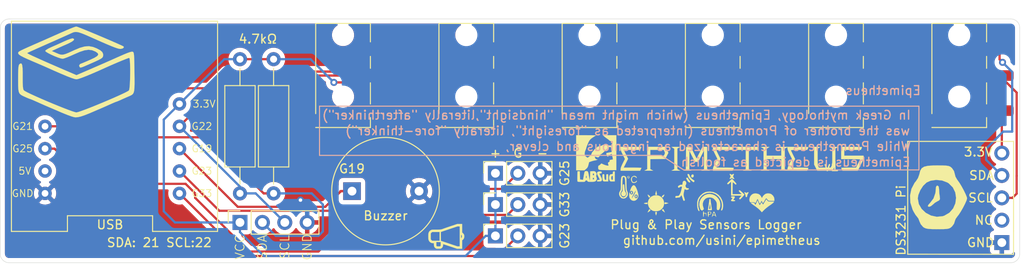
<source format=kicad_pcb>
(kicad_pcb (version 20171130) (host pcbnew "(5.1.5)-3")

  (general
    (thickness 1.6)
    (drawings 32)
    (tracks 103)
    (zones 0)
    (modules 20)
    (nets 11)
  )

  (page A4)
  (layers
    (0 F.Cu signal)
    (31 B.Cu signal)
    (32 B.Adhes user)
    (33 F.Adhes user)
    (34 B.Paste user)
    (35 F.Paste user)
    (36 B.SilkS user)
    (37 F.SilkS user)
    (38 B.Mask user)
    (39 F.Mask user)
    (40 Dwgs.User user)
    (41 Cmts.User user)
    (42 Eco1.User user)
    (43 Eco2.User user)
    (44 Edge.Cuts user)
    (45 Margin user)
    (46 B.CrtYd user)
    (47 F.CrtYd user)
    (48 B.Fab user)
    (49 F.Fab user)
  )

  (setup
    (last_trace_width 0.25)
    (trace_clearance 0.2)
    (zone_clearance 0.508)
    (zone_45_only no)
    (trace_min 0.2)
    (via_size 0.8)
    (via_drill 0.4)
    (via_min_size 0.4)
    (via_min_drill 0.3)
    (uvia_size 0.3)
    (uvia_drill 0.1)
    (uvias_allowed no)
    (uvia_min_size 0.2)
    (uvia_min_drill 0.1)
    (edge_width 0.05)
    (segment_width 0.2)
    (pcb_text_width 0.3)
    (pcb_text_size 1.5 1.5)
    (mod_edge_width 0.12)
    (mod_text_size 1 1)
    (mod_text_width 0.15)
    (pad_size 1.524 1.524)
    (pad_drill 0.762)
    (pad_to_mask_clearance 0.051)
    (solder_mask_min_width 0.25)
    (aux_axis_origin 0 0)
    (visible_elements 7FFFFFFF)
    (pcbplotparams
      (layerselection 0x010fc_ffffffff)
      (usegerberextensions false)
      (usegerberattributes false)
      (usegerberadvancedattributes false)
      (creategerberjobfile false)
      (excludeedgelayer true)
      (linewidth 0.100000)
      (plotframeref false)
      (viasonmask false)
      (mode 1)
      (useauxorigin false)
      (hpglpennumber 1)
      (hpglpenspeed 20)
      (hpglpendiameter 15.000000)
      (psnegative false)
      (psa4output false)
      (plotreference true)
      (plotvalue true)
      (plotinvisibletext false)
      (padsonsilk false)
      (subtractmaskfromsilk false)
      (outputformat 1)
      (mirror false)
      (drillshape 0)
      (scaleselection 1)
      (outputdirectory "gerbers/"))
  )

  (net 0 "")
  (net 1 GND)
  (net 2 SDA)
  (net 3 SCL)
  (net 4 "Net-(J1-Pad2)")
  (net 5 +3V3)
  (net 6 "Net-(BZ1-Pad1)")
  (net 7 "Net-(U1-Pad3)")
  (net 8 G23)
  (net 9 G33)
  (net 10 G25)

  (net_class Default "Ceci est la Netclass par défaut."
    (clearance 0.2)
    (trace_width 0.25)
    (via_dia 0.8)
    (via_drill 0.4)
    (uvia_dia 0.3)
    (uvia_drill 0.1)
    (add_net +3V3)
    (add_net G23)
    (add_net G25)
    (add_net G33)
    (add_net GND)
    (add_net "Net-(BZ1-Pad1)")
    (add_net "Net-(J1-Pad2)")
    (add_net "Net-(U1-Pad3)")
    (add_net SCL)
    (add_net SDA)
  )

  (module epimetheus:M5_ATOM_MATRIX_ESP32 (layer F.Cu) (tedit 5FD78952) (tstamp 5FD7D27B)
    (at 159.766 65.786)
    (path /5FD78444)
    (fp_text reference U1 (at -6.35 -18.542) (layer F.SilkS) hide
      (effects (font (size 1 1) (thickness 0.15)))
    )
    (fp_text value M5_ATOM_MATRIX (at 4.572 5.715) (layer F.Fab)
      (effects (font (size 1 1) (thickness 0.15)))
    )
    (fp_line (start -8.89 4.318) (end -8.89 -19.558) (layer F.SilkS) (width 0.12))
    (fp_line (start -2.54 4.318) (end -8.89 4.318) (layer F.SilkS) (width 0.12))
    (fp_line (start -2.54 2.54) (end -2.54 4.318) (layer F.SilkS) (width 0.12))
    (fp_line (start 7.112 2.54) (end -2.54 2.54) (layer F.SilkS) (width 0.12))
    (fp_line (start 7.112 4.318) (end 7.112 2.54) (layer F.SilkS) (width 0.12))
    (fp_line (start 14.478 4.318) (end 7.112 4.318) (layer F.SilkS) (width 0.12))
    (fp_line (start 14.478 -19.558) (end 14.478 4.318) (layer F.SilkS) (width 0.12))
    (fp_line (start -8.89 -19.558) (end 14.478 -19.558) (layer F.SilkS) (width 0.12))
    (fp_text user USB (at 2.286 3.556) (layer F.SilkS)
      (effects (font (size 1 1) (thickness 0.15)))
    )
    (fp_text user G33 (at 12.7 0) (layer F.SilkS)
      (effects (font (size 0.8 0.8) (thickness 0.1)))
    )
    (fp_text user G23 (at 12.7 -2.54) (layer F.SilkS)
      (effects (font (size 0.8 0.8) (thickness 0.1)))
    )
    (fp_text user G19 (at 12.7 -5.08) (layer F.SilkS)
      (effects (font (size 0.8 0.8) (thickness 0.1)))
    )
    (fp_text user G22 (at 12.7 -7.62) (layer F.SilkS)
      (effects (font (size 0.8 0.8) (thickness 0.1)))
    )
    (fp_text user 3.3V (at 12.954 -10.16) (layer F.SilkS)
      (effects (font (size 0.8 0.8) (thickness 0.1)))
    )
    (fp_text user GND (at -7.62 0) (layer F.SilkS)
      (effects (font (size 0.8 0.8) (thickness 0.1)))
    )
    (fp_text user 5V (at -7.366 -2.54) (layer F.SilkS)
      (effects (font (size 0.8 0.8) (thickness 0.1)))
    )
    (fp_text user G25 (at -7.62 -5.08) (layer F.SilkS)
      (effects (font (size 0.8 0.8) (thickness 0.1)))
    )
    (fp_text user G21 (at -7.62 -7.62) (layer F.SilkS)
      (effects (font (size 0.8 0.8) (thickness 0.1)))
    )
    (pad 1 thru_hole circle (at -5.08 -7.62) (size 1.524 1.524) (drill 0.762) (layers *.Cu *.Mask)
      (net 2 SDA))
    (pad 2 thru_hole circle (at -5.08 -5.08) (size 1.524 1.524) (drill 0.762) (layers *.Cu *.Mask)
      (net 10 G25))
    (pad 3 thru_hole circle (at -5.08 -2.54) (size 1.524 1.524) (drill 0.762) (layers *.Cu *.Mask)
      (net 7 "Net-(U1-Pad3)"))
    (pad 4 thru_hole circle (at -5.08 0) (size 1.524 1.524) (drill 0.762) (layers *.Cu *.Mask)
      (net 1 GND))
    (pad 9 thru_hole circle (at 10.16 0) (size 1.524 1.524) (drill 0.762) (layers *.Cu *.Mask)
      (net 9 G33))
    (pad 8 thru_hole circle (at 10.16 -2.54) (size 1.524 1.524) (drill 0.762) (layers *.Cu *.Mask)
      (net 8 G23))
    (pad 7 thru_hole circle (at 10.16 -5.08) (size 1.524 1.524) (drill 0.762) (layers *.Cu *.Mask)
      (net 6 "Net-(BZ1-Pad1)"))
    (pad 6 thru_hole circle (at 10.16 -7.62) (size 1.524 1.524) (drill 0.762) (layers *.Cu *.Mask)
      (net 3 SCL))
    (pad 5 thru_hole circle (at 10.16 -10.16) (size 1.524 1.524) (drill 0.762) (layers *.Cu *.Mask)
      (net 5 +3V3))
    (model "${KIPRJMOD}/epimetheus.pretty/M5_ATOM_MATRIX_ESP32 v2.step"
      (offset (xyz -9.5 -54 2.5))
      (scale (xyz 1 1 1))
      (rotate (xyz 0 0 0))
    )
    (model ${KISYS3DMOD}/Connector_PinSocket_2.54mm.3dshapes/PinSocket_1x04_P2.54mm_Vertical.step
      (offset (xyz -5 7.5 9.5))
      (scale (xyz 1 1 1))
      (rotate (xyz 0 -180 0))
    )
    (model ${KISYS3DMOD}/Connector_PinHeader_2.54mm.3dshapes/PinHeader_1x04_P2.54mm_Vertical.step
      (offset (xyz -5 7.5 0))
      (scale (xyz 1 1 1))
      (rotate (xyz 0 0 0))
    )
    (model ${KISYS3DMOD}/Connector_PinSocket_2.54mm.3dshapes/PinSocket_1x05_P2.54mm_Vertical.step
      (offset (xyz 10 0 9.5))
      (scale (xyz 1 1 1))
      (rotate (xyz -180 0 0))
    )
    (model ${KISYS3DMOD}/Connector_PinHeader_2.54mm.3dshapes/PinHeader_1x05_P2.54mm_Vertical.step
      (offset (xyz 10 10 0))
      (scale (xyz 1 1 1))
      (rotate (xyz 0 0 0))
    )
  )

  (module epimetheus:DS3231_for_Pi (layer F.Cu) (tedit 5FDCB9BF) (tstamp 5FD82B99)
    (at 263.144 71.374 180)
    (descr "A i2c clock designed for Raspberry Pi ")
    (tags "DS3231 raspberry pi arduino espressif")
    (path /5F65C43D)
    (fp_text reference J1 (at 0.635 -2.159 180) (layer F.SilkS) hide
      (effects (font (size 1 1) (thickness 0.15)))
    )
    (fp_text value "DS3231 (Clock)" (at 4.318 12.446 180) (layer F.Fab)
      (effects (font (size 1 1) (thickness 0.15)))
    )
    (fp_text user SCL (at 2.413 5.08 180) (layer F.SilkS)
      (effects (font (size 1 1) (thickness 0.15)))
    )
    (fp_text user SDA (at 2.286 7.62 180) (layer F.SilkS)
      (effects (font (size 1 1) (thickness 0.15)))
    )
    (fp_text user NC (at 2.032 2.54 180) (layer F.SilkS)
      (effects (font (size 1 1) (thickness 0.15)))
    )
    (fp_text user 3.3V (at 2.667 10.287 180) (layer F.SilkS)
      (effects (font (size 1 1) (thickness 0.15)))
    )
    (fp_text user GND (at 2.413 0 180) (layer F.SilkS)
      (effects (font (size 1 1) (thickness 0.15)))
    )
    (fp_text user %R (at 0 5.08 270) (layer F.Fab)
      (effects (font (size 1 1) (thickness 0.15)))
    )
    (fp_line (start -1.33 -1.33) (end 10.668 -1.3208) (layer F.SilkS) (width 0.12))
    (fp_line (start -1.33 1.397) (end -1.33 -1.33) (layer F.SilkS) (width 0.12))
    (fp_line (start 10.668 -1.3208) (end 10.668 11.4935) (layer F.SilkS) (width 0.12))
    (fp_line (start -1.33 1.27) (end -1.33 11.49) (layer F.SilkS) (width 0.12))
    (fp_line (start -1.33 11.49) (end 10.668 11.4935) (layer F.SilkS) (width 0.12))
    (fp_line (start 1.27 11.43) (end -1.27 11.43) (layer F.Fab) (width 0.1))
    (pad 5 thru_hole oval (at 0 10.16 180) (size 1.7 1.7) (drill 1) (layers *.Cu *.Mask)
      (net 5 +3V3))
    (pad 4 thru_hole oval (at 0 7.62 180) (size 1.7 1.7) (drill 1) (layers *.Cu *.Mask)
      (net 2 SDA))
    (pad 3 thru_hole oval (at 0 5.08 180) (size 1.7 1.7) (drill 1) (layers *.Cu *.Mask)
      (net 3 SCL))
    (pad 2 thru_hole oval (at 0 2.54 180) (size 1.7 1.7) (drill 1) (layers *.Cu *.Mask)
      (net 4 "Net-(J1-Pad2)"))
    (pad 1 thru_hole rect (at 0 0 180) (size 1.7 1.7) (drill 1) (layers *.Cu *.Mask)
      (net 1 GND))
    (model ${KISYS3DMOD}/Connector_PinHeader_2.54mm.3dshapes/PinHeader_1x05_P2.54mm_Vertical.wrl
      (at (xyz 0 0 0))
      (scale (xyz 1 1 1))
      (rotate (xyz 0 0 0))
    )
    (model "${KIPRJMOD}/epimetheus.pretty/DS3231_PI v4.step"
      (offset (xyz -127 1.5 9.5))
      (scale (xyz 1 1 1))
      (rotate (xyz 0 0 90))
    )
    (model ${KISYS3DMOD}/Package_SO.3dshapes/SOIC-16W_7.5x10.3mm_P1.27mm.step
      (offset (xyz 6.5 -3.5 10))
      (scale (xyz 1 1 1))
      (rotate (xyz 0 0 0))
    )
    (model ${KISYS3DMOD}/Connector_PinSocket_2.54mm.3dshapes/PinSocket_1x05_P2.54mm_Vertical.wrl
      (offset (xyz 0 0 9.5))
      (scale (xyz 1 1 1))
      (rotate (xyz 0 -180 0))
    )
    (model ${KISYS3DMOD}/Resistor_SMD.3dshapes/R_0805_2012Metric.step
      (offset (xyz 9 -10.5 10.7))
      (scale (xyz 1 1 1))
      (rotate (xyz 0 0 0))
    )
    (model ${KISYS3DMOD}/Resistor_SMD.3dshapes/R_0805_2012Metric.step
      (offset (xyz 6 -10.5 10.7))
      (scale (xyz 1 1 1))
      (rotate (xyz 0 0 0))
    )
    (model ${KISYS3DMOD}/Capacitor_SMD.3dshapes/C_0805_2012Metric.step
      (offset (xyz 3.5 -10.5 9.9))
      (scale (xyz 1 1 1))
      (rotate (xyz 0 0 0))
    )
  )

  (module Connector_PinSocket_2.54mm:PinSocket_1x04_P2.54mm_Vertical (layer F.Cu) (tedit 5A19A429) (tstamp 5FDCC17F)
    (at 176.784 69.088 90)
    (descr "Through hole straight socket strip, 1x04, 2.54mm pitch, single row (from Kicad 4.0.7), script generated")
    (tags "Through hole socket strip THT 1x04 2.54mm single row")
    (path /5FDD6187)
    (fp_text reference J3 (at -0.254 -3.302 90) (layer F.SilkS) hide
      (effects (font (size 1 1) (thickness 0.15)))
    )
    (fp_text value I2C (at 0 10.39 90) (layer F.Fab)
      (effects (font (size 1 1) (thickness 0.15)))
    )
    (fp_text user %R (at 0 3.81) (layer F.Fab)
      (effects (font (size 1 1) (thickness 0.15)))
    )
    (fp_line (start -1.8 9.4) (end -1.8 -1.8) (layer F.CrtYd) (width 0.05))
    (fp_line (start 1.75 9.4) (end -1.8 9.4) (layer F.CrtYd) (width 0.05))
    (fp_line (start 1.75 -1.8) (end 1.75 9.4) (layer F.CrtYd) (width 0.05))
    (fp_line (start -1.8 -1.8) (end 1.75 -1.8) (layer F.CrtYd) (width 0.05))
    (fp_line (start 0 -1.33) (end 1.33 -1.33) (layer F.SilkS) (width 0.12))
    (fp_line (start 1.33 -1.33) (end 1.33 0) (layer F.SilkS) (width 0.12))
    (fp_line (start 1.33 1.27) (end 1.33 8.95) (layer F.SilkS) (width 0.12))
    (fp_line (start -1.33 8.95) (end 1.33 8.95) (layer F.SilkS) (width 0.12))
    (fp_line (start -1.33 1.27) (end -1.33 8.95) (layer F.SilkS) (width 0.12))
    (fp_line (start -1.33 1.27) (end 1.33 1.27) (layer F.SilkS) (width 0.12))
    (fp_line (start -1.27 8.89) (end -1.27 -1.27) (layer F.Fab) (width 0.1))
    (fp_line (start 1.27 8.89) (end -1.27 8.89) (layer F.Fab) (width 0.1))
    (fp_line (start 1.27 -0.635) (end 1.27 8.89) (layer F.Fab) (width 0.1))
    (fp_line (start 0.635 -1.27) (end 1.27 -0.635) (layer F.Fab) (width 0.1))
    (fp_line (start -1.27 -1.27) (end 0.635 -1.27) (layer F.Fab) (width 0.1))
    (pad 4 thru_hole oval (at 0 7.62 90) (size 1.7 1.7) (drill 1) (layers *.Cu *.Mask)
      (net 1 GND))
    (pad 3 thru_hole oval (at 0 5.08 90) (size 1.7 1.7) (drill 1) (layers *.Cu *.Mask)
      (net 3 SCL))
    (pad 2 thru_hole oval (at 0 2.54 90) (size 1.7 1.7) (drill 1) (layers *.Cu *.Mask)
      (net 2 SDA))
    (pad 1 thru_hole rect (at 0 0 90) (size 1.7 1.7) (drill 1) (layers *.Cu *.Mask)
      (net 5 +3V3))
    (model ${KISYS3DMOD}/Connector_PinSocket_2.54mm.3dshapes/PinSocket_1x04_P2.54mm_Vertical.wrl
      (at (xyz 0 0 0))
      (scale (xyz 1 1 1))
      (rotate (xyz 0 0 0))
    )
  )

  (module Connector_PinSocket_2.54mm:PinSocket_1x03_P2.54mm_Vertical (layer F.Cu) (tedit 5A19A429) (tstamp 5FDCBC63)
    (at 205.74 67.056 90)
    (descr "Through hole straight socket strip, 1x03, 2.54mm pitch, single row (from Kicad 4.0.7), script generated")
    (tags "Through hole socket strip THT 1x03 2.54mm single row")
    (path /5FDD1DE2)
    (fp_text reference J11 (at 0 -2.77 90) (layer F.SilkS) hide
      (effects (font (size 1 1) (thickness 0.15)))
    )
    (fp_text value G33 (at 0 7.85 90) (layer F.SilkS)
      (effects (font (size 1 1) (thickness 0.15)))
    )
    (fp_text user %R (at 0 2.54) (layer F.Fab)
      (effects (font (size 1 1) (thickness 0.15)))
    )
    (fp_line (start -1.8 6.85) (end -1.8 -1.8) (layer F.CrtYd) (width 0.05))
    (fp_line (start 1.75 6.85) (end -1.8 6.85) (layer F.CrtYd) (width 0.05))
    (fp_line (start 1.75 -1.8) (end 1.75 6.85) (layer F.CrtYd) (width 0.05))
    (fp_line (start -1.8 -1.8) (end 1.75 -1.8) (layer F.CrtYd) (width 0.05))
    (fp_line (start 0 -1.33) (end 1.33 -1.33) (layer F.SilkS) (width 0.12))
    (fp_line (start 1.33 -1.33) (end 1.33 0) (layer F.SilkS) (width 0.12))
    (fp_line (start 1.33 1.27) (end 1.33 6.41) (layer F.SilkS) (width 0.12))
    (fp_line (start -1.33 6.41) (end 1.33 6.41) (layer F.SilkS) (width 0.12))
    (fp_line (start -1.33 1.27) (end -1.33 6.41) (layer F.SilkS) (width 0.12))
    (fp_line (start -1.33 1.27) (end 1.33 1.27) (layer F.SilkS) (width 0.12))
    (fp_line (start -1.27 6.35) (end -1.27 -1.27) (layer F.Fab) (width 0.1))
    (fp_line (start 1.27 6.35) (end -1.27 6.35) (layer F.Fab) (width 0.1))
    (fp_line (start 1.27 -0.635) (end 1.27 6.35) (layer F.Fab) (width 0.1))
    (fp_line (start 0.635 -1.27) (end 1.27 -0.635) (layer F.Fab) (width 0.1))
    (fp_line (start -1.27 -1.27) (end 0.635 -1.27) (layer F.Fab) (width 0.1))
    (pad 3 thru_hole oval (at 0 5.08 90) (size 1.7 1.7) (drill 1) (layers *.Cu *.Mask)
      (net 1 GND))
    (pad 2 thru_hole oval (at 0 2.54 90) (size 1.7 1.7) (drill 1) (layers *.Cu *.Mask)
      (net 10 G25))
    (pad 1 thru_hole rect (at 0 0 90) (size 1.7 1.7) (drill 1) (layers *.Cu *.Mask)
      (net 5 +3V3))
    (model ${KISYS3DMOD}/Connector_PinSocket_2.54mm.3dshapes/PinSocket_1x03_P2.54mm_Vertical.wrl
      (at (xyz 0 0 0))
      (scale (xyz 1 1 1))
      (rotate (xyz 0 0 0))
    )
  )

  (module Connector_PinSocket_2.54mm:PinSocket_1x03_P2.54mm_Vertical (layer F.Cu) (tedit 5A19A429) (tstamp 5FDCBC4C)
    (at 205.74 70.612 90)
    (descr "Through hole straight socket strip, 1x03, 2.54mm pitch, single row (from Kicad 4.0.7), script generated")
    (tags "Through hole socket strip THT 1x03 2.54mm single row")
    (path /5FDD06AC)
    (fp_text reference J10 (at 0 -2.77 90) (layer F.SilkS) hide
      (effects (font (size 1 1) (thickness 0.15)))
    )
    (fp_text value G23 (at 0 7.85 90) (layer F.SilkS)
      (effects (font (size 1 1) (thickness 0.15)))
    )
    (fp_text user %R (at 0 2.54) (layer F.Fab)
      (effects (font (size 1 1) (thickness 0.15)))
    )
    (fp_line (start -1.8 6.85) (end -1.8 -1.8) (layer F.CrtYd) (width 0.05))
    (fp_line (start 1.75 6.85) (end -1.8 6.85) (layer F.CrtYd) (width 0.05))
    (fp_line (start 1.75 -1.8) (end 1.75 6.85) (layer F.CrtYd) (width 0.05))
    (fp_line (start -1.8 -1.8) (end 1.75 -1.8) (layer F.CrtYd) (width 0.05))
    (fp_line (start 0 -1.33) (end 1.33 -1.33) (layer F.SilkS) (width 0.12))
    (fp_line (start 1.33 -1.33) (end 1.33 0) (layer F.SilkS) (width 0.12))
    (fp_line (start 1.33 1.27) (end 1.33 6.41) (layer F.SilkS) (width 0.12))
    (fp_line (start -1.33 6.41) (end 1.33 6.41) (layer F.SilkS) (width 0.12))
    (fp_line (start -1.33 1.27) (end -1.33 6.41) (layer F.SilkS) (width 0.12))
    (fp_line (start -1.33 1.27) (end 1.33 1.27) (layer F.SilkS) (width 0.12))
    (fp_line (start -1.27 6.35) (end -1.27 -1.27) (layer F.Fab) (width 0.1))
    (fp_line (start 1.27 6.35) (end -1.27 6.35) (layer F.Fab) (width 0.1))
    (fp_line (start 1.27 -0.635) (end 1.27 6.35) (layer F.Fab) (width 0.1))
    (fp_line (start 0.635 -1.27) (end 1.27 -0.635) (layer F.Fab) (width 0.1))
    (fp_line (start -1.27 -1.27) (end 0.635 -1.27) (layer F.Fab) (width 0.1))
    (pad 3 thru_hole oval (at 0 5.08 90) (size 1.7 1.7) (drill 1) (layers *.Cu *.Mask)
      (net 1 GND))
    (pad 2 thru_hole oval (at 0 2.54 90) (size 1.7 1.7) (drill 1) (layers *.Cu *.Mask)
      (net 9 G33))
    (pad 1 thru_hole rect (at 0 0 90) (size 1.7 1.7) (drill 1) (layers *.Cu *.Mask)
      (net 5 +3V3))
    (model ${KISYS3DMOD}/Connector_PinSocket_2.54mm.3dshapes/PinSocket_1x03_P2.54mm_Vertical.wrl
      (at (xyz 0 0 0))
      (scale (xyz 1 1 1))
      (rotate (xyz 0 0 0))
    )
  )

  (module epimetheus:Jack_3.5mm_TRRS (layer F.Cu) (tedit 5FD9FCF3) (tstamp 5FD7D22C)
    (at 244.348 52.578 270)
    (descr "Headphones with microphone connector, 3.5mm, 4 pins (http://www.qingpu-electronics.com/en/products/WQP-PJ320D-72.html)")
    (tags "3.5mm jack mic microphone phones headphones 4pins audio plug")
    (path /5F45A4C0)
    (attr smd)
    (fp_text reference J9 (at -0.508 0.508) (layer F.SilkS) hide
      (effects (font (size 1 1) (thickness 0.15)))
    )
    (fp_text value AudioJack4 (at -0.025 6.35 90) (layer F.Fab)
      (effects (font (size 1 1) (thickness 0.15)))
    )
    (fp_circle (center 3.9 -2.35) (end 3.95 -2.1) (layer F.Fab) (width 0.12))
    (fp_line (start -6.096 -3.1) (end -6.096 3.1) (layer F.SilkS) (width 0.12))
    (fp_line (start -8.73 -5) (end 6.07 -5) (layer F.CrtYd) (width 0.05))
    (fp_line (start -8.73 5) (end 6.07 5) (layer F.CrtYd) (width 0.05))
    (fp_line (start 5.725 3.1) (end 5.725 -3.1) (layer F.SilkS) (width 0.12))
    (fp_line (start -8.73 5) (end -8.73 -5) (layer F.CrtYd) (width 0.05))
    (fp_line (start 6.07 5) (end 6.07 -5) (layer F.CrtYd) (width 0.05))
    (fp_line (start -6.096 -3.1) (end -4 -3.1) (layer F.SilkS) (width 0.12))
    (fp_line (start -2.35 -3.1) (end -1 -3.1) (layer F.SilkS) (width 0.12))
    (fp_line (start 0.65 -3.1) (end 3.05 -3.1) (layer F.SilkS) (width 0.12))
    (fp_line (start 4.6 -3.1) (end 5.725 -3.1) (layer F.SilkS) (width 0.12))
    (fp_line (start 4.15 3.1) (end -6.096 3.1) (layer F.SilkS) (width 0.12))
    (fp_line (start 5.575 -2.9) (end 5.575 2.9) (layer F.Fab) (width 0.1))
    (fp_line (start -6.096 -2.9) (end 5.575 -2.9) (layer F.Fab) (width 0.1))
    (fp_line (start -6.096 -2.3) (end -6.096 -2.9) (layer F.Fab) (width 0.1))
    (fp_line (start -8.225 -2.3) (end -6.096 -2.3) (layer F.Fab) (width 0.1))
    (fp_line (start -8.225 2.3) (end -8.225 -2.3) (layer F.Fab) (width 0.1))
    (fp_line (start -6.096 2.3) (end -8.225 2.3) (layer F.Fab) (width 0.1))
    (fp_line (start -6.096 2.9) (end -6.096 2.286) (layer F.Fab) (width 0.1))
    (fp_line (start 5.575 2.9) (end -6.096 2.9) (layer F.Fab) (width 0.1))
    (fp_text user %R (at -1.195 0 90) (layer F.Fab)
      (effects (font (size 1 1) (thickness 0.15)))
    )
    (pad "" np_thru_hole circle (at 2.225 0 270) (size 1.5 1.5) (drill 1.5) (layers *.Cu *.Mask))
    (pad "" np_thru_hole circle (at -4.775 0 270) (size 1.5 1.5) (drill 1.5) (layers *.Cu *.Mask))
    (pad R2 smd roundrect (at -3.175 -4.572 270) (size 1.2 3.2) (layers F.Cu F.Paste F.Mask) (roundrect_rratio 0.25)
      (net 2 SDA))
    (pad R1 smd roundrect (at -0.175 -4.572 270) (size 1.2 3.2) (layers F.Cu F.Paste F.Mask) (roundrect_rratio 0.25)
      (net 3 SCL))
    (pad T smd roundrect (at 3.81 -4.572 270) (size 1.2 3.2) (layers F.Cu F.Paste F.Mask) (roundrect_rratio 0.25)
      (net 5 +3V3))
    (pad S smd roundrect (at 4.925 4.572 270) (size 1.2 3.2) (layers F.Cu F.Paste F.Mask) (roundrect_rratio 0.25)
      (net 1 GND))
    (model ${KIPRJMOD}/epimetheus.pretty/audio_3.5mm_trrs.step
      (offset (xyz 5.5 -3 0))
      (scale (xyz 1 1 1))
      (rotate (xyz 0 0 -90))
    )
  )

  (module epimetheus:Jack_3.5mm_TRRS (layer F.Cu) (tedit 5FD9FCF3) (tstamp 5FD7D204)
    (at 258.318 52.578 270)
    (descr "Headphones with microphone connector, 3.5mm, 4 pins (http://www.qingpu-electronics.com/en/products/WQP-PJ320D-72.html)")
    (tags "3.5mm jack mic microphone phones headphones 4pins audio plug")
    (path /5F457848)
    (attr smd)
    (fp_text reference J8 (at -0.508 0.508) (layer F.SilkS) hide
      (effects (font (size 1 1) (thickness 0.15)))
    )
    (fp_text value AudioJack4 (at -0.025 6.35 90) (layer F.Fab)
      (effects (font (size 1 1) (thickness 0.15)))
    )
    (fp_circle (center 3.9 -2.35) (end 3.95 -2.1) (layer F.Fab) (width 0.12))
    (fp_line (start -6.096 -3.1) (end -6.096 3.1) (layer F.SilkS) (width 0.12))
    (fp_line (start -8.73 -5) (end 6.07 -5) (layer F.CrtYd) (width 0.05))
    (fp_line (start -8.73 5) (end 6.07 5) (layer F.CrtYd) (width 0.05))
    (fp_line (start 5.725 3.1) (end 5.725 -3.1) (layer F.SilkS) (width 0.12))
    (fp_line (start -8.73 5) (end -8.73 -5) (layer F.CrtYd) (width 0.05))
    (fp_line (start 6.07 5) (end 6.07 -5) (layer F.CrtYd) (width 0.05))
    (fp_line (start -6.096 -3.1) (end -4 -3.1) (layer F.SilkS) (width 0.12))
    (fp_line (start -2.35 -3.1) (end -1 -3.1) (layer F.SilkS) (width 0.12))
    (fp_line (start 0.65 -3.1) (end 3.05 -3.1) (layer F.SilkS) (width 0.12))
    (fp_line (start 4.6 -3.1) (end 5.725 -3.1) (layer F.SilkS) (width 0.12))
    (fp_line (start 4.15 3.1) (end -6.096 3.1) (layer F.SilkS) (width 0.12))
    (fp_line (start 5.575 -2.9) (end 5.575 2.9) (layer F.Fab) (width 0.1))
    (fp_line (start -6.096 -2.9) (end 5.575 -2.9) (layer F.Fab) (width 0.1))
    (fp_line (start -6.096 -2.3) (end -6.096 -2.9) (layer F.Fab) (width 0.1))
    (fp_line (start -8.225 -2.3) (end -6.096 -2.3) (layer F.Fab) (width 0.1))
    (fp_line (start -8.225 2.3) (end -8.225 -2.3) (layer F.Fab) (width 0.1))
    (fp_line (start -6.096 2.3) (end -8.225 2.3) (layer F.Fab) (width 0.1))
    (fp_line (start -6.096 2.9) (end -6.096 2.286) (layer F.Fab) (width 0.1))
    (fp_line (start 5.575 2.9) (end -6.096 2.9) (layer F.Fab) (width 0.1))
    (fp_text user %R (at -1.195 0 90) (layer F.Fab)
      (effects (font (size 1 1) (thickness 0.15)))
    )
    (pad "" np_thru_hole circle (at 2.225 0 270) (size 1.5 1.5) (drill 1.5) (layers *.Cu *.Mask))
    (pad "" np_thru_hole circle (at -4.775 0 270) (size 1.5 1.5) (drill 1.5) (layers *.Cu *.Mask))
    (pad R2 smd roundrect (at -3.175 -4.572 270) (size 1.2 3.2) (layers F.Cu F.Paste F.Mask) (roundrect_rratio 0.25)
      (net 2 SDA))
    (pad R1 smd roundrect (at -0.175 -4.572 270) (size 1.2 3.2) (layers F.Cu F.Paste F.Mask) (roundrect_rratio 0.25)
      (net 3 SCL))
    (pad T smd roundrect (at 3.81 -4.572 270) (size 1.2 3.2) (layers F.Cu F.Paste F.Mask) (roundrect_rratio 0.25)
      (net 5 +3V3))
    (pad S smd roundrect (at 4.925 4.572 270) (size 1.2 3.2) (layers F.Cu F.Paste F.Mask) (roundrect_rratio 0.25)
      (net 1 GND))
    (model ${KIPRJMOD}/epimetheus.pretty/audio_3.5mm_trrs.step
      (offset (xyz 5.5 -3 0))
      (scale (xyz 1 1 1))
      (rotate (xyz 0 0 -90))
    )
  )

  (module epimetheus:Jack_3.5mm_TRRS (layer F.Cu) (tedit 5FD9FCF3) (tstamp 5FD7D1DC)
    (at 202.438 52.578 270)
    (descr "Headphones with microphone connector, 3.5mm, 4 pins (http://www.qingpu-electronics.com/en/products/WQP-PJ320D-72.html)")
    (tags "3.5mm jack mic microphone phones headphones 4pins audio plug")
    (path /5F459383)
    (attr smd)
    (fp_text reference J7 (at -0.508 0.508) (layer F.SilkS) hide
      (effects (font (size 1 1) (thickness 0.15)))
    )
    (fp_text value AudioJack4 (at -0.025 6.35 90) (layer F.Fab)
      (effects (font (size 1 1) (thickness 0.15)))
    )
    (fp_circle (center 3.9 -2.35) (end 3.95 -2.1) (layer F.Fab) (width 0.12))
    (fp_line (start -6.096 -3.1) (end -6.096 3.1) (layer F.SilkS) (width 0.12))
    (fp_line (start -8.73 -5) (end 6.07 -5) (layer F.CrtYd) (width 0.05))
    (fp_line (start -8.73 5) (end 6.07 5) (layer F.CrtYd) (width 0.05))
    (fp_line (start 5.725 3.1) (end 5.725 -3.1) (layer F.SilkS) (width 0.12))
    (fp_line (start -8.73 5) (end -8.73 -5) (layer F.CrtYd) (width 0.05))
    (fp_line (start 6.07 5) (end 6.07 -5) (layer F.CrtYd) (width 0.05))
    (fp_line (start -6.096 -3.1) (end -4 -3.1) (layer F.SilkS) (width 0.12))
    (fp_line (start -2.35 -3.1) (end -1 -3.1) (layer F.SilkS) (width 0.12))
    (fp_line (start 0.65 -3.1) (end 3.05 -3.1) (layer F.SilkS) (width 0.12))
    (fp_line (start 4.6 -3.1) (end 5.725 -3.1) (layer F.SilkS) (width 0.12))
    (fp_line (start 4.15 3.1) (end -6.096 3.1) (layer F.SilkS) (width 0.12))
    (fp_line (start 5.575 -2.9) (end 5.575 2.9) (layer F.Fab) (width 0.1))
    (fp_line (start -6.096 -2.9) (end 5.575 -2.9) (layer F.Fab) (width 0.1))
    (fp_line (start -6.096 -2.3) (end -6.096 -2.9) (layer F.Fab) (width 0.1))
    (fp_line (start -8.225 -2.3) (end -6.096 -2.3) (layer F.Fab) (width 0.1))
    (fp_line (start -8.225 2.3) (end -8.225 -2.3) (layer F.Fab) (width 0.1))
    (fp_line (start -6.096 2.3) (end -8.225 2.3) (layer F.Fab) (width 0.1))
    (fp_line (start -6.096 2.9) (end -6.096 2.286) (layer F.Fab) (width 0.1))
    (fp_line (start 5.575 2.9) (end -6.096 2.9) (layer F.Fab) (width 0.1))
    (fp_text user %R (at -1.195 0 90) (layer F.Fab)
      (effects (font (size 1 1) (thickness 0.15)))
    )
    (pad "" np_thru_hole circle (at 2.225 0 270) (size 1.5 1.5) (drill 1.5) (layers *.Cu *.Mask))
    (pad "" np_thru_hole circle (at -4.775 0 270) (size 1.5 1.5) (drill 1.5) (layers *.Cu *.Mask))
    (pad R2 smd roundrect (at -3.175 -4.572 270) (size 1.2 3.2) (layers F.Cu F.Paste F.Mask) (roundrect_rratio 0.25)
      (net 2 SDA))
    (pad R1 smd roundrect (at -0.175 -4.572 270) (size 1.2 3.2) (layers F.Cu F.Paste F.Mask) (roundrect_rratio 0.25)
      (net 3 SCL))
    (pad T smd roundrect (at 3.81 -4.572 270) (size 1.2 3.2) (layers F.Cu F.Paste F.Mask) (roundrect_rratio 0.25)
      (net 5 +3V3))
    (pad S smd roundrect (at 4.925 4.572 270) (size 1.2 3.2) (layers F.Cu F.Paste F.Mask) (roundrect_rratio 0.25)
      (net 1 GND))
    (model ${KIPRJMOD}/epimetheus.pretty/audio_3.5mm_trrs.step
      (offset (xyz 5.5 -3 0))
      (scale (xyz 1 1 1))
      (rotate (xyz 0 0 -90))
    )
  )

  (module epimetheus:Jack_3.5mm_TRRS (layer F.Cu) (tedit 5FD9FCF3) (tstamp 5FD7D1B4)
    (at 188.468 52.578 270)
    (descr "Headphones with microphone connector, 3.5mm, 4 pins (http://www.qingpu-electronics.com/en/products/WQP-PJ320D-72.html)")
    (tags "3.5mm jack mic microphone phones headphones 4pins audio plug")
    (path /5F4599F2)
    (attr smd)
    (fp_text reference J6 (at -0.508 0.508) (layer F.SilkS) hide
      (effects (font (size 1 1) (thickness 0.15)))
    )
    (fp_text value AudioJack4 (at -0.025 6.35 90) (layer F.Fab)
      (effects (font (size 1 1) (thickness 0.15)))
    )
    (fp_circle (center 3.9 -2.35) (end 3.95 -2.1) (layer F.Fab) (width 0.12))
    (fp_line (start -6.096 -3.1) (end -6.096 3.1) (layer F.SilkS) (width 0.12))
    (fp_line (start -8.73 -5) (end 6.07 -5) (layer F.CrtYd) (width 0.05))
    (fp_line (start -8.73 5) (end 6.07 5) (layer F.CrtYd) (width 0.05))
    (fp_line (start 5.725 3.1) (end 5.725 -3.1) (layer F.SilkS) (width 0.12))
    (fp_line (start -8.73 5) (end -8.73 -5) (layer F.CrtYd) (width 0.05))
    (fp_line (start 6.07 5) (end 6.07 -5) (layer F.CrtYd) (width 0.05))
    (fp_line (start -6.096 -3.1) (end -4 -3.1) (layer F.SilkS) (width 0.12))
    (fp_line (start -2.35 -3.1) (end -1 -3.1) (layer F.SilkS) (width 0.12))
    (fp_line (start 0.65 -3.1) (end 3.05 -3.1) (layer F.SilkS) (width 0.12))
    (fp_line (start 4.6 -3.1) (end 5.725 -3.1) (layer F.SilkS) (width 0.12))
    (fp_line (start 4.15 3.1) (end -6.096 3.1) (layer F.SilkS) (width 0.12))
    (fp_line (start 5.575 -2.9) (end 5.575 2.9) (layer F.Fab) (width 0.1))
    (fp_line (start -6.096 -2.9) (end 5.575 -2.9) (layer F.Fab) (width 0.1))
    (fp_line (start -6.096 -2.3) (end -6.096 -2.9) (layer F.Fab) (width 0.1))
    (fp_line (start -8.225 -2.3) (end -6.096 -2.3) (layer F.Fab) (width 0.1))
    (fp_line (start -8.225 2.3) (end -8.225 -2.3) (layer F.Fab) (width 0.1))
    (fp_line (start -6.096 2.3) (end -8.225 2.3) (layer F.Fab) (width 0.1))
    (fp_line (start -6.096 2.9) (end -6.096 2.286) (layer F.Fab) (width 0.1))
    (fp_line (start 5.575 2.9) (end -6.096 2.9) (layer F.Fab) (width 0.1))
    (fp_text user %R (at -1.195 0 90) (layer F.Fab)
      (effects (font (size 1 1) (thickness 0.15)))
    )
    (pad "" np_thru_hole circle (at 2.225 0 270) (size 1.5 1.5) (drill 1.5) (layers *.Cu *.Mask))
    (pad "" np_thru_hole circle (at -4.775 0 270) (size 1.5 1.5) (drill 1.5) (layers *.Cu *.Mask))
    (pad R2 smd roundrect (at -3.175 -4.572 270) (size 1.2 3.2) (layers F.Cu F.Paste F.Mask) (roundrect_rratio 0.25)
      (net 2 SDA))
    (pad R1 smd roundrect (at -0.175 -4.572 270) (size 1.2 3.2) (layers F.Cu F.Paste F.Mask) (roundrect_rratio 0.25)
      (net 3 SCL))
    (pad T smd roundrect (at 3.81 -4.572 270) (size 1.2 3.2) (layers F.Cu F.Paste F.Mask) (roundrect_rratio 0.25)
      (net 5 +3V3))
    (pad S smd roundrect (at 4.925 4.572 270) (size 1.2 3.2) (layers F.Cu F.Paste F.Mask) (roundrect_rratio 0.25)
      (net 1 GND))
    (model ${KIPRJMOD}/epimetheus.pretty/audio_3.5mm_trrs.step
      (offset (xyz 5.5 -3 0))
      (scale (xyz 1 1 1))
      (rotate (xyz 0 0 -90))
    )
  )

  (module epimetheus:Jack_3.5mm_TRRS (layer F.Cu) (tedit 5FD9FCF3) (tstamp 5FD7D18C)
    (at 230.378 52.578 270)
    (descr "Headphones with microphone connector, 3.5mm, 4 pins (http://www.qingpu-electronics.com/en/products/WQP-PJ320D-72.html)")
    (tags "3.5mm jack mic microphone phones headphones 4pins audio plug")
    (path /5F459D00)
    (attr smd)
    (fp_text reference J5 (at -0.508 0.508) (layer F.SilkS) hide
      (effects (font (size 1 1) (thickness 0.15)))
    )
    (fp_text value AudioJack4 (at -0.025 6.35 90) (layer F.Fab)
      (effects (font (size 1 1) (thickness 0.15)))
    )
    (fp_circle (center 3.9 -2.35) (end 3.95 -2.1) (layer F.Fab) (width 0.12))
    (fp_line (start -6.096 -3.1) (end -6.096 3.1) (layer F.SilkS) (width 0.12))
    (fp_line (start -8.73 -5) (end 6.07 -5) (layer F.CrtYd) (width 0.05))
    (fp_line (start -8.73 5) (end 6.07 5) (layer F.CrtYd) (width 0.05))
    (fp_line (start 5.725 3.1) (end 5.725 -3.1) (layer F.SilkS) (width 0.12))
    (fp_line (start -8.73 5) (end -8.73 -5) (layer F.CrtYd) (width 0.05))
    (fp_line (start 6.07 5) (end 6.07 -5) (layer F.CrtYd) (width 0.05))
    (fp_line (start -6.096 -3.1) (end -4 -3.1) (layer F.SilkS) (width 0.12))
    (fp_line (start -2.35 -3.1) (end -1 -3.1) (layer F.SilkS) (width 0.12))
    (fp_line (start 0.65 -3.1) (end 3.05 -3.1) (layer F.SilkS) (width 0.12))
    (fp_line (start 4.6 -3.1) (end 5.725 -3.1) (layer F.SilkS) (width 0.12))
    (fp_line (start 4.15 3.1) (end -6.096 3.1) (layer F.SilkS) (width 0.12))
    (fp_line (start 5.575 -2.9) (end 5.575 2.9) (layer F.Fab) (width 0.1))
    (fp_line (start -6.096 -2.9) (end 5.575 -2.9) (layer F.Fab) (width 0.1))
    (fp_line (start -6.096 -2.3) (end -6.096 -2.9) (layer F.Fab) (width 0.1))
    (fp_line (start -8.225 -2.3) (end -6.096 -2.3) (layer F.Fab) (width 0.1))
    (fp_line (start -8.225 2.3) (end -8.225 -2.3) (layer F.Fab) (width 0.1))
    (fp_line (start -6.096 2.3) (end -8.225 2.3) (layer F.Fab) (width 0.1))
    (fp_line (start -6.096 2.9) (end -6.096 2.286) (layer F.Fab) (width 0.1))
    (fp_line (start 5.575 2.9) (end -6.096 2.9) (layer F.Fab) (width 0.1))
    (fp_text user %R (at -1.195 0 90) (layer F.Fab)
      (effects (font (size 1 1) (thickness 0.15)))
    )
    (pad "" np_thru_hole circle (at 2.225 0 270) (size 1.5 1.5) (drill 1.5) (layers *.Cu *.Mask))
    (pad "" np_thru_hole circle (at -4.775 0 270) (size 1.5 1.5) (drill 1.5) (layers *.Cu *.Mask))
    (pad R2 smd roundrect (at -3.175 -4.572 270) (size 1.2 3.2) (layers F.Cu F.Paste F.Mask) (roundrect_rratio 0.25)
      (net 2 SDA))
    (pad R1 smd roundrect (at -0.175 -4.572 270) (size 1.2 3.2) (layers F.Cu F.Paste F.Mask) (roundrect_rratio 0.25)
      (net 3 SCL))
    (pad T smd roundrect (at 3.81 -4.572 270) (size 1.2 3.2) (layers F.Cu F.Paste F.Mask) (roundrect_rratio 0.25)
      (net 5 +3V3))
    (pad S smd roundrect (at 4.925 4.572 270) (size 1.2 3.2) (layers F.Cu F.Paste F.Mask) (roundrect_rratio 0.25)
      (net 1 GND))
    (model ${KIPRJMOD}/epimetheus.pretty/audio_3.5mm_trrs.step
      (offset (xyz 5.5 -3 0))
      (scale (xyz 1 1 1))
      (rotate (xyz 0 0 -90))
    )
  )

  (module Connector_PinSocket_2.54mm:PinSocket_1x03_P2.54mm_Vertical (layer F.Cu) (tedit 5A19A429) (tstamp 5FDCBB9F)
    (at 205.74 63.5 90)
    (descr "Through hole straight socket strip, 1x03, 2.54mm pitch, single row (from Kicad 4.0.7), script generated")
    (tags "Through hole socket strip THT 1x03 2.54mm single row")
    (path /5FDCEFB0)
    (fp_text reference J4 (at 0 -2.77 90) (layer F.SilkS) hide
      (effects (font (size 1 1) (thickness 0.15)))
    )
    (fp_text value G25 (at 0 7.85 90) (layer F.SilkS)
      (effects (font (size 1 1) (thickness 0.15)))
    )
    (fp_text user %R (at 0 2.54) (layer F.Fab)
      (effects (font (size 1 1) (thickness 0.15)))
    )
    (fp_line (start -1.8 6.85) (end -1.8 -1.8) (layer F.CrtYd) (width 0.05))
    (fp_line (start 1.75 6.85) (end -1.8 6.85) (layer F.CrtYd) (width 0.05))
    (fp_line (start 1.75 -1.8) (end 1.75 6.85) (layer F.CrtYd) (width 0.05))
    (fp_line (start -1.8 -1.8) (end 1.75 -1.8) (layer F.CrtYd) (width 0.05))
    (fp_line (start 0 -1.33) (end 1.33 -1.33) (layer F.SilkS) (width 0.12))
    (fp_line (start 1.33 -1.33) (end 1.33 0) (layer F.SilkS) (width 0.12))
    (fp_line (start 1.33 1.27) (end 1.33 6.41) (layer F.SilkS) (width 0.12))
    (fp_line (start -1.33 6.41) (end 1.33 6.41) (layer F.SilkS) (width 0.12))
    (fp_line (start -1.33 1.27) (end -1.33 6.41) (layer F.SilkS) (width 0.12))
    (fp_line (start -1.33 1.27) (end 1.33 1.27) (layer F.SilkS) (width 0.12))
    (fp_line (start -1.27 6.35) (end -1.27 -1.27) (layer F.Fab) (width 0.1))
    (fp_line (start 1.27 6.35) (end -1.27 6.35) (layer F.Fab) (width 0.1))
    (fp_line (start 1.27 -0.635) (end 1.27 6.35) (layer F.Fab) (width 0.1))
    (fp_line (start 0.635 -1.27) (end 1.27 -0.635) (layer F.Fab) (width 0.1))
    (fp_line (start -1.27 -1.27) (end 0.635 -1.27) (layer F.Fab) (width 0.1))
    (pad 3 thru_hole oval (at 0 5.08 90) (size 1.7 1.7) (drill 1) (layers *.Cu *.Mask)
      (net 1 GND))
    (pad 2 thru_hole oval (at 0 2.54 90) (size 1.7 1.7) (drill 1) (layers *.Cu *.Mask)
      (net 8 G23))
    (pad 1 thru_hole rect (at 0 0 90) (size 1.7 1.7) (drill 1) (layers *.Cu *.Mask)
      (net 5 +3V3))
    (model ${KISYS3DMOD}/Connector_PinSocket_2.54mm.3dshapes/PinSocket_1x03_P2.54mm_Vertical.wrl
      (at (xyz 0 0 0))
      (scale (xyz 1 1 1))
      (rotate (xyz 0 0 0))
    )
  )

  (module epimetheus:Jack_3.5mm_TRRS (layer F.Cu) (tedit 5FD9FCF3) (tstamp 5FD7DCA5)
    (at 216.408 52.578 270)
    (descr "Headphones with microphone connector, 3.5mm, 4 pins (http://www.qingpu-electronics.com/en/products/WQP-PJ320D-72.html)")
    (tags "3.5mm jack mic microphone phones headphones 4pins audio plug")
    (path /5FDA3FD1)
    (attr smd)
    (fp_text reference J2 (at -0.508 0.508) (layer F.SilkS) hide
      (effects (font (size 1 1) (thickness 0.15)))
    )
    (fp_text value AudioJack4 (at -0.025 6.35 90) (layer F.Fab)
      (effects (font (size 1 1) (thickness 0.15)))
    )
    (fp_circle (center 3.9 -2.35) (end 3.95 -2.1) (layer F.Fab) (width 0.12))
    (fp_line (start -6.096 -3.1) (end -6.096 3.1) (layer F.SilkS) (width 0.12))
    (fp_line (start -8.73 -5) (end 6.07 -5) (layer F.CrtYd) (width 0.05))
    (fp_line (start -8.73 5) (end 6.07 5) (layer F.CrtYd) (width 0.05))
    (fp_line (start 5.725 3.1) (end 5.725 -3.1) (layer F.SilkS) (width 0.12))
    (fp_line (start -8.73 5) (end -8.73 -5) (layer F.CrtYd) (width 0.05))
    (fp_line (start 6.07 5) (end 6.07 -5) (layer F.CrtYd) (width 0.05))
    (fp_line (start -6.096 -3.1) (end -4 -3.1) (layer F.SilkS) (width 0.12))
    (fp_line (start -2.35 -3.1) (end -1 -3.1) (layer F.SilkS) (width 0.12))
    (fp_line (start 0.65 -3.1) (end 3.05 -3.1) (layer F.SilkS) (width 0.12))
    (fp_line (start 4.6 -3.1) (end 5.725 -3.1) (layer F.SilkS) (width 0.12))
    (fp_line (start 4.15 3.1) (end -6.096 3.1) (layer F.SilkS) (width 0.12))
    (fp_line (start 5.575 -2.9) (end 5.575 2.9) (layer F.Fab) (width 0.1))
    (fp_line (start -6.096 -2.9) (end 5.575 -2.9) (layer F.Fab) (width 0.1))
    (fp_line (start -6.096 -2.3) (end -6.096 -2.9) (layer F.Fab) (width 0.1))
    (fp_line (start -8.225 -2.3) (end -6.096 -2.3) (layer F.Fab) (width 0.1))
    (fp_line (start -8.225 2.3) (end -8.225 -2.3) (layer F.Fab) (width 0.1))
    (fp_line (start -6.096 2.3) (end -8.225 2.3) (layer F.Fab) (width 0.1))
    (fp_line (start -6.096 2.9) (end -6.096 2.286) (layer F.Fab) (width 0.1))
    (fp_line (start 5.575 2.9) (end -6.096 2.9) (layer F.Fab) (width 0.1))
    (fp_text user %R (at -1.195 0 90) (layer F.Fab)
      (effects (font (size 1 1) (thickness 0.15)))
    )
    (pad "" np_thru_hole circle (at 2.225 0 270) (size 1.5 1.5) (drill 1.5) (layers *.Cu *.Mask))
    (pad "" np_thru_hole circle (at -4.775 0 270) (size 1.5 1.5) (drill 1.5) (layers *.Cu *.Mask))
    (pad R2 smd roundrect (at -3.175 -4.572 270) (size 1.2 3.2) (layers F.Cu F.Paste F.Mask) (roundrect_rratio 0.25)
      (net 2 SDA))
    (pad R1 smd roundrect (at -0.175 -4.572 270) (size 1.2 3.2) (layers F.Cu F.Paste F.Mask) (roundrect_rratio 0.25)
      (net 3 SCL))
    (pad T smd roundrect (at 3.81 -4.572 270) (size 1.2 3.2) (layers F.Cu F.Paste F.Mask) (roundrect_rratio 0.25)
      (net 5 +3V3))
    (pad S smd roundrect (at 4.925 4.572 270) (size 1.2 3.2) (layers F.Cu F.Paste F.Mask) (roundrect_rratio 0.25)
      (net 1 GND))
    (model ${KIPRJMOD}/epimetheus.pretty/audio_3.5mm_trrs.step
      (offset (xyz 5.5 -3 0))
      (scale (xyz 1 1 1))
      (rotate (xyz 0 0 -90))
    )
  )

  (module epimetheus:m5stack_logo (layer F.Cu) (tedit 0) (tstamp 5FD7D586)
    (at 158.242 51.816)
    (fp_text reference L3 (at 0 0) (layer F.SilkS) hide
      (effects (font (size 1.524 1.524) (thickness 0.3)))
    )
    (fp_text value LOGO (at 9.652 -0.762) (layer F.SilkS) hide
      (effects (font (size 1.524 1.524) (thickness 0.3)))
    )
    (fp_poly (pts (xy -0.261052 -3.559252) (xy -0.294231 -3.43345) (xy -0.507225 -3.265475) (xy -0.892543 -3.06315)
      (xy -1.016 -3.007646) (xy -1.459324 -2.811873) (xy -1.90738 -2.611167) (xy -2.267613 -2.447007)
      (xy -2.286 -2.438489) (xy -2.794 -2.202816) (xy -2.241747 -1.958726) (xy -1.976726 -1.847648)
      (xy -1.75777 -1.786213) (xy -1.542444 -1.781414) (xy -1.288312 -1.840246) (xy -0.952939 -1.9697)
      (xy -0.493891 -2.176772) (xy -0.261448 -2.285091) (xy 0.399524 -2.562729) (xy 0.94959 -2.714574)
      (xy 1.434257 -2.744541) (xy 1.899032 -2.656549) (xy 2.286 -2.504376) (xy 2.693697 -2.286994)
      (xy 2.931998 -2.08115) (xy 3.029825 -1.854125) (xy 3.029941 -1.662749) (xy 2.999837 -1.540304)
      (xy 2.920992 -1.430984) (xy 2.763019 -1.314963) (xy 2.495533 -1.172414) (xy 2.088146 -0.98351)
      (xy 1.778 -0.845868) (xy 1.262696 -0.619415) (xy 0.90251 -0.464388) (xy 0.66656 -0.370386)
      (xy 0.523965 -0.32701) (xy 0.443846 -0.32386) (xy 0.395322 -0.350535) (xy 0.372533 -0.372534)
      (xy 0.306392 -0.549692) (xy 0.406179 -0.708128) (xy 0.4826 -0.745501) (xy 0.649206 -0.810146)
      (xy 0.950892 -0.93622) (xy 1.337147 -1.102406) (xy 1.5748 -1.206471) (xy 2.057848 -1.435414)
      (xy 2.355522 -1.622616) (xy 2.477298 -1.783982) (xy 2.432655 -1.935418) (xy 2.231069 -2.092828)
      (xy 2.135185 -2.14694) (xy 1.76357 -2.295936) (xy 1.368977 -2.340852) (xy 0.916013 -2.276978)
      (xy 0.369287 -2.0996) (xy -0.254 -1.8288) (xy -0.701098 -1.627468) (xy -1.098817 -1.463869)
      (xy -1.40149 -1.355824) (xy -1.556015 -1.3208) (xy -1.774772 -1.359817) (xy -2.092409 -1.462803)
      (xy -2.462295 -1.608665) (xy -2.837798 -1.776308) (xy -3.172288 -1.944639) (xy -3.419133 -2.092562)
      (xy -3.531702 -2.198984) (xy -3.533685 -2.215429) (xy -3.431979 -2.321477) (xy -3.191578 -2.469571)
      (xy -2.863365 -2.628603) (xy -2.8448 -2.63661) (xy -2.419367 -2.822633) (xy -1.912647 -3.049485)
      (xy -1.427106 -3.271246) (xy -1.380381 -3.292897) (xy -0.998133 -3.458741) (xy -0.67277 -3.578869)
      (xy -0.457032 -3.634583) (xy -0.415181 -3.635058) (xy -0.261052 -3.559252)) (layer F.SilkS) (width 0.01))
    (fp_poly (pts (xy 0.121526 -4.939779) (xy 0.404712 -4.832306) (xy 0.814621 -4.668568) (xy 1.32153 -4.461152)
      (xy 1.895719 -4.222645) (xy 2.507464 -3.965634) (xy 3.127045 -3.702706) (xy 3.724738 -3.446447)
      (xy 4.270823 -3.209445) (xy 4.735577 -3.004286) (xy 5.089278 -2.843558) (xy 5.302205 -2.739846)
      (xy 5.349545 -2.710721) (xy 5.370478 -2.592317) (xy 5.240845 -2.489092) (xy 5.011996 -2.439032)
      (xy 4.981407 -2.4384) (xy 4.833978 -2.455158) (xy 4.623007 -2.510584) (xy 4.328967 -2.612412)
      (xy 3.932336 -2.768375) (xy 3.413586 -2.986205) (xy 2.753195 -3.273636) (xy 1.931636 -3.6384)
      (xy 1.778 -3.707108) (xy 1.153088 -3.983233) (xy 0.679052 -4.179721) (xy 0.323078 -4.303813)
      (xy 0.05235 -4.362751) (xy -0.165947 -4.363776) (xy -0.364628 -4.314129) (xy -0.568591 -4.22492)
      (xy -0.741446 -4.144762) (xy -1.071048 -3.995665) (xy -1.52822 -3.790682) (xy -2.083786 -3.542868)
      (xy -2.708569 -3.265275) (xy -3.2004 -3.047438) (xy -3.840363 -2.763515) (xy -4.416718 -2.506169)
      (xy -4.90404 -2.286888) (xy -5.276904 -2.117157) (xy -5.509884 -2.008464) (xy -5.578635 -1.973017)
      (xy -5.513679 -1.915511) (xy -5.304192 -1.800123) (xy -4.992176 -1.649566) (xy -4.918235 -1.615912)
      (xy -4.484438 -1.420399) (xy -4.040935 -1.22048) (xy -3.7084 -1.070554) (xy -3.441957 -0.952234)
      (xy -3.033135 -0.772932) (xy -2.526215 -0.551968) (xy -1.965479 -0.308663) (xy -1.596575 -0.149177)
      (xy 0.00725 0.543129) (xy 1.502225 -0.103222) (xy 2.327921 -0.461075) (xy 3.033699 -0.769134)
      (xy 3.68672 -1.056925) (xy 4.354143 -1.353972) (xy 4.7244 -1.519748) (xy 5.310542 -1.778338)
      (xy 5.741447 -1.957238) (xy 6.044285 -2.066307) (xy 6.246222 -2.115403) (xy 6.367272 -2.115883)
      (xy 6.427786 -2.091641) (xy 6.474164 -2.028535) (xy 6.508718 -1.901567) (xy 6.533758 -1.685742)
      (xy 6.551594 -1.356063) (xy 6.564537 -0.887534) (xy 6.574898 -0.255159) (xy 6.580577 0.191739)
      (xy 6.589267 0.961245) (xy 6.590378 1.554013) (xy 6.577806 1.996499) (xy 6.545446 2.315161)
      (xy 6.487193 2.536456) (xy 6.396942 2.686839) (xy 6.268588 2.792767) (xy 6.096026 2.880698)
      (xy 5.945039 2.945975) (xy 5.592887 3.099813) (xy 5.194427 3.277637) (xy 5.060174 3.338493)
      (xy 4.780606 3.461967) (xy 4.585312 3.540778) (xy 4.533862 3.556) (xy 4.424022 3.594904)
      (xy 4.179016 3.697698) (xy 3.848352 3.843501) (xy 3.791688 3.869026) (xy 3.393102 4.047774)
      (xy 3.015839 4.214747) (xy 2.7432 4.333097) (xy 2.449145 4.458759) (xy 2.204044 4.564721)
      (xy 2.1844 4.573323) (xy 1.47573 4.877104) (xy 0.920444 5.096608) (xy 0.491062 5.240182)
      (xy 0.160104 5.31617) (xy -0.099908 5.332921) (xy -0.254 5.313956) (xy -0.576299 5.221099)
      (xy -1.046592 5.049486) (xy -1.631488 4.811952) (xy -2.1844 4.572) (xy -2.393464 4.481062)
      (xy -2.703192 4.348675) (xy -2.8956 4.2672) (xy -3.193564 4.141169) (xy -3.437119 4.036778)
      (xy -3.683794 3.928802) (xy -3.991116 3.792017) (xy -4.416613 3.601199) (xy -4.502889 3.562447)
      (xy -4.842688 3.412563) (xy -5.104527 3.30222) (xy -5.238826 3.252213) (xy -5.245063 3.2512)
      (xy -5.35815 3.21293) (xy -5.593727 3.114998) (xy -5.771375 3.03663) (xy -6.075915 2.897297)
      (xy -6.29539 2.772577) (xy -6.44372 2.627778) (xy -6.534828 2.428209) (xy -6.582636 2.139179)
      (xy -6.601066 1.725997) (xy -6.604041 1.153972) (xy -6.604 0.961893) (xy -6.600588 0.346612)
      (xy -6.588459 -0.095936) (xy -6.564772 -0.396133) (xy -6.526688 -0.584363) (xy -6.471369 -0.691006)
      (xy -6.447295 -0.714774) (xy -6.310635 -0.793425) (xy -6.211019 -0.757019) (xy -6.143886 -0.58717)
      (xy -6.104677 -0.265493) (xy -6.08883 0.226397) (xy -6.089626 0.72731) (xy -6.088399 1.363377)
      (xy -6.068987 1.817361) (xy -6.029826 2.109698) (xy -5.972606 2.256702) (xy -5.835147 2.353821)
      (xy -5.537216 2.511944) (xy -5.107877 2.718818) (xy -4.576193 2.962187) (xy -3.971226 3.229796)
      (xy -3.32204 3.50939) (xy -2.657697 3.788713) (xy -2.007261 4.055512) (xy -1.399794 4.29753)
      (xy -0.864359 4.502512) (xy -0.430019 4.658204) (xy -0.125837 4.75235) (xy 0 4.7752)
      (xy 0.182845 4.735939) (xy 0.518186 4.626286) (xy 0.976984 4.458432) (xy 1.530199 4.244568)
      (xy 2.148793 3.996888) (xy 2.803726 3.727582) (xy 3.46596 3.448843) (xy 4.106456 3.172862)
      (xy 4.696174 2.911831) (xy 5.206075 2.677943) (xy 5.60712 2.483389) (xy 5.870271 2.34036)
      (xy 5.961071 2.272477) (xy 6.004523 2.1216) (xy 6.040043 1.818802) (xy 6.067303 1.402856)
      (xy 6.085974 0.912534) (xy 6.09573 0.386606) (xy 6.096241 -0.136154) (xy 6.087181 -0.616976)
      (xy 6.068221 -1.017087) (xy 6.039033 -1.297716) (xy 5.99929 -1.42009) (xy 5.992321 -1.422401)
      (xy 5.857189 -1.383534) (xy 5.573461 -1.277126) (xy 5.178096 -1.118461) (xy 4.70805 -0.922824)
      (xy 4.200281 -0.705501) (xy 3.691746 -0.481776) (xy 3.4036 -0.351726) (xy 2.539618 0.036827)
      (xy 1.772176 0.370349) (xy 1.118413 0.641934) (xy 0.595468 0.844675) (xy 0.22048 0.971665)
      (xy 0.010589 1.015997) (xy 0.009643 1.016) (xy -0.194314 0.978857) (xy -0.542508 0.865385)
      (xy -1.042565 0.672518) (xy -1.702116 0.397188) (xy -2.528787 0.03633) (xy -3.409403 -0.358411)
      (xy -3.621003 -0.451822) (xy -3.971921 -0.604255) (xy -4.414526 -0.795108) (xy -4.901187 -1.00378)
      (xy -4.933403 -1.017552) (xy -5.546457 -1.283806) (xy -5.993926 -1.490116) (xy -6.299604 -1.650201)
      (xy -6.487282 -1.777785) (xy -6.580754 -1.886587) (xy -6.604001 -1.981003) (xy -6.592697 -2.041211)
      (xy -6.542724 -2.104146) (xy -6.429985 -2.182529) (xy -6.230384 -2.289078) (xy -5.919826 -2.436514)
      (xy -5.474214 -2.637556) (xy -4.869454 -2.904925) (xy -4.7752 -2.946401) (xy -4.121757 -3.233903)
      (xy -3.624448 -3.452832) (xy -3.253385 -3.616375) (xy -2.978677 -3.737717) (xy -2.770434 -3.830048)
      (xy -2.598766 -3.906552) (xy -2.5908 -3.910112) (xy -1.795175 -4.263759) (xy -1.167323 -4.538167)
      (xy -0.690909 -4.740085) (xy -0.349598 -4.876261) (xy -0.127055 -4.953446) (xy -0.006944 -4.978388)
      (xy -0.005215 -4.9784) (xy 0.121526 -4.939779)) (layer F.SilkS) (width 0.01))
  )

  (module epimetheus:speaker_icon (layer F.Cu) (tedit 0) (tstamp 5FD91663)
    (at 200.152 70.612)
    (fp_text reference L1 (at 0 0) (layer F.SilkS) hide
      (effects (font (size 1.524 1.524) (thickness 0.3)))
    )
    (fp_text value LOGO (at 5.334 0.762) (layer F.SilkS) hide
      (effects (font (size 1.524 1.524) (thickness 0.3)))
    )
    (fp_poly (pts (xy 1.8161 -0.3942) (xy 1.909495 -0.301875) (xy 1.973148 -0.232884) (xy 2.017208 -0.168379)
      (xy 2.044691 -0.101265) (xy 2.05861 -0.024449) (xy 2.062033 0.05715) (xy 2.051272 0.174662)
      (xy 2.019239 0.279175) (xy 1.966311 0.369891) (xy 1.892864 0.446011) (xy 1.870299 0.463426)
      (xy 1.817652 0.50165) (xy 1.8161 1.4605) (xy 1.238017 1.4605) (xy 0.457199 1.20015)
      (xy 0.322217 1.155182) (xy 0.19438 1.112675) (xy 0.075721 1.073296) (xy -0.031731 1.037717)
      (xy -0.125945 1.006608) (xy -0.204889 0.980639) (xy -0.266534 0.96048) (xy -0.308849 0.9468)
      (xy -0.329802 0.940271) (xy -0.331706 0.9398) (xy -0.335884 0.951536) (xy -0.340188 0.982915)
      (xy -0.343923 1.028194) (xy -0.3452 1.050925) (xy -0.360902 1.163197) (xy -0.396284 1.259475)
      (xy -0.451311 1.339694) (xy -0.525945 1.403795) (xy -0.562313 1.42546) (xy -0.583495 1.435799)
      (xy -0.605469 1.443397) (xy -0.632592 1.448737) (xy -0.669224 1.452303) (xy -0.719724 1.45458)
      (xy -0.788451 1.456052) (xy -0.84455 1.456801) (xy -0.933985 1.457353) (xy -1.002118 1.456444)
      (xy -1.053018 1.453829) (xy -1.090754 1.449264) (xy -1.119395 1.442504) (xy -1.127337 1.439826)
      (xy -1.185412 1.40916) (xy -1.244863 1.361829) (xy -1.298256 1.30499) (xy -1.33816 1.245802)
      (xy -1.346252 1.22898) (xy -1.359146 1.194437) (xy -1.368306 1.156785) (xy -1.372196 1.128042)
      (xy -1.1049 1.128042) (xy -1.065826 1.160921) (xy -1.048799 1.174278) (xy -1.031758 1.183422)
      (xy -1.009682 1.189149) (xy -0.977548 1.192256) (xy -0.930333 1.193541) (xy -0.863017 1.193799)
      (xy -0.858652 1.1938) (xy -0.690553 1.1938) (xy -0.653252 1.154894) (xy -0.61595 1.115988)
      (xy -0.61595 0.70485) (xy -0.860425 0.7014) (xy -1.1049 0.697951) (xy -1.1049 1.128042)
      (xy -1.372196 1.128042) (xy -1.374646 1.109941) (xy -1.379082 1.047821) (xy -1.381423 0.995181)
      (xy -1.387795 0.828313) (xy -1.510874 0.82337) (xy -1.573191 0.819849) (xy -1.619268 0.813822)
      (xy -1.658261 0.803238) (xy -1.699327 0.786047) (xy -1.71827 0.776918) (xy -1.815521 0.715632)
      (xy -1.895422 0.637196) (xy -1.956028 0.544261) (xy -1.995393 0.439475) (xy -2.006349 0.384536)
      (xy -2.011088 0.336114) (xy -2.014661 0.268235) (xy -2.017061 0.186637) (xy -2.018278 0.097056)
      (xy -2.018304 0.005233) (xy -2.01713 -0.083095) (xy -2.014748 -0.162191) (xy -2.011149 -0.226315)
      (xy -2.0075 -0.261728) (xy -1.7399 -0.261728) (xy -1.7399 0.053792) (xy -1.739746 0.152887)
      (xy -1.739131 0.229988) (xy -1.737828 0.288501) (xy -1.73561 0.331832) (xy -1.732248 0.363386)
      (xy -1.727515 0.386567) (xy -1.721183 0.404783) (xy -1.715664 0.41643) (xy -1.679934 0.470033)
      (xy -1.634743 0.515374) (xy -1.588141 0.544399) (xy -1.5875 0.544658) (xy -1.565457 0.548219)
      (xy -1.52012 0.551104) (xy -1.453587 0.553264) (xy -1.367958 0.55465) (xy -1.265329 0.555212)
      (xy -1.14935 0.554911) (xy -0.74295 0.55245) (xy -0.74295 -0.43815) (xy -1.56845 -0.43815)
      (xy -1.617616 -0.407588) (xy -1.654288 -0.377824) (xy -1.690307 -0.337815) (xy -1.703341 -0.319376)
      (xy -1.7399 -0.261728) (xy -2.0075 -0.261728) (xy -2.007325 -0.263419) (xy -1.979487 -0.371681)
      (xy -1.944307 -0.441994) (xy -0.59719 -0.441994) (xy -0.59387 0.059998) (xy -0.59055 0.561991)
      (xy 1.28905 1.193939) (xy 1.41605 1.190694) (xy 1.54305 1.18745) (xy 1.54305 0.065713)
      (xy 1.6891 0.065713) (xy 1.6891 0.258427) (xy 1.722056 0.227638) (xy 1.751259 0.194733)
      (xy 1.773912 0.160514) (xy 1.786899 0.119048) (xy 1.792607 0.065721) (xy 1.790806 0.011693)
      (xy 1.781263 -0.031878) (xy 1.778063 -0.039027) (xy 1.757924 -0.070984) (xy 1.733378 -0.100991)
      (xy 1.710894 -0.121793) (xy 1.699586 -0.127) (xy 1.695956 -0.115029) (xy 1.692871 -0.082023)
      (xy 1.690568 -0.032348) (xy 1.689285 0.029632) (xy 1.6891 0.065713) (xy 1.54305 0.065713)
      (xy 1.54305 -1.07315) (xy 1.294258 -1.080434) (xy 0.453454 -0.79872) (xy 0.310106 -0.750657)
      (xy 0.171438 -0.704098) (xy 0.039712 -0.659807) (xy -0.082807 -0.618549) (xy -0.193855 -0.581088)
      (xy -0.291167 -0.548187) (xy -0.372479 -0.520612) (xy -0.435527 -0.499126) (xy -0.478046 -0.484495)
      (xy -0.49227 -0.479499) (xy -0.59719 -0.441994) (xy -1.944307 -0.441994) (xy -1.930255 -0.470078)
      (xy -1.862373 -0.555602) (xy -1.778585 -0.625241) (xy -1.681634 -0.675986) (xy -1.611444 -0.69774)
      (xy -1.584869 -0.700922) (xy -1.535842 -0.703795) (xy -1.467311 -0.706283) (xy -1.382224 -0.70831)
      (xy -1.283528 -0.709802) (xy -1.17417 -0.710681) (xy -1.097767 -0.71089) (xy -0.9698 -0.711036)
      (xy -0.863627 -0.711623) (xy -0.775643 -0.713159) (xy -0.702244 -0.716152) (xy -0.639824 -0.721108)
      (xy -0.584778 -0.728536) (xy -0.5335 -0.738945) (xy -0.482386 -0.75284) (xy -0.42783 -0.77073)
      (xy -0.366227 -0.793124) (xy -0.293971 -0.820528) (xy -0.279186 -0.826173) (xy -0.234275 -0.842737)
      (xy -0.168194 -0.866295) (xy -0.083878 -0.895834) (xy 0.015738 -0.930346) (xy 0.127718 -0.968819)
      (xy 0.249127 -1.010242) (xy 0.377029 -1.053606) (xy 0.508489 -1.0979) (xy 0.571035 -1.118873)
      (xy 1.25002 -1.3462) (xy 1.8161 -1.3462) (xy 1.8161 -0.3942)) (layer F.SilkS) (width 0.01))
  )

  (module epimetheus:sensors_logo (layer F.Cu) (tedit 0) (tstamp 5FD90C8D)
    (at 228.346 66.294)
    (fp_text reference L4 (at -8.128 2.286) (layer F.SilkS) hide
      (effects (font (size 1.524 1.524) (thickness 0.3)))
    )
    (fp_text value LOGO (at -9.144 4.318) (layer F.SilkS) hide
      (effects (font (size 1.524 1.524) (thickness 0.3)))
    )
    (fp_poly (pts (xy -8.032643 -1.527532) (xy -8.010484 -1.463577) (xy -7.993102 -1.34321) (xy -7.976276 -1.153283)
      (xy -7.973705 -1.120141) (xy -7.952784 -0.915175) (xy -7.925037 -0.778481) (xy -7.886593 -0.693714)
      (xy -7.867234 -0.670568) (xy -7.802478 -0.552047) (xy -7.79731 -0.409998) (xy -7.851145 -0.280455)
      (xy -7.874 -0.254) (xy -7.99539 -0.183971) (xy -8.133828 -0.177533) (xy -8.256231 -0.234641)
      (xy -8.276661 -0.254546) (xy -8.34174 -0.378757) (xy -8.348255 -0.519615) (xy -8.297359 -0.643534)
      (xy -8.262055 -0.680133) (xy -8.217752 -0.724801) (xy -8.19044 -0.784316) (xy -8.176133 -0.878437)
      (xy -8.170844 -1.026922) (xy -8.170333 -1.134673) (xy -8.167102 -1.327003) (xy -8.155935 -1.449243)
      (xy -8.134619 -1.515776) (xy -8.108189 -1.538789) (xy -8.063804 -1.54822) (xy -8.032643 -1.527532)) (layer F.SilkS) (width 0.01))
    (fp_poly (pts (xy -6.617087 -0.258469) (xy -6.604 -0.169333) (xy -6.622932 -0.068507) (xy -6.6675 -0.042333)
      (xy -6.717913 -0.080198) (xy -6.731 -0.169333) (xy -6.712068 -0.27016) (xy -6.6675 -0.296333)
      (xy -6.617087 -0.258469)) (layer F.SilkS) (width 0.01))
    (fp_poly (pts (xy -0.196254 -2.653899) (xy -0.14165 -2.594081) (xy -0.126449 -2.49599) (xy -0.149583 -2.39572)
      (xy -0.205819 -2.331463) (xy -0.303455 -2.315342) (xy -0.358006 -2.342929) (xy -0.413652 -2.424706)
      (xy -0.410488 -2.521901) (xy -0.36194 -2.608698) (xy -0.281437 -2.659282) (xy -0.196254 -2.653899)) (layer F.SilkS) (width 0.01))
    (fp_poly (pts (xy -7.448673 -2.453638) (xy -7.415213 -2.375454) (xy -7.428345 -2.271839) (xy -7.486605 -2.215749)
      (xy -7.566126 -2.220423) (xy -7.618312 -2.2628) (xy -7.652074 -2.341357) (xy -7.61232 -2.341357)
      (xy -7.602562 -2.301619) (xy -7.556766 -2.253566) (xy -7.501376 -2.271747) (xy -7.461773 -2.345296)
      (xy -7.458306 -2.363399) (xy -7.470048 -2.439672) (xy -7.508724 -2.455333) (xy -7.588803 -2.422543)
      (xy -7.61232 -2.341357) (xy -7.652074 -2.341357) (xy -7.659246 -2.358043) (xy -7.632542 -2.437859)
      (xy -7.548472 -2.475976) (xy -7.534753 -2.4765) (xy -7.448673 -2.453638)) (layer F.SilkS) (width 0.01))
    (fp_poly (pts (xy 4.083236 -2.687558) (xy 4.135506 -2.64888) (xy 4.13916 -2.643159) (xy 4.17462 -2.598794)
      (xy 4.214905 -2.624207) (xy 4.231113 -2.643159) (xy 4.289661 -2.684457) (xy 4.364079 -2.707678)
      (xy 4.423576 -2.707665) (xy 4.43736 -2.679257) (xy 4.436586 -2.677583) (xy 4.407861 -2.61973)
      (xy 4.36429 -2.532767) (xy 4.332337 -2.448663) (xy 4.344816 -2.377419) (xy 4.400281 -2.289351)
      (xy 4.493099 -2.159) (xy 4.386486 -2.159) (xy 4.290941 -2.183063) (xy 4.242841 -2.225175)
      (xy 4.20738 -2.26954) (xy 4.167096 -2.244126) (xy 4.150887 -2.225175) (xy 4.088487 -2.181774)
      (xy 4.009613 -2.158596) (xy 3.949462 -2.162802) (xy 3.937 -2.181656) (xy 3.957847 -2.229612)
      (xy 4.006505 -2.31039) (xy 4.051233 -2.399753) (xy 4.041626 -2.480218) (xy 4.018447 -2.531151)
      (xy 3.972443 -2.623088) (xy 3.945414 -2.677583) (xy 3.956353 -2.707566) (xy 4.012906 -2.709005)
      (xy 4.083236 -2.687558)) (layer F.SilkS) (width 0.01))
    (fp_poly (pts (xy -0.661594 -2.684798) (xy -0.617104 -2.597962) (xy -0.615846 -2.592917) (xy -0.534932 -2.401207)
      (xy -0.399247 -2.218105) (xy -0.234644 -2.078064) (xy -0.2251 -2.072196) (xy -0.124446 -2.011239)
      (xy -0.059512 -1.971172) (xy -0.049051 -1.964339) (xy -0.046765 -1.91974) (xy -0.070934 -1.846277)
      (xy -0.104739 -1.787858) (xy -0.120433 -1.778) (xy -0.173943 -1.799331) (xy -0.255164 -1.847898)
      (xy -0.509842 -2.058077) (xy -0.69868 -2.300707) (xy -0.812926 -2.564247) (xy -0.820299 -2.592917)
      (xy -0.831144 -2.67631) (xy -0.795682 -2.706275) (xy -0.746229 -2.709333) (xy -0.661594 -2.684798)) (layer F.SilkS) (width 0.01))
    (fp_poly (pts (xy -0.81236 -2.288466) (xy -0.780904 -2.236537) (xy -0.737283 -2.154137) (xy -0.659374 -2.046733)
      (xy -0.626779 -2.007938) (xy -0.544374 -1.889388) (xy -0.51951 -1.799156) (xy -0.547097 -1.749709)
      (xy -0.62205 -1.753518) (xy -0.710814 -1.801964) (xy -0.782677 -1.87563) (xy -0.862486 -1.98952)
      (xy -0.931382 -2.112412) (xy -0.9705 -2.213085) (xy -0.973666 -2.237043) (xy -0.938462 -2.278125)
      (xy -0.890472 -2.297881) (xy -0.81236 -2.288466)) (layer F.SilkS) (width 0.01))
    (fp_poly (pts (xy -6.738973 -2.473061) (xy -6.649898 -2.413651) (xy -6.591704 -2.34105) (xy -6.588475 -2.276872)
      (xy -6.588583 -2.276696) (xy -6.629948 -2.26512) (xy -6.679958 -2.320573) (xy -6.770929 -2.390557)
      (xy -6.895586 -2.413625) (xy -7.016253 -2.387641) (xy -7.075066 -2.342994) (xy -7.112097 -2.25739)
      (xy -7.132049 -2.131469) (xy -7.133166 -2.0955) (xy -7.11975 -1.966213) (xy -7.0864 -1.865076)
      (xy -7.075066 -1.848007) (xy -6.981722 -1.791144) (xy -6.858278 -1.778377) (xy -6.742003 -1.808326)
      (xy -6.678842 -1.862667) (xy -6.6256 -1.928625) (xy -6.593817 -1.947333) (xy -6.562029 -1.920957)
      (xy -6.584366 -1.855145) (xy -6.646333 -1.778) (xy -6.756906 -1.717179) (xy -6.904778 -1.695225)
      (xy -7.049427 -1.717658) (xy -7.059974 -1.721667) (xy -7.126323 -1.783106) (xy -7.188712 -1.894091)
      (xy -7.230592 -2.020445) (xy -7.239 -2.091406) (xy -7.202746 -2.273756) (xy -7.101471 -2.408665)
      (xy -6.946408 -2.484842) (xy -6.834841 -2.497667) (xy -6.738973 -2.473061)) (layer F.SilkS) (width 0.01))
    (fp_poly (pts (xy -7.125087 -0.681803) (xy -7.112 -0.592667) (xy -7.130932 -0.491841) (xy -7.1755 -0.465667)
      (xy -7.225913 -0.503531) (xy -7.239 -0.592667) (xy -7.220068 -0.693493) (xy -7.1755 -0.719667)
      (xy -7.125087 -0.681803)) (layer F.SilkS) (width 0.01))
    (fp_poly (pts (xy -4.343301 -0.654539) (xy -4.31854 -0.527047) (xy -4.295441 -0.4262) (xy -4.291723 -0.41275)
      (xy -4.294818 -0.356978) (xy -4.361222 -0.338954) (xy -4.378647 -0.338667) (xy -4.459244 -0.356292)
      (xy -4.486691 -0.391583) (xy -4.474811 -0.461926) (xy -4.445585 -0.577762) (xy -4.429582 -0.633372)
      (xy -4.373116 -0.822244) (xy -4.343301 -0.654539)) (layer F.SilkS) (width 0.01))
    (fp_poly (pts (xy 6.088857 -0.627757) (xy 6.096 -0.614857) (xy 6.076036 -0.569146) (xy 6.026551 -0.481128)
      (xy 6.011492 -0.456107) (xy 5.954412 -0.331851) (xy 5.927197 -0.212384) (xy 5.926825 -0.201083)
      (xy 5.910527 -0.112936) (xy 5.852276 -0.084934) (xy 5.842 -0.084667) (xy 5.781057 -0.103606)
      (xy 5.758665 -0.175103) (xy 5.757334 -0.217253) (xy 5.734472 -0.343106) (xy 5.678504 -0.476653)
      (xy 5.669214 -0.49242) (xy 5.615588 -0.583749) (xy 5.606572 -0.624359) (xy 5.640948 -0.634726)
      (xy 5.660747 -0.635) (xy 5.755484 -0.609376) (xy 5.7912 -0.5842) (xy 5.848807 -0.555198)
      (xy 5.8928 -0.5842) (xy 5.955672 -0.619326) (xy 6.033744 -0.635764) (xy 6.088857 -0.627757)) (layer F.SilkS) (width 0.01))
    (fp_poly (pts (xy -3.459591 -0.331044) (xy -3.506685 -0.225437) (xy -3.513666 -0.211667) (xy -3.582477 -0.093524)
      (xy -3.637491 -0.048614) (xy -3.691999 -0.069955) (xy -3.722229 -0.102093) (xy -3.740841 -0.150936)
      (xy -3.704587 -0.207421) (xy -3.628167 -0.271426) (xy -3.515647 -0.351593) (xy -3.461016 -0.372281)
      (xy -3.459591 -0.331044)) (layer F.SilkS) (width 0.01))
    (fp_poly (pts (xy -5.29763 -0.356883) (xy -5.19736 -0.282723) (xy -5.172279 -0.262111) (xy -5.08695 -0.187358)
      (xy -5.059948 -0.14129) (xy -5.08346 -0.099741) (xy -5.111289 -0.073495) (xy -5.160801 -0.035883)
      (xy -5.197899 -0.04255) (xy -5.240172 -0.105555) (xy -5.283043 -0.191245) (xy -5.336754 -0.313522)
      (xy -5.342855 -0.367942) (xy -5.29763 -0.356883)) (layer F.SilkS) (width 0.01))
    (fp_poly (pts (xy -7.923086 -2.465902) (xy -7.834739 -2.386124) (xy -7.801494 -2.337479) (xy -7.777853 -2.280021)
      (xy -7.762202 -2.199308) (xy -7.752925 -2.080898) (xy -7.748409 -1.910352) (xy -7.74704 -1.673226)
      (xy -7.747 -1.601271) (xy -7.745821 -1.339423) (xy -7.741232 -1.146569) (xy -7.731654 -1.007058)
      (xy -7.715508 -0.905236) (xy -7.691215 -0.825452) (xy -7.662333 -0.762) (xy -7.58766 -0.540175)
      (xy -7.595753 -0.331263) (xy -7.640321 -0.213302) (xy -7.762249 -0.051464) (xy -7.919081 0.049808)
      (xy -8.092769 0.085343) (xy -8.26526 0.049971) (xy -8.360254 -0.007108) (xy -8.503369 -0.167721)
      (xy -8.576244 -0.358306) (xy -8.576071 -0.429102) (xy -8.436047 -0.429102) (xy -8.386779 -0.263724)
      (xy -8.268999 -0.128926) (xy -8.14408 -0.056545) (xy -8.029565 -0.056865) (xy -7.902647 -0.131084)
      (xy -7.88036 -0.149311) (xy -7.761863 -0.289193) (xy -7.722481 -0.447774) (xy -7.7606 -0.633803)
      (xy -7.781546 -0.684502) (xy -7.814618 -0.773253) (xy -7.839351 -0.880758) (xy -7.857564 -1.022416)
      (xy -7.871078 -1.213626) (xy -7.88171 -1.469789) (xy -7.884419 -1.55528) (xy -7.895255 -1.84297)
      (xy -7.909752 -2.0561) (xy -7.930647 -2.204771) (xy -7.96068 -2.299085) (xy -8.002587 -2.349144)
      (xy -8.059108 -2.365049) (xy -8.103129 -2.362126) (xy -8.13493 -2.353833) (xy -8.158517 -2.331505)
      (xy -8.175594 -2.283331) (xy -8.187863 -2.197506) (xy -8.197026 -2.062218) (xy -8.204787 -1.865661)
      (xy -8.212666 -1.602397) (xy -8.221959 -1.321106) (xy -8.232479 -1.112534) (xy -8.245526 -0.96473)
      (xy -8.262399 -0.865745) (xy -8.2844 -0.803631) (xy -8.302477 -0.776897) (xy -8.40819 -0.604862)
      (xy -8.436047 -0.429102) (xy -8.576071 -0.429102) (xy -8.57575 -0.56012) (xy -8.498755 -0.75442)
      (xy -8.487833 -0.771094) (xy -8.447691 -0.834056) (xy -8.419231 -0.895948) (xy -8.40045 -0.97224)
      (xy -8.389344 -1.078405) (xy -8.383908 -1.229915) (xy -8.382137 -1.442242) (xy -8.382 -1.588037)
      (xy -8.379203 -1.889488) (xy -8.368368 -2.116643) (xy -8.345827 -2.279757) (xy -8.307914 -2.389088)
      (xy -8.250959 -2.454892) (xy -8.171297 -2.487427) (xy -8.06526 -2.49695) (xy -8.056989 -2.497019)
      (xy -7.923086 -2.465902)) (layer F.SilkS) (width 0.01))
    (fp_poly (pts (xy 4.479342 -1.881871) (xy 4.606761 -1.744489) (xy 4.680666 -1.651881) (xy 4.709323 -1.590933)
      (xy 4.701002 -1.548528) (xy 4.694791 -1.540095) (xy 4.655447 -1.511168) (xy 4.604831 -1.526682)
      (xy 4.523586 -1.594909) (xy 4.48933 -1.627884) (xy 4.395898 -1.713814) (xy 4.326391 -1.768135)
      (xy 4.305632 -1.778) (xy 4.295515 -1.73803) (xy 4.286856 -1.627566) (xy 4.280284 -1.460775)
      (xy 4.276424 -1.251825) (xy 4.275667 -1.100667) (xy 4.275667 -0.423333) (xy 5.309295 -0.423333)
      (xy 5.129094 -0.606945) (xy 5.03145 -0.711022) (xy 4.987678 -0.775418) (xy 4.989351 -0.817784)
      (xy 5.015153 -0.845549) (xy 5.055885 -0.864874) (xy 5.108019 -0.851029) (xy 5.186017 -0.795507)
      (xy 5.304343 -0.6898) (xy 5.34529 -0.651353) (xy 5.466144 -0.535822) (xy 5.560794 -0.442691)
      (xy 5.61422 -0.386846) (xy 5.620571 -0.378538) (xy 5.599656 -0.338778) (xy 5.535549 -0.256412)
      (xy 5.4443 -0.149322) (xy 5.341961 -0.03539) (xy 5.244583 0.067504) (xy 5.168217 0.141477)
      (xy 5.129365 0.168685) (xy 5.072529 0.148041) (xy 5.043634 0.131583) (xy 5.022416 0.095679)
      (xy 5.050431 0.03358) (xy 5.134503 -0.069088) (xy 5.14381 -0.079435) (xy 5.301519 -0.254)
      (xy 4.106334 -0.254) (xy 4.106334 -1.837516) (xy 3.938887 -1.674009) (xy 3.839178 -1.582056)
      (xy 3.775725 -1.543742) (xy 3.727872 -1.550017) (xy 3.70033 -1.569518) (xy 3.672464 -1.602182)
      (xy 3.675595 -1.641599) (xy 3.718442 -1.700642) (xy 3.809721 -1.792184) (xy 3.920694 -1.894927)
      (xy 4.212167 -2.16132) (xy 4.479342 -1.881871)) (layer F.SilkS) (width 0.01))
    (fp_poly (pts (xy -1.104269 -1.91829) (xy -1.038436 -1.86407) (xy -0.972739 -1.73335) (xy -0.976949 -1.581726)
      (xy -1.026273 -1.47155) (xy -1.064617 -1.396967) (xy -1.060156 -1.325233) (xy -1.023724 -1.238524)
      (xy -0.963099 -1.142336) (xy -0.884715 -1.104901) (xy -0.817659 -1.100667) (xy -0.718038 -1.089416)
      (xy -0.68001 -1.047649) (xy -0.677333 -1.020447) (xy -0.713932 -0.962845) (xy -0.803775 -0.925098)
      (xy -0.916932 -0.911232) (xy -1.023473 -0.925277) (xy -1.088918 -0.965052) (xy -1.117623 -0.996968)
      (xy -1.139642 -1.000811) (xy -1.160483 -0.964323) (xy -1.185656 -0.875245) (xy -1.220667 -0.721318)
      (xy -1.241632 -0.625174) (xy -1.271633 -0.474907) (xy -1.281787 -0.36276) (xy -1.270113 -0.255059)
      (xy -1.234631 -0.118125) (xy -1.206317 -0.024849) (xy -1.158877 0.136696) (xy -1.13795 0.235515)
      (xy -1.1418 0.288692) (xy -1.168689 0.313317) (xy -1.171809 0.314575) (xy -1.231301 0.331768)
      (xy -1.274613 0.319541) (xy -1.31236 0.264061) (xy -1.35516 0.151497) (xy -1.397 0.021167)
      (xy -1.446566 -0.127737) (xy -1.489109 -0.239132) (xy -1.517052 -0.293613) (xy -1.52087 -0.296066)
      (xy -1.5559 -0.26296) (xy -1.60963 -0.18228) (xy -1.617281 -0.169066) (xy -1.69491 -0.073811)
      (xy -1.795998 -0.042715) (xy -1.813073 -0.042333) (xy -1.950032 -0.033419) (xy -2.069041 -0.015875)
      (xy -2.160263 -0.004645) (xy -2.19576 -0.032996) (xy -2.201333 -0.100542) (xy -2.194133 -0.169093)
      (xy -2.157315 -0.201524) (xy -2.068053 -0.211186) (xy -2.011364 -0.211667) (xy -1.888967 -0.218596)
      (xy -1.81194 -0.25295) (xy -1.744106 -0.335079) (xy -1.716801 -0.377355) (xy -1.651852 -0.507899)
      (xy -1.588001 -0.680986) (xy -1.545746 -0.832438) (xy -1.509278 -0.988014) (xy -1.477729 -1.116948)
      (xy -1.458048 -1.190904) (xy -1.464817 -1.259934) (xy -1.525837 -1.286878) (xy -1.620096 -1.268437)
      (xy -1.693128 -1.227813) (xy -1.789552 -1.163731) (xy -1.844071 -1.150324) (xy -1.882148 -1.186979)
      (xy -1.902387 -1.222785) (xy -1.917765 -1.28034) (xy -1.884375 -1.334455) (xy -1.789143 -1.405761)
      (xy -1.784463 -1.408865) (xy -1.628026 -1.486079) (xy -1.51042 -1.493478) (xy -1.437652 -1.486008)
      (xy -1.40535 -1.515251) (xy -1.397185 -1.60223) (xy -1.397 -1.639504) (xy -1.371176 -1.792724)
      (xy -1.303741 -1.896548) (xy -1.209753 -1.941546) (xy -1.104269 -1.91829)) (layer F.SilkS) (width 0.01))
    (fp_poly (pts (xy -6.829522 -1.396131) (xy -6.750288 -1.315441) (xy -6.663819 -1.168755) (xy -6.57766 -0.973446)
      (xy -6.499356 -0.746885) (xy -6.436452 -0.506443) (xy -6.430091 -0.476488) (xy -6.402845 -0.320744)
      (xy -6.40089 -0.207361) (xy -6.426211 -0.097306) (xy -6.453187 -0.022203) (xy -6.560564 0.163311)
      (xy -6.708361 0.284256) (xy -6.88254 0.335195) (xy -7.06906 0.310689) (xy -7.178888 0.258839)
      (xy -7.328521 0.120144) (xy -7.378832 0.012847) (xy -7.138405 0.012847) (xy -7.136566 0.041683)
      (xy -7.099626 0.006168) (xy -7.034074 -0.089728) (xy -6.999835 -0.146913) (xy -6.834177 -0.146913)
      (xy -6.798824 -0.040238) (xy -6.726075 0.029603) (xy -6.632395 0.047355) (xy -6.534251 -0.002239)
      (xy -6.5278 -0.008467) (xy -6.48534 -0.100153) (xy -6.482103 -0.219458) (xy -6.518089 -0.318969)
      (xy -6.5278 -0.3302) (xy -6.627276 -0.380736) (xy -6.732141 -0.365478) (xy -6.808773 -0.290852)
      (xy -6.815666 -0.275167) (xy -6.834177 -0.146913) (xy -6.999835 -0.146913) (xy -6.949568 -0.230865)
      (xy -6.866563 -0.381651) (xy -6.771167 -0.569952) (xy -6.710738 -0.708018) (xy -6.688588 -0.787589)
      (xy -6.69723 -0.804069) (xy -6.737338 -0.768345) (xy -6.804257 -0.671642) (xy -6.88819 -0.529324)
      (xy -6.967233 -0.380735) (xy -7.048739 -0.213037) (xy -7.107779 -0.076896) (xy -7.138405 0.012847)
      (xy -7.378832 0.012847) (xy -7.418559 -0.071875) (xy -7.445892 -0.30747) (xy -7.423317 -0.507165)
      (xy -7.395967 -0.643914) (xy -7.340694 -0.512457) (xy -7.279294 -0.414484) (xy -7.194002 -0.381547)
      (xy -7.176636 -0.381) (xy -7.070982 -0.416525) (xy -7.007504 -0.507067) (xy -6.998095 -0.628581)
      (xy -7.01963 -0.6985) (xy -7.093482 -0.780076) (xy -7.194073 -0.804712) (xy -7.288821 -0.76899)
      (xy -7.322145 -0.73025) (xy -7.350069 -0.693129) (xy -7.350278 -0.726742) (xy -7.339854 -0.776456)
      (xy -7.275342 -0.995723) (xy -7.191499 -1.187173) (xy -7.099126 -1.328438) (xy -7.050869 -1.374964)
      (xy -6.965685 -1.428909) (xy -6.899169 -1.430246) (xy -6.829522 -1.396131)) (layer F.SilkS) (width 0.01))
    (fp_poly (pts (xy 4.445784 -0.16446) (xy 4.50944 -0.14481) (xy 4.529201 -0.102835) (xy 4.529667 -0.090376)
      (xy 4.504461 -0.002257) (xy 4.445 0.096218) (xy 4.378051 0.190018) (xy 4.370859 0.237177)
      (xy 4.425481 0.253008) (xy 4.466167 0.254) (xy 4.551286 0.27608) (xy 4.572 0.3175)
      (xy 4.551097 0.355794) (xy 4.477749 0.37551) (xy 4.339167 0.381) (xy 4.203695 0.376896)
      (xy 4.133158 0.360219) (xy 4.108038 0.324423) (xy 4.106334 0.302894) (xy 4.136062 0.216681)
      (xy 4.191 0.148167) (xy 4.254047 0.07915) (xy 4.275667 0.035772) (xy 4.240154 0.006691)
      (xy 4.191 0) (xy 4.120248 -0.029934) (xy 4.106334 -0.084667) (xy 4.117478 -0.13545)
      (xy 4.164779 -0.160778) (xy 4.269042 -0.168971) (xy 4.318 -0.169333) (xy 4.445784 -0.16446)) (layer F.SilkS) (width 0.01))
    (fp_poly (pts (xy 8.584385 -0.460831) (xy 8.681649 -0.411743) (xy 8.866181 -0.245817) (xy 8.980313 -0.049042)
      (xy 9.017 0.154427) (xy 9.017 0.338667) (xy 8.680488 0.338667) (xy 8.512045 0.337297)
      (xy 8.40505 0.328087) (xy 8.336286 0.303384) (xy 8.282533 0.255534) (xy 8.230963 0.1905)
      (xy 8.156836 0.100565) (xy 8.102809 0.047997) (xy 8.091226 0.042376) (xy 8.057382 0.076127)
      (xy 7.998573 0.162974) (xy 7.950813 0.24346) (xy 7.874366 0.373955) (xy 7.804818 0.484965)
      (xy 7.776152 0.526645) (xy 7.733891 0.574668) (xy 7.701024 0.567589) (xy 7.657041 0.496114)
      (xy 7.64103 0.465403) (xy 7.566882 0.322015) (xy 7.488004 0.475764) (xy 7.430208 0.577957)
      (xy 7.383391 0.643156) (xy 7.374562 0.650875) (xy 7.343954 0.625405) (xy 7.29614 0.53825)
      (xy 7.24116 0.407891) (xy 7.238047 0.399618) (xy 7.18343 0.263714) (xy 7.136941 0.166034)
      (xy 7.108359 0.12705) (xy 7.107797 0.127) (xy 7.078151 0.162945) (xy 7.030033 0.256211)
      (xy 6.985 0.359833) (xy 6.917831 0.508895) (xy 6.866817 0.580553) (xy 6.827198 0.579441)
      (xy 6.803265 0.536742) (xy 6.76217 0.504669) (xy 6.663032 0.493681) (xy 6.527625 0.499204)
      (xy 6.38348 0.506367) (xy 6.299302 0.497439) (xy 6.25098 0.46632) (xy 6.222263 0.421955)
      (xy 6.185333 0.278557) (xy 6.194153 0.099568) (xy 6.243685 -0.08286) (xy 6.324636 -0.231093)
      (xy 6.478971 -0.390622) (xy 6.653081 -0.478293) (xy 6.867794 -0.503181) (xy 6.94164 -0.499878)
      (xy 7.179991 -0.452988) (xy 7.362654 -0.346737) (xy 7.500407 -0.17421) (xy 7.526892 -0.124386)
      (xy 7.57984 -0.022757) (xy 7.610207 0.010498) (xy 7.631037 -0.016186) (xy 7.642109 -0.04989)
      (xy 7.70884 -0.17455) (xy 7.82374 -0.307356) (xy 7.959304 -0.41848) (xy 8.009481 -0.44828)
      (xy 8.18573 -0.500966) (xy 8.390218 -0.504451) (xy 8.584385 -0.460831)) (layer F.SilkS) (width 0.01))
    (fp_poly (pts (xy -3.295856 0.520267) (xy -3.153833 0.555978) (xy -2.9845 0.603484) (xy -3.175 0.660933)
      (xy -3.313266 0.700932) (xy -3.38923 0.71269) (xy -3.42155 0.692748) (xy -3.428883 0.637646)
      (xy -3.429 0.613833) (xy -3.419841 0.54471) (xy -3.381095 0.514706) (xy -3.295856 0.520267)) (layer F.SilkS) (width 0.01))
    (fp_poly (pts (xy -5.392308 0.541667) (xy -5.377131 0.58398) (xy -5.376333 0.618333) (xy -5.389829 0.685988)
      (xy -5.440041 0.713369) (xy -5.54156 0.702923) (xy -5.672666 0.668042) (xy -5.755205 0.640938)
      (xy -5.778784 0.620173) (xy -5.736289 0.598911) (xy -5.620607 0.570316) (xy -5.55625 0.556165)
      (xy -5.444466 0.535003) (xy -5.392308 0.541667)) (layer F.SilkS) (width 0.01))
    (fp_poly (pts (xy 1.770848 0.149087) (xy 1.778 0.167878) (xy 1.783425 0.225582) (xy 1.797931 0.347067)
      (xy 1.818864 0.512264) (xy 1.843572 0.701104) (xy 1.8694 0.893518) (xy 1.893696 1.069437)
      (xy 1.913806 1.208794) (xy 1.925117 1.280583) (xy 1.932738 1.347027) (xy 1.913316 1.381677)
      (xy 1.847861 1.394884) (xy 1.717382 1.397) (xy 1.47783 1.397) (xy 1.500106 1.259417)
      (xy 1.513171 1.17475) (xy 1.626716 1.17475) (xy 1.628095 1.248572) (xy 1.68609 1.269928)
      (xy 1.692527 1.27) (xy 1.746563 1.257769) (xy 1.770113 1.206309) (xy 1.773084 1.093474)
      (xy 1.772992 1.090083) (xy 1.762285 0.940928) (xy 1.742307 0.803778) (xy 1.737821 0.783167)
      (xy 1.71933 0.715609) (xy 1.705642 0.710372) (xy 1.691006 0.775466) (xy 1.677019 0.867833)
      (xy 1.654933 1.012405) (xy 1.634144 1.135764) (xy 1.626716 1.17475) (xy 1.513171 1.17475)
      (xy 1.519783 1.131908) (xy 1.544574 0.962769) (xy 1.571762 0.771651) (xy 1.59863 0.578209)
      (xy 1.62246 0.402097) (xy 1.640535 0.262969) (xy 1.650138 0.180477) (xy 1.651 0.168052)
      (xy 1.685308 0.131625) (xy 1.7145 0.127) (xy 1.770848 0.149087)) (layer F.SilkS) (width 0.01))
    (fp_poly (pts (xy 2.000381 -0.391698) (xy 2.266814 -0.275502) (xy 2.503859 -0.099076) (xy 2.69816 0.132344)
      (xy 2.7982 0.316512) (xy 2.85923 0.503474) (xy 2.88833 0.701612) (xy 2.888625 0.897621)
      (xy 2.863242 1.078198) (xy 2.815306 1.230038) (xy 2.747944 1.339836) (xy 2.664283 1.39429)
      (xy 2.567447 1.380094) (xy 2.550584 1.370336) (xy 2.513932 1.33446) (xy 2.493383 1.27278)
      (xy 2.486149 1.166629) (xy 2.489443 0.997338) (xy 2.490551 0.968385) (xy 2.493001 0.741835)
      (xy 2.474678 0.573805) (xy 2.428478 0.439262) (xy 2.347297 0.31317) (xy 2.282552 0.235373)
      (xy 2.109768 0.07405) (xy 1.926641 -0.016321) (xy 1.706916 -0.047947) (xy 1.672167 -0.048381)
      (xy 1.415238 -0.013544) (xy 1.205579 0.091453) (xy 1.042101 0.267343) (xy 0.954521 0.433135)
      (xy 0.896497 0.649477) (xy 0.906357 0.874318) (xy 0.960141 1.067492) (xy 1.000557 1.188675)
      (xy 1.009764 1.26078) (xy 0.987097 1.313693) (xy 0.953789 1.353242) (xy 0.864869 1.425796)
      (xy 0.776231 1.426047) (xy 0.710301 1.39429) (xy 0.650049 1.321582) (xy 0.59253 1.188676)
      (xy 0.545043 1.01992) (xy 0.514888 0.83966) (xy 0.508 0.719524) (xy 0.548656 0.419272)
      (xy 0.664902 0.141972) (xy 0.848162 -0.098578) (xy 1.089854 -0.288577) (xy 1.158331 -0.326525)
      (xy 1.432783 -0.422447) (xy 1.717918 -0.442426) (xy 2.000381 -0.391698)) (layer F.SilkS) (width 0.01))
    (fp_poly (pts (xy 2.111504 -0.651498) (xy 2.429012 -0.519851) (xy 2.702537 -0.320617) (xy 2.925259 -0.059525)
      (xy 3.090357 0.257696) (xy 3.157351 0.466424) (xy 3.193536 0.667757) (xy 3.204991 0.875494)
      (xy 3.194033 1.072812) (xy 3.162978 1.242889) (xy 3.114145 1.368903) (xy 3.049849 1.434031)
      (xy 3.023352 1.439333) (xy 2.975297 1.416738) (xy 2.983129 1.36525) (xy 3.065591 1.042899)
      (xy 3.070016 0.716674) (xy 3.001394 0.399258) (xy 2.86472 0.103338) (xy 2.664986 -0.158401)
      (xy 2.407185 -0.373275) (xy 2.266766 -0.454781) (xy 1.973259 -0.560034) (xy 1.669861 -0.589948)
      (xy 1.370113 -0.549703) (xy 1.087553 -0.444476) (xy 0.835719 -0.279447) (xy 0.628152 -0.059795)
      (xy 0.47839 0.209302) (xy 0.469322 0.232782) (xy 0.407474 0.473445) (xy 0.383807 0.741028)
      (xy 0.399039 1.000982) (xy 0.449082 1.2065) (xy 0.502267 1.359505) (xy 0.51977 1.451868)
      (xy 0.503376 1.498876) (xy 0.484467 1.509649) (xy 0.440197 1.485452) (xy 0.382362 1.405731)
      (xy 0.361085 1.366039) (xy 0.305135 1.190857) (xy 0.271084 0.935937) (xy 0.264186 0.8255)
      (xy 0.268447 0.505102) (xy 0.320242 0.238256) (xy 0.427278 0.0038) (xy 0.59726 -0.21943)
      (xy 0.673947 -0.29972) (xy 0.916798 -0.505862) (xy 1.167115 -0.637721) (xy 1.445014 -0.702914)
      (xy 1.756834 -0.709831) (xy 2.111504 -0.651498)) (layer F.SilkS) (width 0.01))
    (fp_poly (pts (xy -4.119638 -0.25917) (xy -3.898516 -0.160353) (xy -3.721051 -0.010728) (xy -3.590159 0.177236)
      (xy -3.508758 0.391068) (xy -3.479766 0.618299) (xy -3.506099 0.846457) (xy -3.590674 1.063073)
      (xy -3.736409 1.255676) (xy -3.946221 1.411797) (xy -3.978329 1.42875) (xy -4.196918 1.50084)
      (xy -4.443847 1.522075) (xy -4.681576 1.491159) (xy -4.783364 1.456564) (xy -4.976688 1.3436)
      (xy -5.12595 1.183723) (xy -5.233356 0.994833) (xy -5.317736 0.726791) (xy -5.318197 0.463394)
      (xy -5.235478 0.210436) (xy -5.108757 0.018081) (xy -4.913945 -0.155764) (xy -4.672849 -0.259746)
      (xy -4.383518 -0.294704) (xy -4.3815 -0.294707) (xy -4.119638 -0.25917)) (layer F.SilkS) (width 0.01))
    (fp_poly (pts (xy 8.208095 0.289777) (xy 8.267788 0.357119) (xy 8.325441 0.397069) (xy 8.404589 0.416732)
      (xy 8.528766 0.423213) (xy 8.651747 0.423715) (xy 8.984994 0.423333) (xy 8.923716 0.518583)
      (xy 8.863596 0.581163) (xy 8.749939 0.674517) (xy 8.600897 0.784372) (xy 8.484635 0.863841)
      (xy 8.290176 1.001997) (xy 8.089186 1.160349) (xy 7.913913 1.312944) (xy 7.851452 1.373399)
      (xy 7.596071 1.63295) (xy 7.394444 1.411355) (xy 7.274275 1.295081) (xy 7.106875 1.15382)
      (xy 6.916774 1.007517) (xy 6.771409 0.90469) (xy 6.6082 0.791564) (xy 6.47442 0.693661)
      (xy 6.383784 0.621383) (xy 6.350004 0.585136) (xy 6.35 0.584976) (xy 6.387838 0.564263)
      (xy 6.483513 0.551882) (xy 6.539413 0.550333) (xy 6.662603 0.557342) (xy 6.734258 0.58947)
      (xy 6.787086 0.663375) (xy 6.796535 0.681267) (xy 6.844623 0.764063) (xy 6.875377 0.798451)
      (xy 6.877793 0.797684) (xy 6.899941 0.754123) (xy 6.944566 0.654485) (xy 6.998262 0.529167)
      (xy 7.10518 0.275167) (xy 7.193915 0.486833) (xy 7.250795 0.622612) (xy 7.298441 0.736522)
      (xy 7.316196 0.779069) (xy 7.341327 0.817857) (xy 7.37387 0.803961) (xy 7.426992 0.727981)
      (xy 7.456457 0.678938) (xy 7.563172 0.498238) (xy 7.648524 0.633043) (xy 7.733877 0.767848)
      (xy 7.915784 0.461653) (xy 8.097691 0.155459) (xy 8.208095 0.289777)) (layer F.SilkS) (width 0.01))
    (fp_poly (pts (xy -3.581347 1.274551) (xy -3.552786 1.321304) (xy -3.506665 1.409302) (xy -3.456329 1.511309)
      (xy -3.415123 1.600093) (xy -3.39639 1.64842) (xy -3.396892 1.651) (xy -3.435223 1.628782)
      (xy -3.518565 1.572527) (xy -3.567086 1.538405) (xy -3.661534 1.465158) (xy -3.718128 1.409596)
      (xy -3.725333 1.395422) (xy -3.699024 1.349212) (xy -3.643203 1.298277) (xy -3.592529 1.27171)
      (xy -3.581347 1.274551)) (layer F.SilkS) (width 0.01))
    (fp_poly (pts (xy -5.115605 1.30519) (xy -5.075729 1.337365) (xy -5.031917 1.383933) (xy -5.033084 1.423432)
      (xy -5.088147 1.477496) (xy -5.154652 1.528869) (xy -5.254127 1.600148) (xy -5.325132 1.643668)
      (xy -5.341603 1.649822) (xy -5.339257 1.617616) (xy -5.302491 1.533574) (xy -5.262681 1.458318)
      (xy -5.197946 1.347897) (xy -5.154893 1.300719) (xy -5.115605 1.30519)) (layer F.SilkS) (width 0.01))
    (fp_poly (pts (xy -4.337069 1.610075) (xy -4.308523 1.62495) (xy -4.303388 1.669268) (xy -4.321067 1.759005)
      (xy -4.360962 1.910138) (xy -4.376244 1.966415) (xy -4.400245 1.98104) (xy -4.412239 1.966092)
      (xy -4.436017 1.900399) (xy -4.462452 1.790535) (xy -4.467035 1.767094) (xy -4.481789 1.664041)
      (xy -4.465563 1.619318) (xy -4.406566 1.608792) (xy -4.389624 1.608667) (xy -4.337069 1.610075)) (layer F.SilkS) (width 0.01))
    (fp_poly (pts (xy 2.217499 1.604187) (xy 2.274309 1.70635) (xy 2.335529 1.855726) (xy 2.338016 1.862667)
      (xy 2.384409 2.004393) (xy 2.410859 2.109196) (xy 2.412667 2.157732) (xy 2.410006 2.159)
      (xy 2.371801 2.124164) (xy 2.3495 2.074333) (xy 2.304632 2.012854) (xy 2.2082 1.990474)
      (xy 2.173351 1.989667) (xy 2.062814 2.002928) (xy 2.010238 2.05049) (xy 2.001933 2.074333)
      (xy 1.96858 2.142957) (xy 1.94276 2.159) (xy 1.9382 2.123048) (xy 1.960676 2.028291)
      (xy 2.005387 1.894381) (xy 2.011197 1.878793) (xy 2.015966 1.865928) (xy 2.081898 1.865928)
      (xy 2.087931 1.925474) (xy 2.143598 1.945966) (xy 2.18302 1.947333) (xy 2.259739 1.936547)
      (xy 2.272079 1.888916) (xy 2.262565 1.852083) (xy 2.216549 1.722607) (xy 2.178841 1.672287)
      (xy 2.143482 1.696825) (xy 2.119644 1.749006) (xy 2.081898 1.865928) (xy 2.015966 1.865928)
      (xy 2.063211 1.738494) (xy 2.100886 1.632844) (xy 2.116588 1.583296) (xy 2.116667 1.58246)
      (xy 2.150863 1.567752) (xy 2.17453 1.566333) (xy 2.217499 1.604187)) (layer F.SilkS) (width 0.01))
    (fp_poly (pts (xy 1.661584 1.574482) (xy 1.778681 1.590456) (xy 1.835501 1.62513) (xy 1.855333 1.68508)
      (xy 1.838012 1.808398) (xy 1.756525 1.886606) (xy 1.666983 1.905) (xy 1.594779 1.919794)
      (xy 1.568481 1.980876) (xy 1.566334 2.032) (xy 1.554071 2.121171) (xy 1.524527 2.15899)
      (xy 1.524 2.159) (xy 1.50233 2.119816) (xy 1.48734 2.014665) (xy 1.481668 1.862153)
      (xy 1.481667 1.860232) (xy 1.481667 1.735667) (xy 1.566334 1.735667) (xy 1.58045 1.829677)
      (xy 1.630883 1.861923) (xy 1.645817 1.862667) (xy 1.739351 1.83192) (xy 1.778 1.799167)
      (xy 1.801029 1.720311) (xy 1.759151 1.648786) (xy 1.670129 1.610195) (xy 1.645817 1.608667)
      (xy 1.58698 1.631222) (xy 1.566799 1.711805) (xy 1.566334 1.735667) (xy 1.481667 1.735667)
      (xy 1.481667 1.561465) (xy 1.661584 1.574482)) (layer F.SilkS) (width 0.01))
    (fp_poly (pts (xy 1.005975 1.560091) (xy 1.016 1.625492) (xy 1.02807 1.695272) (xy 1.08106 1.720348)
      (xy 1.153584 1.720742) (xy 1.291167 1.7145) (xy 1.29564 1.947333) (xy 1.296705 2.059401)
      (xy 1.293701 2.088702) (xy 1.286213 2.037055) (xy 1.282784 2.003547) (xy 1.247552 1.852745)
      (xy 1.187998 1.76452) (xy 1.119912 1.740677) (xy 1.059086 1.783024) (xy 1.021311 1.893367)
      (xy 1.016 1.973029) (xy 1.0074 2.085058) (xy 0.985695 2.151307) (xy 0.973667 2.159)
      (xy 0.952336 2.119604) (xy 0.937469 2.012961) (xy 0.931373 1.856389) (xy 0.931334 1.8415)
      (xy 0.936586 1.68152) (xy 0.950805 1.570013) (xy 0.971682 1.524297) (xy 0.973667 1.524)
      (xy 1.005975 1.560091)) (layer F.SilkS) (width 0.01))
  )

  (module epimetheus:epimetheus_logo_large (layer F.Cu) (tedit 0) (tstamp 5FD90980)
    (at 231.14 61.722)
    (fp_text reference L5 (at -17.78 2.794) (layer F.SilkS) hide
      (effects (font (size 1.524 1.524) (thickness 0.3)))
    )
    (fp_text value LOGO (at -19.304 1.016) (layer F.SilkS) hide
      (effects (font (size 1.524 1.524) (thickness 0.3)))
    )
    (fp_poly (pts (xy -14.828139 -2.539412) (xy -14.556835 -2.537759) (xy -14.328216 -2.535202) (xy -14.153891 -2.531905)
      (xy -14.045472 -2.52803) (xy -14.013793 -2.524328) (xy -14.04786 -2.494982) (xy -14.137266 -2.43294)
      (xy -14.262818 -2.351508) (xy -14.265604 -2.349749) (xy -14.472805 -2.211869) (xy -14.622602 -2.088336)
      (xy -14.735611 -1.954698) (xy -14.832449 -1.786502) (xy -14.933732 -1.559294) (xy -14.935388 -1.555318)
      (xy -15.008181 -1.374112) (xy -15.0659 -1.218436) (xy -15.101189 -1.108842) (xy -15.108621 -1.071416)
      (xy -15.127637 -0.992164) (xy -15.175264 -0.875089) (xy -15.196207 -0.832069) (xy -15.261364 -0.64073)
      (xy -15.283793 -0.443355) (xy -15.277294 -0.306708) (xy -15.245119 -0.217321) (xy -15.168253 -0.136131)
      (xy -15.111883 -0.09017) (xy -14.996763 -0.011808) (xy -14.925344 0.008829) (xy -14.911133 -0.000678)
      (xy -14.858679 -0.051055) (xy -14.760374 -0.123216) (xy -14.712936 -0.154252) (xy -14.589427 -0.252877)
      (xy -14.526834 -0.365892) (xy -14.513911 -0.419304) (xy -14.444903 -0.584014) (xy -14.337734 -0.710766)
      (xy -14.254497 -0.79729) (xy -14.2129 -0.862408) (xy -14.212624 -0.878713) (xy -14.19114 -0.918324)
      (xy -14.11229 -0.979392) (xy -14.058219 -1.012148) (xy -13.953119 -1.081789) (xy -13.890287 -1.143836)
      (xy -13.882414 -1.163896) (xy -13.842257 -1.22612) (xy -13.732262 -1.2629) (xy -13.632948 -1.27)
      (xy -13.532074 -1.290672) (xy -13.39463 -1.3436) (xy -13.308012 -1.38648) (xy -13.175146 -1.452718)
      (xy -13.085671 -1.476446) (xy -13.010039 -1.463645) (xy -12.982782 -1.452287) (xy -12.887702 -1.425308)
      (xy -12.734162 -1.398742) (xy -12.55118 -1.377357) (xy -12.501127 -1.373139) (xy -12.320301 -1.360988)
      (xy -12.209777 -1.360001) (xy -12.15274 -1.372277) (xy -12.132376 -1.399916) (xy -12.13069 -1.4194)
      (xy -12.150409 -1.469558) (xy -12.174483 -1.467069) (xy -12.214928 -1.46846) (xy -12.218276 -1.482731)
      (xy -12.183629 -1.534156) (xy -12.163535 -1.543937) (xy -12.13881 -1.58943) (xy -12.158296 -1.67307)
      (xy -12.207659 -1.767857) (xy -12.272567 -1.846792) (xy -12.338685 -1.882876) (xy -12.343585 -1.883103)
      (xy -12.439322 -1.914932) (xy -12.484856 -1.953398) (xy -12.550376 -2.013848) (xy -12.663549 -2.10197)
      (xy -12.785822 -2.188935) (xy -12.925449 -2.28942) (xy -13.04572 -2.385361) (xy -13.111874 -2.447089)
      (xy -13.195299 -2.54) (xy -11.692759 -2.54) (xy -11.692877 1.423276) (xy -12.649417 1.423276)
      (xy -12.987762 1.422662) (xy -13.248602 1.418935) (xy -13.442016 1.409267) (xy -13.578085 1.390832)
      (xy -13.66689 1.360803) (xy -13.71851 1.316351) (xy -13.743026 1.254652) (xy -13.750518 1.172876)
      (xy -13.751035 1.114313) (xy -13.741136 0.984779) (xy -13.705727 0.918407) (xy -13.670375 0.899957)
      (xy -13.583657 0.850505) (xy -13.491456 0.769765) (xy -13.393197 0.665173) (xy -13.153125 0.775081)
      (xy -12.986641 0.841169) (xy -12.819306 0.891798) (xy -12.733981 0.909008) (xy -12.636769 0.921951)
      (xy -12.586765 0.916092) (xy -12.57734 0.873899) (xy -12.601863 0.777846) (xy -12.639094 0.658137)
      (xy -12.636623 0.58269) (xy -12.562901 0.525153) (xy -12.54883 0.518509) (xy -12.46539 0.46155)
      (xy -12.452392 0.385887) (xy -12.456062 0.368905) (xy -12.461256 0.308668) (xy -12.42484 0.273699)
      (xy -12.327194 0.250011) (xy -12.27852 0.242335) (xy -12.076803 0.212085) (xy -12.103362 0.051301)
      (xy -12.13534 -0.109226) (xy -12.174761 -0.268649) (xy -12.2196 -0.427814) (xy -12.378691 -0.346705)
      (xy -12.487057 -0.300861) (xy -12.563109 -0.285555) (xy -12.575033 -0.288618) (xy -12.599435 -0.270851)
      (xy -12.6014 -0.210561) (xy -12.609598 -0.125618) (xy -12.649901 -0.107312) (xy -12.706922 -0.148683)
      (xy -12.765279 -0.242773) (xy -12.785647 -0.293893) (xy -12.81968 -0.409478) (xy -12.827283 -0.459827)
      (xy -12.568621 -0.459827) (xy -12.546724 -0.437931) (xy -12.524828 -0.459827) (xy -12.546724 -0.481724)
      (xy -12.568621 -0.459827) (xy -12.827283 -0.459827) (xy -12.831274 -0.486254) (xy -12.827769 -0.499932)
      (xy -12.776881 -0.518342) (xy -12.663897 -0.546058) (xy -12.512975 -0.577172) (xy -12.508498 -0.578023)
      (xy -12.210856 -0.634485) (xy -12.240683 -0.875605) (xy -12.269564 -1.050102) (xy -12.310603 -1.163915)
      (xy -12.371301 -1.21612) (xy -12.459157 -1.20579) (xy -12.581669 -1.131998) (xy -12.746337 -0.99382)
      (xy -12.96066 -0.790329) (xy -12.96489 -0.786189) (xy -13.142141 -0.618033) (xy -13.291723 -0.486732)
      (xy -13.403453 -0.400647) (xy -13.467146 -0.368143) (xy -13.473152 -0.36878) (xy -13.521438 -0.354947)
      (xy -13.532069 -0.299251) (xy -13.559183 -0.216768) (xy -13.624695 -0.126161) (xy -13.704861 -0.052065)
      (xy -13.775937 -0.019113) (xy -13.79769 -0.023665) (xy -13.873717 -0.053943) (xy -13.915094 -0.064402)
      (xy -14.025514 -0.094967) (xy -14.068535 -0.110398) (xy -14.129268 -0.119205) (xy -14.138905 -0.072554)
      (xy -14.097694 0.036551) (xy -14.075443 0.082527) (xy -14.015056 0.176566) (xy -13.952424 0.201421)
      (xy -13.916986 0.194142) (xy -13.851639 0.187334) (xy -13.847854 0.225318) (xy -13.900064 0.265858)
      (xy -14.011754 0.300877) (xy -14.082949 0.313286) (xy -14.253422 0.34648) (xy -14.446183 0.398935)
      (xy -14.539311 0.430124) (xy -14.780173 0.518332) (xy -14.85388 0.817528) (xy -14.903495 0.991923)
      (xy -14.960362 1.11283) (xy -15.043381 1.213569) (xy -15.116639 1.28083) (xy -15.30569 1.444936)
      (xy -15.776466 1.445054) (xy -16.247242 1.445173) (xy -16.247242 -2.54) (xy -15.130517 -2.54)
      (xy -14.828139 -2.539412)) (layer F.SilkS) (width 0.01))
    (fp_poly (pts (xy 15.288776 -1.224893) (xy 15.569564 -1.221187) (xy 15.808323 -1.215444) (xy 15.993769 -1.208016)
      (xy 16.114621 -1.199257) (xy 16.159594 -1.189521) (xy 16.159655 -1.189142) (xy 16.141631 -1.128083)
      (xy 16.097557 -1.027779) (xy 16.090758 -1.01397) (xy 16.021861 -0.875862) (xy 14.145172 -0.875862)
      (xy 14.145172 -0.218965) (xy 16.334827 -0.218965) (xy 16.334827 -0.021349) (xy 16.326941 0.072014)
      (xy 16.29968 0.18173) (xy 16.247643 0.321835) (xy 16.165425 0.506362) (xy 16.047626 0.749347)
      (xy 16.006105 0.832616) (xy 15.677383 1.488966) (xy 13.942429 1.488966) (xy 13.868628 1.334204)
      (xy 13.821514 1.230675) (xy 13.796206 1.165849) (xy 13.794827 1.159032) (xy 13.836394 1.152718)
      (xy 13.95219 1.147199) (xy 14.128861 1.142796) (xy 14.353051 1.139832) (xy 14.611405 1.138632)
      (xy 14.638809 1.138621) (xy 15.482791 1.138621) (xy 15.71174 0.678267) (xy 15.801368 0.496334)
      (xy 15.874542 0.344536) (xy 15.923546 0.239106) (xy 15.940689 0.196543) (xy 15.898871 0.190645)
      (xy 15.781312 0.18537) (xy 15.599858 0.180955) (xy 15.366353 0.177636) (xy 15.092643 0.175648)
      (xy 14.867758 0.175173) (xy 13.794827 0.175173) (xy 13.794827 -1.226207) (xy 14.977241 -1.226207)
      (xy 15.288776 -1.224893)) (layer F.SilkS) (width 0.01))
    (fp_poly (pts (xy 11.155359 -1.222157) (xy 11.309671 -1.212604) (xy 11.385315 -1.193945) (xy 11.386655 -1.164512)
      (xy 11.318056 -1.122638) (xy 11.255767 -1.095217) (xy 11.123448 -1.040408) (xy 11.123448 -0.105655)
      (xy 11.124428 0.216587) (xy 11.127936 0.463824) (xy 11.134822 0.648618) (xy 11.145938 0.783532)
      (xy 11.162134 0.881131) (xy 11.184262 0.953978) (xy 11.197249 0.983859) (xy 11.271049 1.138621)
      (xy 12.610634 1.138621) (xy 12.69911 0.965193) (xy 12.729047 0.899643) (xy 12.751404 0.827726)
      (xy 12.76727 0.736074) (xy 12.777733 0.611319) (xy 12.78388 0.440095) (xy 12.786801 0.209033)
      (xy 12.787583 -0.095234) (xy 12.787586 -0.121524) (xy 12.787586 -1.034812) (xy 12.459138 -1.20431)
      (xy 12.710948 -1.217444) (xy 12.911584 -1.222671) (xy 13.128579 -1.220744) (xy 13.214569 -1.217444)
      (xy 13.466379 -1.20431) (xy 13.137931 -1.034812) (xy 13.137931 0.83062) (xy 12.812173 1.488966)
      (xy 11.080633 1.488966) (xy 10.904971 1.139593) (xy 10.72931 0.79022) (xy 10.72931 -1.048942)
      (xy 10.400862 -1.222336) (xy 10.918015 -1.224271) (xy 11.155359 -1.222157)) (layer F.SilkS) (width 0.01))
    (fp_poly (pts (xy 8.865782 -1.223785) (xy 9.270249 -1.221077) (xy 9.590505 -1.216107) (xy 9.828224 -1.208829)
      (xy 9.985082 -1.1992) (xy 10.062751 -1.187178) (xy 10.072414 -1.180239) (xy 10.053682 -1.11218)
      (xy 10.00833 -1.010385) (xy 10.005599 -1.005066) (xy 9.938785 -0.875862) (xy 9.020255 -0.875862)
      (xy 8.680021 -0.873767) (xy 8.415115 -0.867589) (xy 8.228809 -0.857487) (xy 8.124379 -0.843618)
      (xy 8.101724 -0.831339) (xy 8.120395 -0.776794) (xy 8.171221 -0.661277) (xy 8.246423 -0.50177)
      (xy 8.337496 -0.316701) (xy 8.573268 0.153416) (xy 8.339741 0.613173) (xy 8.248061 0.795954)
      (xy 8.172893 0.950158) (xy 8.122205 1.05914) (xy 8.103969 1.105776) (xy 8.145035 1.115214)
      (xy 8.261363 1.123591) (xy 8.440629 1.130497) (xy 8.670513 1.135519) (xy 8.93869 1.138246)
      (xy 9.087069 1.138621) (xy 9.457437 1.140629) (xy 9.740622 1.146665) (xy 9.936936 1.156742)
      (xy 10.046692 1.170875) (xy 10.072414 1.184589) (xy 10.053682 1.252648) (xy 10.00833 1.354442)
      (xy 10.005599 1.359761) (xy 9.938785 1.488966) (xy 8.330513 1.486165) (xy 7.913837 1.485248)
      (xy 7.577259 1.483846) (xy 7.313291 1.481582) (xy 7.114446 1.478081) (xy 6.973236 1.472967)
      (xy 6.882174 1.465863) (xy 6.833771 1.456393) (xy 6.820539 1.444181) (xy 6.834991 1.428851)
      (xy 6.864569 1.41253) (xy 7.006896 1.341696) (xy 7.006896 0.175173) (xy 5.342758 0.175173)
      (xy 5.342758 1.311701) (xy 5.506983 1.398398) (xy 5.671207 1.485095) (xy 4.663965 1.485095)
      (xy 4.828189 1.398398) (xy 4.992414 1.311701) (xy 4.992414 -1.034812) (xy 4.828189 -1.119561)
      (xy 4.663965 -1.20431) (xy 4.915776 -1.217444) (xy 5.116412 -1.222671) (xy 5.333407 -1.220744)
      (xy 5.419396 -1.217444) (xy 5.671207 -1.20431) (xy 5.506983 -1.107253) (xy 5.342758 -1.010195)
      (xy 5.342758 -0.218965) (xy 7.006896 -0.218965) (xy 7.006896 -1.034812) (xy 7.401034 -1.034812)
      (xy 7.401034 1.310996) (xy 7.521465 1.376331) (xy 7.631837 1.429719) (xy 7.687042 1.427736)
      (xy 7.705894 1.361896) (xy 7.707586 1.292379) (xy 7.7311 1.169202) (xy 7.799668 0.980513)
      (xy 7.910335 0.734056) (xy 7.958515 0.635483) (xy 8.209444 0.131379) (xy 7.958515 -0.372724)
      (xy 7.834839 -0.63531) (xy 7.75123 -0.844361) (xy 7.710898 -0.991484) (xy 7.707586 -1.028912)
      (xy 7.707586 -1.180997) (xy 7.55431 -1.107904) (xy 7.401034 -1.034812) (xy 7.006896 -1.034812)
      (xy 7.006896 -1.048942) (xy 6.678448 -1.222336) (xy 8.375431 -1.224271) (xy 8.865782 -1.223785)) (layer F.SilkS) (width 0.01))
    (fp_poly (pts (xy 4.335517 -0.875862) (xy 3.328276 -0.875862) (xy 3.328276 1.311701) (xy 3.656724 1.485095)
      (xy 2.649483 1.485095) (xy 2.977931 1.311701) (xy 2.977931 -0.875862) (xy 1.970689 -0.875862)
      (xy 1.970689 -1.226207) (xy 4.335517 -1.226207) (xy 4.335517 -0.875862)) (layer F.SilkS) (width 0.01))
    (fp_poly (pts (xy 0.749465 -1.224893) (xy 1.030253 -1.221187) (xy 1.269012 -1.215444) (xy 1.454459 -1.208016)
      (xy 1.57531 -1.199257) (xy 1.620283 -1.189521) (xy 1.620345 -1.189142) (xy 1.602321 -1.128083)
      (xy 1.558247 -1.027779) (xy 1.551447 -1.01397) (xy 1.48255 -0.875862) (xy 0.566103 -0.875862)
      (xy 0.245001 -0.874659) (xy 0.00288 -0.870707) (xy -0.168838 -0.863493) (xy -0.278729 -0.852502)
      (xy -0.335372 -0.837223) (xy -0.3481 -0.821121) (xy -0.328283 -0.762311) (xy -0.276089 -0.643423)
      (xy -0.199589 -0.482068) (xy -0.112328 -0.306621) (xy 0.121199 0.153136) (xy -0.114573 0.623253)
      (xy -0.205923 0.807178) (xy -0.28079 0.961299) (xy -0.331491 1.06956) (xy -0.350343 1.115905)
      (xy -0.350345 1.115995) (xy -0.308613 1.122498) (xy -0.191655 1.12827) (xy -0.011833 1.133028)
      (xy 0.218494 1.136487) (xy 0.486965 1.138364) (xy 0.635 1.138621) (xy 1.005368 1.140629)
      (xy 1.288553 1.146665) (xy 1.484867 1.156742) (xy 1.594623 1.170875) (xy 1.620345 1.184589)
      (xy 1.601613 1.252648) (xy 1.556261 1.354442) (xy 1.55353 1.359761) (xy 1.486716 1.488966)
      (xy -0.744483 1.488966) (xy -0.744483 1.314276) (xy -0.727873 1.195282) (xy -0.675178 1.033945)
      (xy -0.582096 0.818631) (xy -0.493554 0.635483) (xy -0.242625 0.131379) (xy -0.493554 -0.372724)
      (xy -0.616549 -0.631378) (xy -0.696235 -0.828148) (xy -0.736911 -0.974665) (xy -0.744483 -1.051517)
      (xy -0.744483 -1.226207) (xy 0.437931 -1.226207) (xy 0.749465 -1.224893)) (layer F.SilkS) (width 0.01))
    (fp_poly (pts (xy -2.928897 -0.560189) (xy -2.595208 0.109283) (xy -2.260778 -0.558462) (xy -1.926349 -1.226207)
      (xy -1.401379 -1.226207) (xy -1.401379 1.311701) (xy -1.072931 1.485095) (xy -2.080173 1.485095)
      (xy -1.915948 1.398398) (xy -1.751724 1.311701) (xy -1.754028 0.250764) (xy -1.756331 -0.810172)
      (xy -2.409193 0.481724) (xy -2.782281 0.481724) (xy -3.09655 -0.142327) (xy -3.410819 -0.766379)
      (xy -3.413341 0.287658) (xy -3.415862 1.341696) (xy -3.273535 1.41253) (xy -3.214837 1.443394)
      (xy -3.194122 1.463671) (xy -3.222041 1.475584) (xy -3.309244 1.481355) (xy -3.466381 1.483208)
      (xy -3.612931 1.483364) (xy -3.82179 1.482866) (xy -3.953722 1.479899) (xy -4.019391 1.472251)
      (xy -4.029454 1.457712) (xy -3.994574 1.43407) (xy -3.952977 1.412838) (xy -3.811299 1.342311)
      (xy -3.799701 0.069) (xy -3.788104 -1.20431) (xy -3.262586 -1.22966) (xy -2.928897 -0.560189)) (layer F.SilkS) (width 0.01))
    (fp_poly (pts (xy -4.7828 -1.220744) (xy -4.696811 -1.217444) (xy -4.445 -1.20431) (xy -4.773448 -1.034812)
      (xy -4.773448 1.311701) (xy -4.445 1.485095) (xy -5.452242 1.485095) (xy -5.288017 1.398398)
      (xy -5.123793 1.311701) (xy -5.123793 -1.010195) (xy -5.288017 -1.107253) (xy -5.452242 -1.20431)
      (xy -5.200431 -1.217444) (xy -4.999795 -1.222671) (xy -4.7828 -1.220744)) (layer F.SilkS) (width 0.01))
    (fp_poly (pts (xy -5.960573 -0.88523) (xy -5.789133 -0.544254) (xy -6.152931 0.153276) (xy -6.995948 0.16517)
      (xy -7.838966 0.177064) (xy -7.838966 1.311701) (xy -7.674742 1.398398) (xy -7.510517 1.485095)
      (xy -8.517759 1.485095) (xy -8.189311 1.311701) (xy -8.189311 -0.875862) (xy -7.838966 -0.875862)
      (xy -7.838966 -0.218965) (xy -6.30479 -0.218965) (xy -6.232448 -0.370668) (xy -6.190051 -0.472633)
      (xy -6.185159 -0.551955) (xy -6.218732 -0.651461) (xy -6.239808 -0.699116) (xy -6.319509 -0.875862)
      (xy -7.838966 -0.875862) (xy -8.189311 -0.875862) (xy -8.189311 -1.226207) (xy -6.132012 -1.226207)
      (xy -5.960573 -0.88523)) (layer F.SilkS) (width 0.01))
    (fp_poly (pts (xy -9.717084 -1.225483) (xy -9.436294 -1.223443) (xy -9.197534 -1.22028) (xy -9.012087 -1.216189)
      (xy -8.891238 -1.211366) (xy -8.846268 -1.206004) (xy -8.846207 -1.205796) (xy -8.863313 -1.156895)
      (xy -8.905814 -1.060769) (xy -8.920008 -1.030624) (xy -8.993808 -0.875862) (xy -10.860209 -0.875862)
      (xy -10.60952 -0.372241) (xy -10.358832 0.131379) (xy -10.60952 0.635) (xy -10.860209 1.138621)
      (xy -9.853208 1.138621) (xy -9.56676 1.139467) (xy -9.312003 1.141841) (xy -9.101162 1.145494)
      (xy -8.946464 1.150179) (xy -8.860136 1.155649) (xy -8.846207 1.159032) (xy -8.863313 1.207933)
      (xy -8.905814 1.304059) (xy -8.920008 1.334204) (xy -8.993808 1.488966) (xy -11.211035 1.488966)
      (xy -11.211035 1.313064) (xy -11.194749 1.193789) (xy -11.142823 1.0344) (xy -11.050655 0.822428)
      (xy -10.964938 0.646459) (xy -10.718841 0.155756) (xy -10.964938 -0.338639) (xy -11.078812 -0.576034)
      (xy -11.153656 -0.755528) (xy -11.195578 -0.894275) (xy -11.21069 -1.009433) (xy -11.211035 -1.02962)
      (xy -11.211035 -1.226207) (xy -10.028621 -1.226207) (xy -9.717084 -1.225483)) (layer F.SilkS) (width 0.01))
    (fp_poly (pts (xy -11.867931 2.705758) (xy -12.130091 2.709448) (xy -12.278106 2.708388) (xy -12.364969 2.693275)
      (xy -12.41702 2.654125) (xy -12.458539 2.584951) (xy -12.51671 2.387719) (xy -12.515275 2.334548)
      (xy -12.275715 2.334548) (xy -12.254313 2.446594) (xy -12.203654 2.522905) (xy -12.15367 2.54)
      (xy -12.113803 2.519572) (xy -12.0931 2.446949) (xy -12.086909 2.305125) (xy -12.086897 2.295927)
      (xy -12.090937 2.155595) (xy -12.106946 2.084382) (xy -12.140758 2.064035) (xy -12.160385 2.066013)
      (xy -12.22915 2.116057) (xy -12.26746 2.214969) (xy -12.275715 2.334548) (xy -12.515275 2.334548)
      (xy -12.51091 2.172877) (xy -12.458014 2.012308) (xy -12.391547 1.919945) (xy -12.299093 1.885811)
      (xy -12.239048 1.883104) (xy -12.137064 1.876251) (xy -12.095239 1.837788) (xy -12.086914 1.740861)
      (xy -12.086897 1.729828) (xy -12.078717 1.626174) (xy -12.041907 1.583739) (xy -11.977414 1.576552)
      (xy -11.867931 1.576552) (xy -11.867931 2.705758)) (layer F.SilkS) (width 0.01))
    (fp_poly (pts (xy -12.670858 1.886063) (xy -12.638813 1.905966) (xy -12.62134 1.959346) (xy -12.61402 2.062739)
      (xy -12.612433 2.232678) (xy -12.612414 2.292677) (xy -12.612414 2.702251) (xy -12.890822 2.706995)
      (xy -13.044466 2.706651) (xy -13.134567 2.693926) (xy -13.185043 2.661169) (xy -13.21927 2.601912)
      (xy -13.244932 2.502216) (xy -13.262981 2.349256) (xy -13.269311 2.187595) (xy -13.267674 2.0281)
      (xy -13.258176 1.937037) (xy -13.233931 1.895258) (xy -13.188053 1.883614) (xy -13.159828 1.883104)
      (xy -13.095999 1.889796) (xy -13.063357 1.924473) (xy -13.051415 2.009036) (xy -13.049747 2.113017)
      (xy -13.040976 2.32362) (xy -13.013842 2.458004) (xy -12.965148 2.526217) (xy -12.913858 2.54)
      (xy -12.87155 2.53087) (xy -12.846716 2.491516) (xy -12.834849 2.403991) (xy -12.831442 2.250346)
      (xy -12.831379 2.211552) (xy -12.830015 2.044489) (xy -12.821822 1.946561) (xy -12.80065 1.899318)
      (xy -12.760351 1.884311) (xy -12.721897 1.883104) (xy -12.670858 1.886063)) (layer F.SilkS) (width 0.01))
    (fp_poly (pts (xy -13.440444 1.580456) (xy -13.378471 1.600089) (xy -13.358373 1.647334) (xy -13.356897 1.686035)
      (xy -13.371037 1.764279) (xy -13.431144 1.792903) (xy -13.488276 1.795517) (xy -13.580583 1.803232)
      (xy -13.619647 1.821814) (xy -13.619655 1.822107) (xy -13.60004 1.870581) (xy -13.548085 1.974958)
      (xy -13.474123 2.114658) (xy -13.456614 2.146827) (xy -13.373326 2.306518) (xy -13.330119 2.415122)
      (xy -13.320463 2.495703) (xy -13.337049 2.569116) (xy -13.369509 2.640165) (xy -13.419952 2.679299)
      (xy -13.51346 2.698215) (xy -13.631469 2.70641) (xy -13.773407 2.710868) (xy -13.848755 2.700983)
      (xy -13.878136 2.670455) (xy -13.882414 2.629772) (xy -13.866071 2.568087) (xy -13.801255 2.543122)
      (xy -13.729138 2.54) (xy -13.627842 2.528042) (xy -13.577192 2.498637) (xy -13.575862 2.492374)
      (xy -13.59602 2.432794) (xy -13.649043 2.320957) (xy -13.723758 2.180316) (xy -13.729138 2.170666)
      (xy -13.837245 1.950247) (xy -13.881016 1.785709) (xy -13.859089 1.672061) (xy -13.770104 1.60431)
      (xy -13.612698 1.577465) (xy -13.567104 1.576552) (xy -13.440444 1.580456)) (layer F.SilkS) (width 0.01))
    (fp_poly (pts (xy -15.103908 1.532759) (xy -15.024706 1.535211) (xy -14.965942 1.550946) (xy -14.921552 1.592531)
      (xy -14.885473 1.672532) (xy -14.851643 1.803516) (xy -14.813998 1.998049) (xy -14.776422 2.211552)
      (xy -14.692586 2.693276) (xy -14.680796 2.386724) (xy -14.364138 2.386724) (xy -14.349006 2.471658)
      (xy -14.295432 2.489197) (xy -14.2875 2.48787) (xy -14.224439 2.43828) (xy -14.210862 2.386724)
      (xy -14.244082 2.309244) (xy -14.2875 2.285578) (xy -14.345586 2.297277) (xy -14.364006 2.374754)
      (xy -14.364138 2.386724) (xy -14.680796 2.386724) (xy -14.67069 2.123966) (xy -14.662269 1.905)
      (xy -14.364138 1.905) (xy -14.339457 1.986436) (xy -14.285499 2.016602) (xy -14.232394 1.983979)
      (xy -14.220963 1.959742) (xy -14.218237 1.86486) (xy -14.268356 1.80323) (xy -14.303134 1.795517)
      (xy -14.350834 1.833557) (xy -14.364138 1.905) (xy -14.662269 1.905) (xy -14.648793 1.554655)
      (xy -14.397172 1.541527) (xy -14.245074 1.538967) (xy -14.147538 1.556864) (xy -14.072345 1.603828)
      (xy -14.035879 1.638071) (xy -13.942644 1.77939) (xy -13.936403 1.929183) (xy -13.969006 2.012626)
      (xy -13.985077 2.110523) (xy -13.942752 2.231018) (xy -13.899517 2.344933) (xy -13.907183 2.443335)
      (xy -13.928567 2.501905) (xy -13.990079 2.615378) (xy -14.074147 2.690223) (xy -14.1979 2.733259)
      (xy -14.378471 2.751304) (xy -14.558293 2.752586) (xy -14.746136 2.74788) (xy -14.863931 2.737505)
      (xy -14.929194 2.717722) (xy -14.959444 2.684793) (xy -14.966075 2.665556) (xy -15.019079 2.599197)
      (xy -15.104751 2.584386) (xy -15.185585 2.620258) (xy -15.218104 2.671379) (xy -15.238866 2.712387)
      (xy -15.281177 2.738197) (xy -15.362451 2.752257) (xy -15.500101 2.758017) (xy -15.66036 2.758966)
      (xy -15.874328 2.754942) (xy -16.01154 2.741952) (xy -16.082497 2.718622) (xy -16.096756 2.701795)
      (xy -16.104222 2.637912) (xy -16.108551 2.505499) (xy -16.109439 2.323565) (xy -16.106586 2.111121)
      (xy -16.10633 2.09964) (xy -16.093966 1.554655) (xy -15.831207 1.554655) (xy -15.818822 2.020968)
      (xy -15.806438 2.487281) (xy -15.464456 2.519895) (xy -15.414917 2.234344) (xy -15.410399 2.208497)
      (xy -15.145901 2.208497) (xy -15.136639 2.294889) (xy -15.095518 2.321035) (xy -15.058547 2.289343)
      (xy -15.054831 2.187609) (xy -15.058015 2.15681) (xy -15.073442 2.058934) (xy -15.090699 2.039826)
      (xy -15.111833 2.080173) (xy -15.145901 2.208497) (xy -15.410399 2.208497) (xy -15.369425 1.974116)
      (xy -15.33384 1.78778) (xy -15.302694 1.663) (xy -15.27052 1.587442) (xy -15.23185 1.548771)
      (xy -15.181215 1.534653) (xy -15.113148 1.532752) (xy -15.103908 1.532759)) (layer F.SilkS) (width 0.01))
  )

  (module epimetheus:clock_logo (layer F.Cu) (tedit 0) (tstamp 5FD82B7A)
    (at 256.032 66.04)
    (fp_text reference L2 (at 0 1.27) (layer F.SilkS) hide
      (effects (font (size 1.524 1.524) (thickness 0.3)))
    )
    (fp_text value LOGO (at -0.254 5.334) (layer F.SilkS) hide
      (effects (font (size 1.524 1.524) (thickness 0.3)))
    )
    (fp_poly (pts (xy -0.047203 -1.042785) (xy -0.000036 -0.726934) (xy 0 -0.714375) (xy 0.02533 -0.273632)
      (xy 0.078837 0.108437) (xy 0.103897 0.399595) (xy -0.007125 0.55417) (xy -0.143413 0.617737)
      (xy -0.46262 0.803599) (xy -0.686434 1.001425) (xy -0.92401 1.195713) (xy -1.141581 1.27102)
      (xy -1.26337 1.206404) (xy -1.27 1.162683) (xy -1.185069 1.006022) (xy -1.015057 0.824645)
      (xy -0.631347 0.321076) (xy -0.413911 -0.303099) (xy -0.381 -0.654513) (xy -0.346955 -1.000347)
      (xy -0.235219 -1.137122) (xy -0.1905 -1.143) (xy -0.047203 -1.042785)) (layer F.SilkS) (width 0.01))
    (fp_poly (pts (xy 0.390054 -3.425266) (xy 0.805904 -3.407242) (xy 1.078752 -3.364697) (xy 1.26408 -3.287401)
      (xy 1.417371 -3.165124) (xy 1.466272 -3.117273) (xy 1.687699 -2.797793) (xy 1.778 -2.468856)
      (xy 1.858873 -2.149808) (xy 2.057625 -1.802616) (xy 2.098668 -1.751073) (xy 2.313245 -1.450863)
      (xy 2.562199 -1.037207) (xy 2.808763 -0.58052) (xy 3.016173 -0.151212) (xy 3.147661 0.180304)
      (xy 3.175 0.310248) (xy 3.11158 0.545463) (xy 2.946827 0.921075) (xy 2.718997 1.365281)
      (xy 2.466346 1.806275) (xy 2.227133 2.172251) (xy 2.094099 2.339009) (xy 1.881321 2.634971)
      (xy 1.77949 2.907105) (xy 1.778 2.933316) (xy 1.692073 3.193381) (xy 1.483511 3.480648)
      (xy 1.466272 3.498272) (xy 1.308049 3.638886) (xy 1.133794 3.729442) (xy 0.886286 3.780857)
      (xy 0.5083 3.804048) (xy -0.057387 3.809934) (xy -0.167601 3.81) (xy -0.788404 3.803318)
      (xy -1.213138 3.777302) (xy -1.499522 3.722996) (xy -1.705276 3.631446) (xy -1.814623 3.554452)
      (xy -2.075329 3.253647) (xy -2.220913 2.928227) (xy -2.34713 2.600063) (xy -2.504874 2.390025)
      (xy -2.671707 2.183164) (xy -2.879017 1.835264) (xy -3.00347 1.5875) (xy -3.249229 0.803162)
      (xy -3.272901 0.324434) (xy -2.413 0.324434) (xy -2.296039 0.956609) (xy -1.976352 1.510912)
      (xy -1.500737 1.956959) (xy -0.915989 2.264363) (xy -0.268905 2.402741) (xy 0.393718 2.341706)
      (xy 0.594982 2.27754) (xy 1.175131 1.938782) (xy 1.593717 1.455403) (xy 1.846163 0.877221)
      (xy 1.927888 0.254052) (xy 1.834315 -0.364286) (xy 1.560864 -0.927976) (xy 1.102957 -1.387201)
      (xy 0.941271 -1.490161) (xy 0.337616 -1.718426) (xy -0.329873 -1.78528) (xy -0.969194 -1.690682)
      (xy -1.409969 -1.491225) (xy -1.798649 -1.122652) (xy -2.13188 -0.613209) (xy -2.353579 -0.064418)
      (xy -2.413 0.324434) (xy -3.272901 0.324434) (xy -3.289138 -0.003916) (xy -3.130413 -0.774011)
      (xy -2.780271 -1.447397) (xy -2.612145 -1.651) (xy -2.386566 -1.998902) (xy -2.237884 -2.414931)
      (xy -2.232033 -2.445252) (xy -2.131575 -2.836915) (xy -1.96544 -3.110561) (xy -1.692629 -3.286277)
      (xy -1.272146 -3.384152) (xy -0.662992 -3.424272) (xy -0.22428 -3.429001) (xy 0.390054 -3.425266)) (layer F.SilkS) (width 0.01))
  )

  (module Resistor_THT:R_Axial_DIN0309_L9.0mm_D3.2mm_P15.24mm_Horizontal (layer F.Cu) (tedit 5AE5139B) (tstamp 5FD7D25A)
    (at 176.784 65.786 90)
    (descr "Resistor, Axial_DIN0309 series, Axial, Horizontal, pin pitch=15.24mm, 0.5W = 1/2W, length*diameter=9*3.2mm^2, http://cdn-reichelt.de/documents/datenblatt/B400/1_4W%23YAG.pdf")
    (tags "Resistor Axial_DIN0309 series Axial Horizontal pin pitch 15.24mm 0.5W = 1/2W length 9mm diameter 3.2mm")
    (path /5F66675C)
    (fp_text reference R2 (at -2.032 -1.27 180) (layer F.SilkS) hide
      (effects (font (size 1 1) (thickness 0.15)))
    )
    (fp_text value 4.7kΩ (at 17.526 2.032 180) (layer F.SilkS)
      (effects (font (size 1 1) (thickness 0.15)))
    )
    (fp_text user %R (at 7.62 0 90) (layer F.Fab)
      (effects (font (size 1 1) (thickness 0.15)))
    )
    (fp_line (start 16.29 -1.85) (end -1.05 -1.85) (layer F.CrtYd) (width 0.05))
    (fp_line (start 16.29 1.85) (end 16.29 -1.85) (layer F.CrtYd) (width 0.05))
    (fp_line (start -1.05 1.85) (end 16.29 1.85) (layer F.CrtYd) (width 0.05))
    (fp_line (start -1.05 -1.85) (end -1.05 1.85) (layer F.CrtYd) (width 0.05))
    (fp_line (start 14.2 0) (end 12.24 0) (layer F.SilkS) (width 0.12))
    (fp_line (start 1.04 0) (end 3 0) (layer F.SilkS) (width 0.12))
    (fp_line (start 12.24 -1.72) (end 3 -1.72) (layer F.SilkS) (width 0.12))
    (fp_line (start 12.24 1.72) (end 12.24 -1.72) (layer F.SilkS) (width 0.12))
    (fp_line (start 3 1.72) (end 12.24 1.72) (layer F.SilkS) (width 0.12))
    (fp_line (start 3 -1.72) (end 3 1.72) (layer F.SilkS) (width 0.12))
    (fp_line (start 15.24 0) (end 12.12 0) (layer F.Fab) (width 0.1))
    (fp_line (start 0 0) (end 3.12 0) (layer F.Fab) (width 0.1))
    (fp_line (start 12.12 -1.6) (end 3.12 -1.6) (layer F.Fab) (width 0.1))
    (fp_line (start 12.12 1.6) (end 12.12 -1.6) (layer F.Fab) (width 0.1))
    (fp_line (start 3.12 1.6) (end 12.12 1.6) (layer F.Fab) (width 0.1))
    (fp_line (start 3.12 -1.6) (end 3.12 1.6) (layer F.Fab) (width 0.1))
    (pad 2 thru_hole oval (at 15.24 0 90) (size 1.6 1.6) (drill 0.8) (layers *.Cu *.Mask)
      (net 5 +3V3))
    (pad 1 thru_hole circle (at 0 0 90) (size 1.6 1.6) (drill 0.8) (layers *.Cu *.Mask)
      (net 3 SCL))
    (model ${KISYS3DMOD}/Resistor_THT.3dshapes/R_Axial_DIN0309_L9.0mm_D3.2mm_P15.24mm_Horizontal.wrl
      (at (xyz 0 0 0))
      (scale (xyz 1 1 1))
      (rotate (xyz 0 0 0))
    )
  )

  (module Resistor_THT:R_Axial_DIN0309_L9.0mm_D3.2mm_P15.24mm_Horizontal (layer F.Cu) (tedit 5AE5139B) (tstamp 5FD7D243)
    (at 180.594 50.546 270)
    (descr "Resistor, Axial_DIN0309 series, Axial, Horizontal, pin pitch=15.24mm, 0.5W = 1/2W, length*diameter=9*3.2mm^2, http://cdn-reichelt.de/documents/datenblatt/B400/1_4W%23YAG.pdf")
    (tags "Resistor Axial_DIN0309 series Axial Horizontal pin pitch 15.24mm 0.5W = 1/2W length 9mm diameter 3.2mm")
    (path /5F665EDE)
    (fp_text reference R1 (at -2.032 -1.27 180) (layer F.SilkS) hide
      (effects (font (size 1 1) (thickness 0.15)))
    )
    (fp_text value 4.7kΩ (at -3.302 -2.032) (layer F.SilkS) hide
      (effects (font (size 1 1) (thickness 0.15)))
    )
    (fp_text user %R (at 7.62 0 90) (layer F.Fab)
      (effects (font (size 1 1) (thickness 0.15)))
    )
    (fp_line (start 16.29 -1.85) (end -1.05 -1.85) (layer F.CrtYd) (width 0.05))
    (fp_line (start 16.29 1.85) (end 16.29 -1.85) (layer F.CrtYd) (width 0.05))
    (fp_line (start -1.05 1.85) (end 16.29 1.85) (layer F.CrtYd) (width 0.05))
    (fp_line (start -1.05 -1.85) (end -1.05 1.85) (layer F.CrtYd) (width 0.05))
    (fp_line (start 14.2 0) (end 12.24 0) (layer F.SilkS) (width 0.12))
    (fp_line (start 1.04 0) (end 3 0) (layer F.SilkS) (width 0.12))
    (fp_line (start 12.24 -1.72) (end 3 -1.72) (layer F.SilkS) (width 0.12))
    (fp_line (start 12.24 1.72) (end 12.24 -1.72) (layer F.SilkS) (width 0.12))
    (fp_line (start 3 1.72) (end 12.24 1.72) (layer F.SilkS) (width 0.12))
    (fp_line (start 3 -1.72) (end 3 1.72) (layer F.SilkS) (width 0.12))
    (fp_line (start 15.24 0) (end 12.12 0) (layer F.Fab) (width 0.1))
    (fp_line (start 0 0) (end 3.12 0) (layer F.Fab) (width 0.1))
    (fp_line (start 12.12 -1.6) (end 3.12 -1.6) (layer F.Fab) (width 0.1))
    (fp_line (start 12.12 1.6) (end 12.12 -1.6) (layer F.Fab) (width 0.1))
    (fp_line (start 3.12 1.6) (end 12.12 1.6) (layer F.Fab) (width 0.1))
    (fp_line (start 3.12 -1.6) (end 3.12 1.6) (layer F.Fab) (width 0.1))
    (pad 2 thru_hole oval (at 15.24 0 270) (size 1.6 1.6) (drill 0.8) (layers *.Cu *.Mask)
      (net 2 SDA))
    (pad 1 thru_hole circle (at 0 0 270) (size 1.6 1.6) (drill 0.8) (layers *.Cu *.Mask)
      (net 5 +3V3))
    (model ${KISYS3DMOD}/Resistor_THT.3dshapes/R_Axial_DIN0309_L9.0mm_D3.2mm_P15.24mm_Horizontal.wrl
      (at (xyz 0 0 0))
      (scale (xyz 1 1 1))
      (rotate (xyz 0 0 0))
    )
  )

  (module Buzzer_Beeper:Buzzer_12x9.5RM7.6 (layer F.Cu) (tedit 5A030281) (tstamp 5FD7D14B)
    (at 189.484 65.532)
    (descr "Generic Buzzer, D12mm height 9.5mm with RM7.6mm")
    (tags buzzer)
    (path /5F652264)
    (fp_text reference BZ1 (at 9.398 -5.588) (layer F.SilkS) hide
      (effects (font (size 1 1) (thickness 0.15)))
    )
    (fp_text value Buzzer (at 3.81 2.794) (layer F.SilkS)
      (effects (font (size 1 1) (thickness 0.15)))
    )
    (fp_circle (center 3.8 0) (end 9.9 0) (layer F.SilkS) (width 0.12))
    (fp_circle (center 3.8 0) (end 4.8 0) (layer F.Fab) (width 0.1))
    (fp_circle (center 3.8 0) (end 9.8 0) (layer F.Fab) (width 0.1))
    (fp_circle (center 3.8 0) (end 10.05 0) (layer F.CrtYd) (width 0.05))
    (fp_text user %R (at 3.8 -4) (layer F.Fab)
      (effects (font (size 1 1) (thickness 0.15)))
    )
    (fp_text user G19 (at -0.01 -2.54) (layer F.SilkS)
      (effects (font (size 1 1) (thickness 0.15)))
    )
    (fp_text user + (at -0.01 -2.54) (layer F.Fab)
      (effects (font (size 1 1) (thickness 0.15)))
    )
    (pad 2 thru_hole circle (at 7.6 0) (size 2 2) (drill 1) (layers *.Cu *.Mask)
      (net 1 GND))
    (pad 1 thru_hole rect (at 0 0) (size 2 2) (drill 1) (layers *.Cu *.Mask)
      (net 6 "Net-(BZ1-Pad1)"))
    (model ${KISYS3DMOD}/Buzzer_Beeper.3dshapes/Buzzer_12x9.5RM7.6.wrl
      (at (xyz 0 0 0))
      (scale (xyz 1 1 1))
      (rotate (xyz 0 0 0))
    )
  )

  (gr_text G (at 208.28 61.214) (layer F.SilkS)
    (effects (font (size 1 1) (thickness 0.15)))
  )
  (gr_text - (at 211.074 61.214) (layer F.SilkS)
    (effects (font (size 1 1) (thickness 0.15)))
  )
  (gr_text + (at 205.74 61.214) (layer F.SilkS)
    (effects (font (size 1 1) (thickness 0.15)))
  )
  (gr_text GND (at 184.404 71.882 90) (layer F.SilkS) (tstamp 5FDCC426)
    (effects (font (size 1 1) (thickness 0.1)))
  )
  (gr_text SCL (at 181.864 71.882 90) (layer F.SilkS) (tstamp 5FDCC426)
    (effects (font (size 1 1) (thickness 0.1)))
  )
  (gr_text SDA (at 179.324 71.882 90) (layer F.SilkS) (tstamp 5FDCC426)
    (effects (font (size 1 1) (thickness 0.1)))
  )
  (gr_text VCC (at 176.784 71.882 90) (layer F.SilkS)
    (effects (font (size 1 1) (thickness 0.1)))
  )
  (gr_text "DS3231 Pi" (at 251.714 68.834 90) (layer F.SilkS)
    (effects (font (size 1 1) (thickness 0.15)))
  )
  (gr_text "SDA: 21 SCL:22" (at 167.64 71.374) (layer F.SilkS)
    (effects (font (size 1 1) (thickness 0.15)))
  )
  (gr_text Epimetheus (at 249.682 54.102) (layer B.SilkS)
    (effects (font (size 1 1) (thickness 0.15)) (justify mirror))
  )
  (gr_line (start 253.746 63.119) (end 253.746 55.88) (layer B.SilkS) (width 0.12) (tstamp 5FD8DAF6))
  (gr_line (start 227.076 63.119) (end 253.746 63.119) (layer B.SilkS) (width 0.12))
  (gr_line (start 224.536 61.468) (end 227.076 63.119) (layer B.SilkS) (width 0.12))
  (gr_line (start 185.801 61.468) (end 224.536 61.468) (layer B.SilkS) (width 0.12))
  (gr_line (start 185.801 55.88) (end 185.801 61.468) (layer B.SilkS) (width 0.12))
  (gr_line (start 217.551 55.88) (end 185.801 55.88) (layer B.SilkS) (width 0.12))
  (gr_line (start 253.746 55.88) (end 217.551 55.88) (layer B.SilkS) (width 0.12))
  (gr_text v1 (at 243.84 62.738) (layer F.SilkS)
    (effects (font (size 1 1) (thickness 0.15)))
  )
  (gr_text github.com/usini/epimetheus (at 231.394 71.12) (layer F.SilkS)
    (effects (font (size 1 1) (thickness 0.15)))
  )
  (gr_text "Epimetheus is depicted as foolish" (at 239.776 62.23) (layer B.SilkS)
    (effects (font (size 1 1) (thickness 0.15)) (justify mirror))
  )
  (gr_text "While Prometheus is characterized as ingenious and clever," (at 229.87 60.452) (layer B.SilkS)
    (effects (font (size 1 1) (thickness 0.15)) (justify mirror))
  )
  (gr_text "was the brother of Prometheus (interpreted as \"foresight\", literally \"fore-thinker\")" (at 220.726 58.674) (layer B.SilkS)
    (effects (font (size 1 1) (thickness 0.15)) (justify mirror))
  )
  (gr_text "In Greek mythology, Epimetheus (which might mean \"hindsight\",literally \"afterthinker\")" (at 219.456 56.896) (layer B.SilkS)
    (effects (font (size 1 1) (thickness 0.15)) (justify mirror))
  )
  (gr_text "Plug & Play Sensors Logger" (at 229.616 69.342) (layer F.SilkS)
    (effects (font (size 1 1) (thickness 0.15)))
  )
  (gr_arc (start 150.622 46.99) (end 150.622 45.974) (angle -90) (layer Edge.Cuts) (width 0.05) (tstamp 5FD83EB4))
  (gr_arc (start 150.622 72.644) (end 149.606 72.644) (angle -90) (layer Edge.Cuts) (width 0.05) (tstamp 5FD83EB4))
  (gr_arc (start 264.16 72.644) (end 264.16 73.66) (angle -90) (layer Edge.Cuts) (width 0.05) (tstamp 5FD83EB4))
  (gr_arc (start 264.16 46.99) (end 265.176 46.99) (angle -90) (layer Edge.Cuts) (width 0.05) (tstamp 5FD83EB1))
  (gr_line (start 149.606 72.644) (end 149.606 46.99) (layer Edge.Cuts) (width 0.05))
  (gr_line (start 264.16 73.66) (end 150.622 73.66) (layer Edge.Cuts) (width 0.05))
  (gr_line (start 265.176 46.99) (end 265.176 72.644) (layer Edge.Cuts) (width 0.05))
  (gr_line (start 150.622 45.974) (end 264.16 45.974) (layer Edge.Cuts) (width 0.05))

  (segment (start 184.404 69.088) (end 184.404 67.31) (width 0.25) (layer B.Cu) (net 1) (status 10))
  (via (at 183.642 66.548) (size 0.8) (drill 0.4) (layers F.Cu B.Cu) (net 1))
  (segment (start 184.404 67.31) (end 183.642 66.548) (width 0.25) (layer B.Cu) (net 1))
  (segment (start 183.242001 58.156999) (end 183.896 57.503) (width 0.25) (layer F.Cu) (net 1) (status 20))
  (segment (start 183.242001 66.148001) (end 183.242001 58.156999) (width 0.25) (layer F.Cu) (net 1))
  (segment (start 183.642 66.548) (end 183.242001 66.148001) (width 0.25) (layer F.Cu) (net 1))
  (segment (start 262.89 49.403) (end 262.89 50.5676) (width 0.25) (layer F.Cu) (net 2) (status 10))
  (segment (start 262.89 50.5676) (end 263.2254 50.903) (width 0.25) (layer F.Cu) (net 2))
  (segment (start 248.92 49.403) (end 262.89 49.403) (width 0.25) (layer F.Cu) (net 2) (status 30))
  (segment (start 263.2254 50.903) (end 264.3193 51.9969) (width 0.25) (layer B.Cu) (net 2))
  (segment (start 234.95 49.403) (end 248.92 49.403) (width 0.25) (layer F.Cu) (net 2) (status 30))
  (segment (start 220.98 49.403) (end 234.95 49.403) (width 0.25) (layer F.Cu) (net 2) (status 30))
  (segment (start 193.04 49.403) (end 207.01 49.403) (width 0.25) (layer F.Cu) (net 2) (status 30))
  (segment (start 220.98 49.403) (end 207.01 49.403) (width 0.25) (layer F.Cu) (net 2) (status 30))
  (via (at 263.2254 50.903) (size 0.8) (layers F.Cu B.Cu) (net 2))
  (segment (start 154.686 58.166) (end 155.448 58.166) (width 0.25) (layer F.Cu) (net 2) (status 30))
  (segment (start 173.1005 59.4178) (end 166.8598 59.4178) (width 0.25) (layer F.Cu) (net 2))
  (segment (start 180.594 65.786) (end 179.4687 65.786) (width 0.25) (layer F.Cu) (net 2) (status 10))
  (segment (start 179.4687 65.786) (end 173.1005 59.4178) (width 0.25) (layer F.Cu) (net 2))
  (segment (start 166.8598 59.4178) (end 165.608 58.166) (width 0.25) (layer F.Cu) (net 2))
  (segment (start 155.448 58.166) (end 165.608 58.166) (width 0.25) (layer F.Cu) (net 2) (status 10))
  (segment (start 264.3193 58.7687) (end 263.3033 58.7687) (width 0.25) (layer B.Cu) (net 2))
  (segment (start 264.3193 51.9969) (end 264.3193 58.7687) (width 0.25) (layer B.Cu) (net 2))
  (segment (start 263.3033 58.7687) (end 261.366 60.706) (width 0.25) (layer B.Cu) (net 2))
  (segment (start 261.366 61.976) (end 263.144 63.754) (width 0.25) (layer B.Cu) (net 2) (status 20))
  (segment (start 261.366 60.706) (end 261.366 61.976) (width 0.25) (layer B.Cu) (net 2))
  (segment (start 184.912 65.786) (end 180.594 65.786) (width 0.25) (layer B.Cu) (net 2) (status 20))
  (segment (start 180.848 70.612) (end 185.674 70.612) (width 0.25) (layer B.Cu) (net 2))
  (segment (start 179.324 69.088) (end 180.848 70.612) (width 0.25) (layer B.Cu) (net 2) (status 10))
  (segment (start 186.182 70.104) (end 186.182 67.056) (width 0.25) (layer B.Cu) (net 2))
  (segment (start 185.674 70.612) (end 186.182 70.104) (width 0.25) (layer B.Cu) (net 2))
  (segment (start 186.182 67.056) (end 184.912 65.786) (width 0.25) (layer B.Cu) (net 2))
  (segment (start 190.4904 51.9526) (end 193.04 49.403) (width 0.25) (layer F.Cu) (net 2) (status 20))
  (segment (start 175.1626 51.9526) (end 190.4904 51.9526) (width 0.25) (layer F.Cu) (net 2))
  (segment (start 173.2672 53.848) (end 175.1626 51.9526) (width 0.25) (layer F.Cu) (net 2))
  (segment (start 165.608 57.912) (end 169.672 53.848) (width 0.25) (layer F.Cu) (net 2))
  (segment (start 165.608 58.166) (end 165.608 57.912) (width 0.25) (layer F.Cu) (net 2))
  (segment (start 169.672 53.848) (end 173.2672 53.848) (width 0.25) (layer F.Cu) (net 2))
  (segment (start 169.926 58.166) (end 175.689 52.403) (width 0.25) (layer F.Cu) (net 3) (status 10))
  (segment (start 175.689 52.403) (end 193.04 52.403) (width 0.25) (layer F.Cu) (net 3) (status 20))
  (segment (start 262.89 52.403) (end 264.8286 54.3416) (width 0.25) (layer F.Cu) (net 3) (status 10))
  (segment (start 264.8286 54.3416) (end 264.8286 63.8014) (width 0.25) (layer F.Cu) (net 3))
  (segment (start 248.92 52.403) (end 262.89 52.403) (width 0.25) (layer F.Cu) (net 3) (status 30))
  (segment (start 234.95 52.403) (end 248.92 52.403) (width 0.25) (layer F.Cu) (net 3) (status 30))
  (segment (start 207.01 52.403) (end 193.04 52.403) (width 0.25) (layer F.Cu) (net 3) (status 30))
  (segment (start 220.98 52.403) (end 207.01 52.403) (width 0.25) (layer F.Cu) (net 3) (status 30))
  (segment (start 234.95 52.403) (end 220.98 52.403) (width 0.25) (layer F.Cu) (net 3) (status 30))
  (segment (start 176.784 65.786) (end 176.784 65.024) (width 0.25) (layer B.Cu) (net 3) (status 30))
  (segment (start 176.784 65.024) (end 169.926 58.166) (width 0.25) (layer B.Cu) (net 3) (status 30))
  (segment (start 264.82599 65.814091) (end 264.82599 63.8014) (width 0.25) (layer F.Cu) (net 3))
  (segment (start 263.144 66.294) (end 264.346081 66.294) (width 0.25) (layer F.Cu) (net 3) (status 10))
  (segment (start 264.346081 66.294) (end 264.82599 65.814091) (width 0.25) (layer F.Cu) (net 3))
  (segment (start 178.562 65.786) (end 176.784 65.786) (width 0.25) (layer B.Cu) (net 3) (status 20))
  (segment (start 181.864 69.088) (end 178.562 65.786) (width 0.25) (layer B.Cu) (net 3) (status 10))
  (segment (start 187.431 53.1845) (end 189.8365 53.1845) (width 0.25) (layer F.Cu) (net 5))
  (segment (start 189.8365 53.1845) (end 193.04 56.388) (width 0.25) (layer F.Cu) (net 5) (status 20))
  (segment (start 180.594 50.546) (end 184.7925 50.546) (width 0.25) (layer B.Cu) (net 5) (status 10))
  (segment (start 184.7925 50.546) (end 187.431 53.1845) (width 0.25) (layer B.Cu) (net 5))
  (segment (start 248.92 56.388) (end 262.89 56.388) (width 0.25) (layer F.Cu) (net 5) (status 30))
  (segment (start 234.95 56.388) (end 248.92 56.388) (width 0.25) (layer F.Cu) (net 5) (status 30))
  (segment (start 207.01 56.388) (end 193.04 56.388) (width 0.25) (layer F.Cu) (net 5) (status 30))
  (segment (start 220.98 56.388) (end 207.01 56.388) (width 0.25) (layer F.Cu) (net 5) (status 30))
  (segment (start 176.784 50.546) (end 180.594 50.546) (width 0.25) (layer F.Cu) (net 5) (status 30))
  (segment (start 220.98 56.388) (end 234.95 56.388) (width 0.25) (layer F.Cu) (net 5) (status 30))
  (segment (start 176.784 50.546) (end 175.006 50.546) (width 0.25) (layer B.Cu) (net 5) (status 10))
  (segment (start 175.006 50.546) (end 169.926 55.626) (width 0.25) (layer B.Cu) (net 5) (status 20))
  (via (at 187.431 53.1845) (size 0.8) (layers F.Cu B.Cu) (net 5))
  (segment (start 263.144 56.642) (end 262.89 56.388) (width 0.25) (layer F.Cu) (net 5) (status 30))
  (segment (start 263.144 61.214) (end 263.144 56.642) (width 0.25) (layer F.Cu) (net 5) (status 30))
  (segment (start 205.74 63.5) (end 205.74 67.056) (width 0.25) (layer B.Cu) (net 5) (status 30))
  (segment (start 205.74 67.056) (end 205.74 70.612) (width 0.25) (layer B.Cu) (net 5) (status 30))
  (segment (start 204.64 70.612) (end 202.354 72.898) (width 0.25) (layer B.Cu) (net 5))
  (segment (start 205.74 70.612) (end 204.64 70.612) (width 0.25) (layer B.Cu) (net 5) (status 10))
  (segment (start 176.784 70.188) (end 176.784 69.088) (width 0.25) (layer B.Cu) (net 5) (status 20))
  (segment (start 179.494 72.898) (end 176.784 70.188) (width 0.25) (layer B.Cu) (net 5))
  (segment (start 202.354 72.898) (end 179.494 72.898) (width 0.25) (layer B.Cu) (net 5))
  (segment (start 168.148 57.404) (end 169.926 55.626) (width 0.25) (layer B.Cu) (net 5) (status 20))
  (segment (start 169.418 69.088) (end 176.784 69.088) (width 0.25) (layer B.Cu) (net 5) (status 20))
  (segment (start 168.148 67.818) (end 169.418 69.088) (width 0.25) (layer B.Cu) (net 5))
  (segment (start 168.148 67.818) (end 168.148 57.404) (width 0.25) (layer B.Cu) (net 5))
  (segment (start 189.484 65.532) (end 188.1587 65.532) (width 0.25) (layer F.Cu) (net 6) (status 10))
  (segment (start 188.234 65.532) (end 186.456 67.31) (width 0.25) (layer F.Cu) (net 6))
  (segment (start 189.484 65.532) (end 188.234 65.532) (width 0.25) (layer F.Cu) (net 6) (status 10))
  (segment (start 176.53 67.31) (end 169.926 60.706) (width 0.25) (layer F.Cu) (net 6) (status 20))
  (segment (start 186.456 67.31) (end 176.53 67.31) (width 0.25) (layer F.Cu) (net 6))
  (segment (start 174.44001 67.76001) (end 201.47999 67.76001) (width 0.25) (layer F.Cu) (net 8))
  (segment (start 169.926 63.246) (end 174.44001 67.76001) (width 0.25) (layer F.Cu) (net 8) (status 10))
  (segment (start 201.47999 67.76001) (end 203.962 65.278) (width 0.25) (layer F.Cu) (net 8))
  (segment (start 206.502 65.278) (end 208.28 63.5) (width 0.25) (layer F.Cu) (net 8) (status 20))
  (segment (start 203.962 65.278) (end 206.502 65.278) (width 0.25) (layer F.Cu) (net 8))
  (segment (start 169.926 65.786) (end 177.038 72.898) (width 0.25) (layer F.Cu) (net 9) (status 10))
  (segment (start 205.994 72.898) (end 208.28 70.612) (width 0.25) (layer F.Cu) (net 9) (status 20))
  (segment (start 177.038 72.898) (end 205.994 72.898) (width 0.25) (layer F.Cu) (net 9))
  (segment (start 207.104999 68.231001) (end 208.28 67.056) (width 0.25) (layer F.Cu) (net 10) (status 20))
  (segment (start 189.832999 68.231001) (end 207.104999 68.231001) (width 0.25) (layer F.Cu) (net 10))
  (segment (start 177.800998 72.39) (end 185.674 72.39) (width 0.25) (layer F.Cu) (net 10))
  (segment (start 154.686 60.706) (end 155.76363 60.706) (width 0.25) (layer F.Cu) (net 10) (status 10))
  (segment (start 155.76363 60.706) (end 159.756629 64.698999) (width 0.25) (layer F.Cu) (net 10))
  (segment (start 171.704 65.786) (end 171.704 66.293002) (width 0.25) (layer F.Cu) (net 10))
  (segment (start 171.704 66.293002) (end 177.800998 72.39) (width 0.25) (layer F.Cu) (net 10))
  (segment (start 159.756629 64.698999) (end 170.616999 64.698999) (width 0.25) (layer F.Cu) (net 10))
  (segment (start 185.674 72.39) (end 189.832999 68.231001) (width 0.25) (layer F.Cu) (net 10))
  (segment (start 170.616999 64.698999) (end 171.704 65.786) (width 0.25) (layer F.Cu) (net 10))

  (zone (net 1) (net_name GND) (layer F.Cu) (tstamp 5FE0D54B) (hatch edge 0.508)
    (connect_pads (clearance 0.508))
    (min_thickness 0.254)
    (fill yes (arc_segments 32) (thermal_gap 0.508) (thermal_bridge_width 0.508))
    (polygon
      (pts
        (xy 265.43 73.914) (xy 149.606 73.406) (xy 149.86 45.72) (xy 265.43 45.72)
      )
    )
    (filled_polygon
      (pts
        (xy 186.396 53.286439) (xy 186.435774 53.486398) (xy 186.513795 53.674756) (xy 186.627063 53.844274) (xy 186.771226 53.988437)
        (xy 186.940744 54.101705) (xy 187.129102 54.179726) (xy 187.219599 54.197727) (xy 187.136225 54.399011) (xy 187.083 54.666589)
        (xy 187.083 54.939411) (xy 187.136225 55.206989) (xy 187.240629 55.459043) (xy 187.392201 55.685886) (xy 187.585114 55.878799)
        (xy 187.811957 56.030371) (xy 188.064011 56.134775) (xy 188.331589 56.188) (xy 188.604411 56.188) (xy 188.871989 56.134775)
        (xy 189.124043 56.030371) (xy 189.350886 55.878799) (xy 189.543799 55.685886) (xy 189.695371 55.459043) (xy 189.799775 55.206989)
        (xy 189.853 54.939411) (xy 189.853 54.666589) (xy 189.799775 54.399011) (xy 189.695371 54.146957) (xy 189.637407 54.060208)
        (xy 191.042966 55.465767) (xy 190.960022 55.566835) (xy 190.873334 55.729015) (xy 190.819953 55.904991) (xy 190.801928 56.088)
        (xy 190.801928 56.688) (xy 190.819953 56.871009) (xy 190.873334 57.046985) (xy 190.960022 57.209165) (xy 191.076683 57.351317)
        (xy 191.218835 57.467978) (xy 191.381015 57.554666) (xy 191.556991 57.608047) (xy 191.74 57.626072) (xy 194.34 57.626072)
        (xy 194.523009 57.608047) (xy 194.698985 57.554666) (xy 194.861165 57.467978) (xy 195.003317 57.351317) (xy 195.119978 57.209165)
        (xy 195.152672 57.148) (xy 195.630323 57.148) (xy 195.631 57.21725) (xy 195.78975 57.376) (xy 197.739 57.376)
        (xy 197.739 57.356) (xy 197.993 57.356) (xy 197.993 57.376) (xy 199.94225 57.376) (xy 200.101 57.21725)
        (xy 200.101677 57.148) (xy 204.897328 57.148) (xy 204.930022 57.209165) (xy 205.046683 57.351317) (xy 205.188835 57.467978)
        (xy 205.351015 57.554666) (xy 205.526991 57.608047) (xy 205.71 57.626072) (xy 208.31 57.626072) (xy 208.493009 57.608047)
        (xy 208.668985 57.554666) (xy 208.831165 57.467978) (xy 208.973317 57.351317) (xy 209.089978 57.209165) (xy 209.122672 57.148)
        (xy 209.600323 57.148) (xy 209.601 57.21725) (xy 209.75975 57.376) (xy 211.709 57.376) (xy 211.709 57.356)
        (xy 211.963 57.356) (xy 211.963 57.376) (xy 213.91225 57.376) (xy 214.071 57.21725) (xy 214.071677 57.148)
        (xy 218.867328 57.148) (xy 218.900022 57.209165) (xy 219.016683 57.351317) (xy 219.158835 57.467978) (xy 219.321015 57.554666)
        (xy 219.496991 57.608047) (xy 219.68 57.626072) (xy 222.28 57.626072) (xy 222.463009 57.608047) (xy 222.638985 57.554666)
        (xy 222.801165 57.467978) (xy 222.943317 57.351317) (xy 223.059978 57.209165) (xy 223.092672 57.148) (xy 223.570323 57.148)
        (xy 223.571 57.21725) (xy 223.72975 57.376) (xy 225.679 57.376) (xy 225.679 57.356) (xy 225.933 57.356)
        (xy 225.933 57.376) (xy 227.88225 57.376) (xy 228.041 57.21725) (xy 228.041677 57.148) (xy 232.837328 57.148)
        (xy 232.870022 57.209165) (xy 232.986683 57.351317) (xy 233.128835 57.467978) (xy 233.291015 57.554666) (xy 233.466991 57.608047)
        (xy 233.65 57.626072) (xy 236.25 57.626072) (xy 236.433009 57.608047) (xy 236.608985 57.554666) (xy 236.771165 57.467978)
        (xy 236.913317 57.351317) (xy 237.029978 57.209165) (xy 237.062672 57.148) (xy 237.540323 57.148) (xy 237.541 57.21725)
        (xy 237.69975 57.376) (xy 239.649 57.376) (xy 239.649 57.356) (xy 239.903 57.356) (xy 239.903 57.376)
        (xy 241.85225 57.376) (xy 242.011 57.21725) (xy 242.011677 57.148) (xy 246.807328 57.148) (xy 246.840022 57.209165)
        (xy 246.956683 57.351317) (xy 247.098835 57.467978) (xy 247.261015 57.554666) (xy 247.436991 57.608047) (xy 247.62 57.626072)
        (xy 250.22 57.626072) (xy 250.403009 57.608047) (xy 250.578985 57.554666) (xy 250.741165 57.467978) (xy 250.883317 57.351317)
        (xy 250.999978 57.209165) (xy 251.032672 57.148) (xy 251.510323 57.148) (xy 251.511 57.21725) (xy 251.66975 57.376)
        (xy 253.619 57.376) (xy 253.619 57.356) (xy 253.873 57.356) (xy 253.873 57.376) (xy 255.82225 57.376)
        (xy 255.981 57.21725) (xy 255.981677 57.148) (xy 260.777328 57.148) (xy 260.810022 57.209165) (xy 260.926683 57.351317)
        (xy 261.068835 57.467978) (xy 261.231015 57.554666) (xy 261.406991 57.608047) (xy 261.59 57.626072) (xy 262.384001 57.626072)
        (xy 262.384 59.935821) (xy 262.197368 60.060525) (xy 261.990525 60.267368) (xy 261.82801 60.510589) (xy 261.716068 60.780842)
        (xy 261.659 61.06774) (xy 261.659 61.36026) (xy 261.716068 61.647158) (xy 261.82801 61.917411) (xy 261.990525 62.160632)
        (xy 262.197368 62.367475) (xy 262.37176 62.484) (xy 262.197368 62.600525) (xy 261.990525 62.807368) (xy 261.82801 63.050589)
        (xy 261.716068 63.320842) (xy 261.659 63.60774) (xy 261.659 63.90026) (xy 261.716068 64.187158) (xy 261.82801 64.457411)
        (xy 261.990525 64.700632) (xy 262.197368 64.907475) (xy 262.37176 65.024) (xy 262.197368 65.140525) (xy 261.990525 65.347368)
        (xy 261.82801 65.590589) (xy 261.716068 65.860842) (xy 261.659 66.14774) (xy 261.659 66.44026) (xy 261.716068 66.727158)
        (xy 261.82801 66.997411) (xy 261.990525 67.240632) (xy 262.197368 67.447475) (xy 262.37176 67.564) (xy 262.197368 67.680525)
        (xy 261.990525 67.887368) (xy 261.82801 68.130589) (xy 261.716068 68.400842) (xy 261.659 68.68774) (xy 261.659 68.98026)
        (xy 261.716068 69.267158) (xy 261.82801 69.537411) (xy 261.990525 69.780632) (xy 262.12238 69.912487) (xy 262.04982 69.934498)
        (xy 261.939506 69.993463) (xy 261.842815 70.072815) (xy 261.763463 70.169506) (xy 261.704498 70.27982) (xy 261.668188 70.399518)
        (xy 261.655928 70.524) (xy 261.659 71.08825) (xy 261.81775 71.247) (xy 263.017 71.247) (xy 263.017 71.227)
        (xy 263.271 71.227) (xy 263.271 71.247) (xy 263.291 71.247) (xy 263.291 71.501) (xy 263.271 71.501)
        (xy 263.271 72.70025) (xy 263.42975 72.859) (xy 263.994 72.862072) (xy 264.118482 72.849812) (xy 264.23818 72.813502)
        (xy 264.348494 72.754537) (xy 264.445185 72.675185) (xy 264.516001 72.588895) (xy 264.516001 72.611709) (xy 264.506115 72.712531)
        (xy 264.486211 72.778458) (xy 264.453885 72.839255) (xy 264.410362 72.892618) (xy 264.3573 72.936515) (xy 264.296727 72.969266)
        (xy 264.230947 72.989628) (xy 264.132269 73) (xy 206.966801 73) (xy 207.742801 72.224) (xy 261.655928 72.224)
        (xy 261.668188 72.348482) (xy 261.704498 72.46818) (xy 261.763463 72.578494) (xy 261.842815 72.675185) (xy 261.939506 72.754537)
        (xy 262.04982 72.813502) (xy 262.169518 72.849812) (xy 262.294 72.862072) (xy 262.85825 72.859) (xy 263.017 72.70025)
        (xy 263.017 71.501) (xy 261.81775 71.501) (xy 261.659 71.65975) (xy 261.655928 72.224) (xy 207.742801 72.224)
        (xy 207.913592 72.05321) (xy 208.13374 72.097) (xy 208.42626 72.097) (xy 208.713158 72.039932) (xy 208.983411 71.92799)
        (xy 209.226632 71.765475) (xy 209.433475 71.558632) (xy 209.555195 71.376466) (xy 209.624822 71.493355) (xy 209.819731 71.709588)
        (xy 210.05308 71.883641) (xy 210.315901 72.008825) (xy 210.46311 72.053476) (xy 210.693 71.932155) (xy 210.693 70.739)
        (xy 210.947 70.739) (xy 210.947 71.932155) (xy 211.17689 72.053476) (xy 211.324099 72.008825) (xy 211.58692 71.883641)
        (xy 211.820269 71.709588) (xy 212.015178 71.493355) (xy 212.164157 71.243252) (xy 212.261481 70.968891) (xy 212.140814 70.739)
        (xy 210.947 70.739) (xy 210.693 70.739) (xy 210.673 70.739) (xy 210.673 70.485) (xy 210.693 70.485)
        (xy 210.693 69.291845) (xy 210.947 69.291845) (xy 210.947 70.485) (xy 212.140814 70.485) (xy 212.261481 70.255109)
        (xy 212.164157 69.980748) (xy 212.015178 69.730645) (xy 211.820269 69.514412) (xy 211.58692 69.340359) (xy 211.324099 69.215175)
        (xy 211.17689 69.170524) (xy 210.947 69.291845) (xy 210.693 69.291845) (xy 210.46311 69.170524) (xy 210.315901 69.215175)
        (xy 210.05308 69.340359) (xy 209.819731 69.514412) (xy 209.624822 69.730645) (xy 209.555195 69.847534) (xy 209.433475 69.665368)
        (xy 209.226632 69.458525) (xy 208.983411 69.29601) (xy 208.713158 69.184068) (xy 208.42626 69.127) (xy 208.13374 69.127)
        (xy 207.846842 69.184068) (xy 207.576589 69.29601) (xy 207.333368 69.458525) (xy 207.201513 69.59038) (xy 207.179502 69.51782)
        (xy 207.120537 69.407506) (xy 207.041185 69.310815) (xy 206.944494 69.231463) (xy 206.83418 69.172498) (xy 206.714482 69.136188)
        (xy 206.59 69.123928) (xy 204.89 69.123928) (xy 204.765518 69.136188) (xy 204.64582 69.172498) (xy 204.535506 69.231463)
        (xy 204.438815 69.310815) (xy 204.359463 69.407506) (xy 204.300498 69.51782) (xy 204.264188 69.637518) (xy 204.251928 69.762)
        (xy 204.251928 71.462) (xy 204.264188 71.586482) (xy 204.300498 71.70618) (xy 204.359463 71.816494) (xy 204.438815 71.913185)
        (xy 204.535506 71.992537) (xy 204.64582 72.051502) (xy 204.765518 72.087812) (xy 204.89 72.100072) (xy 205.717127 72.100072)
        (xy 205.679199 72.138) (xy 187.000801 72.138) (xy 190.147801 68.991001) (xy 207.067677 68.991001) (xy 207.104999 68.994677)
        (xy 207.142321 68.991001) (xy 207.142332 68.991001) (xy 207.253985 68.980004) (xy 207.397246 68.936547) (xy 207.529275 68.865975)
        (xy 207.645 68.771002) (xy 207.668803 68.741998) (xy 207.913592 68.497209) (xy 208.13374 68.541) (xy 208.42626 68.541)
        (xy 208.713158 68.483932) (xy 208.983411 68.37199) (xy 209.226632 68.209475) (xy 209.433475 68.002632) (xy 209.555195 67.820466)
        (xy 209.624822 67.937355) (xy 209.819731 68.153588) (xy 210.05308 68.327641) (xy 210.315901 68.452825) (xy 210.46311 68.497476)
        (xy 210.693 68.376155) (xy 210.693 67.183) (xy 210.947 67.183) (xy 210.947 68.376155) (xy 211.17689 68.497476)
        (xy 211.324099 68.452825) (xy 211.58692 68.327641) (xy 211.820269 68.153588) (xy 212.015178 67.937355) (xy 212.164157 67.687252)
        (xy 212.261481 67.412891) (xy 212.140814 67.183) (xy 210.947 67.183) (xy 210.693 67.183) (xy 210.673 67.183)
        (xy 210.673 66.929) (xy 210.693 66.929) (xy 210.693 65.735845) (xy 210.947 65.735845) (xy 210.947 66.929)
        (xy 212.140814 66.929) (xy 212.261481 66.699109) (xy 212.164157 66.424748) (xy 212.015178 66.174645) (xy 211.820269 65.958412)
        (xy 211.58692 65.784359) (xy 211.324099 65.659175) (xy 211.17689 65.614524) (xy 210.947 65.735845) (xy 210.693 65.735845)
        (xy 210.46311 65.614524) (xy 210.315901 65.659175) (xy 210.05308 65.784359) (xy 209.819731 65.958412) (xy 209.624822 66.174645)
        (xy 209.555195 66.291534) (xy 209.433475 66.109368) (xy 209.226632 65.902525) (xy 208.983411 65.74001) (xy 208.713158 65.628068)
        (xy 208.42626 65.571) (xy 208.13374 65.571) (xy 207.846842 65.628068) (xy 207.576589 65.74001) (xy 207.333368 65.902525)
        (xy 207.201513 66.03438) (xy 207.179502 65.96182) (xy 207.120537 65.851506) (xy 207.06769 65.787111) (xy 207.913592 64.94121)
        (xy 208.13374 64.985) (xy 208.42626 64.985) (xy 208.713158 64.927932) (xy 208.983411 64.81599) (xy 209.226632 64.653475)
        (xy 209.433475 64.446632) (xy 209.555195 64.264466) (xy 209.624822 64.381355) (xy 209.819731 64.597588) (xy 210.05308 64.771641)
        (xy 210.315901 64.896825) (xy 210.46311 64.941476) (xy 210.693 64.820155) (xy 210.693 63.627) (xy 210.947 63.627)
        (xy 210.947 64.820155) (xy 211.17689 64.941476) (xy 211.324099 64.896825) (xy 211.58692 64.771641) (xy 211.820269 64.597588)
        (xy 212.015178 64.381355) (xy 212.164157 64.131252) (xy 212.261481 63.856891) (xy 212.140814 63.627) (xy 210.947 63.627)
        (xy 210.693 63.627) (xy 210.673 63.627) (xy 210.673 63.373) (xy 210.693 63.373) (xy 210.693 62.179845)
        (xy 210.947 62.179845) (xy 210.947 63.373) (xy 212.140814 63.373) (xy 212.261481 63.143109) (xy 212.164157 62.868748)
        (xy 212.015178 62.618645) (xy 211.820269 62.402412) (xy 211.58692 62.228359) (xy 211.324099 62.103175) (xy 211.17689 62.058524)
        (xy 210.947 62.179845) (xy 210.693 62.179845) (xy 210.46311 62.058524) (xy 210.315901 62.103175) (xy 210.05308 62.228359)
        (xy 209.819731 62.402412) (xy 209.624822 62.618645) (xy 209.555195 62.735534) (xy 209.433475 62.553368) (xy 209.226632 62.346525)
        (xy 208.983411 62.18401) (xy 208.713158 62.072068) (xy 208.42626 62.015) (xy 208.13374 62.015) (xy 207.846842 62.072068)
        (xy 207.576589 62.18401) (xy 207.333368 62.346525) (xy 207.201513 62.47838) (xy 207.179502 62.40582) (xy 207.120537 62.295506)
        (xy 207.041185 62.198815) (xy 206.944494 62.119463) (xy 206.83418 62.060498) (xy 206.714482 62.024188) (xy 206.59 62.011928)
        (xy 204.89 62.011928) (xy 204.765518 62.024188) (xy 204.64582 62.060498) (xy 204.535506 62.119463) (xy 204.438815 62.198815)
        (xy 204.359463 62.295506) (xy 204.300498 62.40582) (xy 204.264188 62.525518) (xy 204.251928 62.65) (xy 204.251928 64.35)
        (xy 204.264188 64.474482) (xy 204.277389 64.518) (xy 203.999322 64.518) (xy 203.961999 64.514324) (xy 203.924676 64.518)
        (xy 203.924667 64.518) (xy 203.813014 64.528997) (xy 203.669753 64.572454) (xy 203.537724 64.643026) (xy 203.421999 64.737999)
        (xy 203.398201 64.766997) (xy 201.165189 67.00001) (xy 197.816458 67.00001) (xy 197.944044 66.931814) (xy 198.039808 66.667413)
        (xy 197.084 65.711605) (xy 196.128192 66.667413) (xy 196.223956 66.931814) (xy 196.36414 67.00001) (xy 190.914684 67.00001)
        (xy 190.935185 66.983185) (xy 191.014537 66.886494) (xy 191.073502 66.77618) (xy 191.109812 66.656482) (xy 191.122072 66.532)
        (xy 191.122072 65.594595) (xy 195.442282 65.594595) (xy 195.486039 65.913675) (xy 195.591205 66.218088) (xy 195.684186 66.392044)
        (xy 195.948587 66.487808) (xy 196.904395 65.532) (xy 197.263605 65.532) (xy 198.219413 66.487808) (xy 198.483814 66.392044)
        (xy 198.624704 66.102429) (xy 198.706384 65.790892) (xy 198.725718 65.469405) (xy 198.681961 65.150325) (xy 198.576795 64.845912)
        (xy 198.483814 64.671956) (xy 198.219413 64.576192) (xy 197.263605 65.532) (xy 196.904395 65.532) (xy 195.948587 64.576192)
        (xy 195.684186 64.671956) (xy 195.543296 64.961571) (xy 195.461616 65.273108) (xy 195.442282 65.594595) (xy 191.122072 65.594595)
        (xy 191.122072 64.532) (xy 191.109812 64.407518) (xy 191.106497 64.396587) (xy 196.128192 64.396587) (xy 197.084 65.352395)
        (xy 198.039808 64.396587) (xy 197.944044 64.132186) (xy 197.654429 63.991296) (xy 197.342892 63.909616) (xy 197.021405 63.890282)
        (xy 196.702325 63.934039) (xy 196.397912 64.039205) (xy 196.223956 64.132186) (xy 196.128192 64.396587) (xy 191.106497 64.396587)
        (xy 191.073502 64.28782) (xy 191.014537 64.177506) (xy 190.935185 64.080815) (xy 190.838494 64.001463) (xy 190.72818 63.942498)
        (xy 190.608482 63.906188) (xy 190.484 63.893928) (xy 188.484 63.893928) (xy 188.359518 63.906188) (xy 188.23982 63.942498)
        (xy 188.129506 64.001463) (xy 188.032815 64.080815) (xy 187.953463 64.177506) (xy 187.894498 64.28782) (xy 187.858188 64.407518)
        (xy 187.845928 64.532) (xy 187.845928 64.837425) (xy 187.734424 64.897026) (xy 187.618699 64.991999) (xy 187.523726 65.107724)
        (xy 187.455116 65.236082) (xy 186.141199 66.55) (xy 181.809371 66.55) (xy 181.86568 66.465727) (xy 181.973853 66.204574)
        (xy 182.029 65.927335) (xy 182.029 65.644665) (xy 181.973853 65.367426) (xy 181.86568 65.106273) (xy 181.708637 64.871241)
        (xy 181.508759 64.671363) (xy 181.273727 64.51432) (xy 181.012574 64.406147) (xy 180.735335 64.351) (xy 180.452665 64.351)
        (xy 180.175426 64.406147) (xy 179.914273 64.51432) (xy 179.679241 64.671363) (xy 179.554053 64.796551) (xy 173.664304 58.906803)
        (xy 173.640501 58.877799) (xy 173.524776 58.782826) (xy 173.392747 58.712254) (xy 173.249486 58.668797) (xy 173.137833 58.6578)
        (xy 173.137822 58.6578) (xy 173.1005 58.654124) (xy 173.063178 58.6578) (xy 171.234391 58.6578) (xy 171.269314 58.57349)
        (xy 171.323 58.303592) (xy 171.323 58.103) (xy 181.657928 58.103) (xy 181.670188 58.227482) (xy 181.706498 58.34718)
        (xy 181.765463 58.457494) (xy 181.844815 58.554185) (xy 181.941506 58.633537) (xy 182.05182 58.692502) (xy 182.171518 58.728812)
        (xy 182.296 58.741072) (xy 183.61025 58.738) (xy 183.769 58.57925) (xy 183.769 57.63) (xy 184.023 57.63)
        (xy 184.023 58.57925) (xy 184.18175 58.738) (xy 185.496 58.741072) (xy 185.620482 58.728812) (xy 185.74018 58.692502)
        (xy 185.850494 58.633537) (xy 185.947185 58.554185) (xy 186.026537 58.457494) (xy 186.085502 58.34718) (xy 186.121812 58.227482)
        (xy 186.134072 58.103) (xy 195.627928 58.103) (xy 195.640188 58.227482) (xy 195.676498 58.34718) (xy 195.735463 58.457494)
        (xy 195.814815 58.554185) (xy 195.911506 58.633537) (xy 196.02182 58.692502) (xy 196.141518 58.728812) (xy 196.266 58.741072)
        (xy 197.58025 58.738) (xy 197.739 58.57925) (xy 197.739 57.63) (xy 197.993 57.63) (xy 197.993 58.57925)
        (xy 198.15175 58.738) (xy 199.466 58.741072) (xy 199.590482 58.728812) (xy 199.71018 58.692502) (xy 199.820494 58.633537)
        (xy 199.917185 58.554185) (xy 199.996537 58.457494) (xy 200.055502 58.34718) (xy 200.091812 58.227482) (xy 200.104072 58.103)
        (xy 209.597928 58.103) (xy 209.610188 58.227482) (xy 209.646498 58.34718) (xy 209.705463 58.457494) (xy 209.784815 58.554185)
        (xy 209.881506 58.633537) (xy 209.99182 58.692502) (xy 210.111518 58.728812) (xy 210.236 58.741072) (xy 211.55025 58.738)
        (xy 211.709 58.57925) (xy 211.709 57.63) (xy 211.963 57.63) (xy 211.963 58.57925) (xy 212.12175 58.738)
        (xy 213.436 58.741072) (xy 213.560482 58.728812) (xy 213.68018 58.692502) (xy 213.790494 58.633537) (xy 213.887185 58.554185)
        (xy 213.966537 58.457494) (xy 214.025502 58.34718) (xy 214.061812 58.227482) (xy 214.074072 58.103) (xy 223.567928 58.103)
        (xy 223.580188 58.227482) (xy 223.616498 58.34718) (xy 223.675463 58.457494) (xy 223.754815 58.554185) (xy 223.851506 58.633537)
        (xy 223.96182 58.692502) (xy 224.081518 58.728812) (xy 224.206 58.741072) (xy 225.52025 58.738) (xy 225.679 58.57925)
        (xy 225.679 57.63) (xy 225.933 57.63) (xy 225.933 58.57925) (xy 226.09175 58.738) (xy 227.406 58.741072)
        (xy 227.530482 58.728812) (xy 227.65018 58.692502) (xy 227.760494 58.633537) (xy 227.857185 58.554185) (xy 227.936537 58.457494)
        (xy 227.995502 58.34718) (xy 228.031812 58.227482) (xy 228.044072 58.103) (xy 237.537928 58.103) (xy 237.550188 58.227482)
        (xy 237.586498 58.34718) (xy 237.645463 58.457494) (xy 237.724815 58.554185) (xy 237.821506 58.633537) (xy 237.93182 58.692502)
        (xy 238.051518 58.728812) (xy 238.176 58.741072) (xy 239.49025 58.738) (xy 239.649 58.57925) (xy 239.649 57.63)
        (xy 239.903 57.63) (xy 239.903 58.57925) (xy 240.06175 58.738) (xy 241.376 58.741072) (xy 241.500482 58.728812)
        (xy 241.62018 58.692502) (xy 241.730494 58.633537) (xy 241.827185 58.554185) (xy 241.906537 58.457494) (xy 241.965502 58.34718)
        (xy 242.001812 58.227482) (xy 242.014072 58.103) (xy 251.507928 58.103) (xy 251.520188 58.227482) (xy 251.556498 58.34718)
        (xy 251.615463 58.457494) (xy 251.694815 58.554185) (xy 251.791506 58.633537) (xy 251.90182 58.692502) (xy 252.021518 58.728812)
        (xy 252.146 58.741072) (xy 253.46025 58.738) (xy 253.619 58.57925) (xy 253.619 57.63) (xy 253.873 57.63)
        (xy 253.873 58.57925) (xy 254.03175 58.738) (xy 255.346 58.741072) (xy 255.470482 58.728812) (xy 255.59018 58.692502)
        (xy 255.700494 58.633537) (xy 255.797185 58.554185) (xy 255.876537 58.457494) (xy 255.935502 58.34718) (xy 255.971812 58.227482)
        (xy 255.984072 58.103) (xy 255.981 57.78875) (xy 255.82225 57.63) (xy 253.873 57.63) (xy 253.619 57.63)
        (xy 251.66975 57.63) (xy 251.511 57.78875) (xy 251.507928 58.103) (xy 242.014072 58.103) (xy 242.011 57.78875)
        (xy 241.85225 57.63) (xy 239.903 57.63) (xy 239.649 57.63) (xy 237.69975 57.63) (xy 237.541 57.78875)
        (xy 237.537928 58.103) (xy 228.044072 58.103) (xy 228.041 57.78875) (xy 227.88225 57.63) (xy 225.933 57.63)
        (xy 225.679 57.63) (xy 223.72975 57.63) (xy 223.571 57.78875) (xy 223.567928 58.103) (xy 214.074072 58.103)
        (xy 214.071 57.78875) (xy 213.91225 57.63) (xy 211.963 57.63) (xy 211.709 57.63) (xy 209.75975 57.63)
        (xy 209.601 57.78875) (xy 209.597928 58.103) (xy 200.104072 58.103) (xy 200.101 57.78875) (xy 199.94225 57.63)
        (xy 197.993 57.63) (xy 197.739 57.63) (xy 195.78975 57.63) (xy 195.631 57.78875) (xy 195.627928 58.103)
        (xy 186.134072 58.103) (xy 186.131 57.78875) (xy 185.97225 57.63) (xy 184.023 57.63) (xy 183.769 57.63)
        (xy 181.81975 57.63) (xy 181.661 57.78875) (xy 181.657928 58.103) (xy 171.323 58.103) (xy 171.323 58.028408)
        (xy 171.292372 57.874429) (xy 172.263801 56.903) (xy 181.657928 56.903) (xy 181.661 57.21725) (xy 181.81975 57.376)
        (xy 183.769 57.376) (xy 183.769 56.42675) (xy 184.023 56.42675) (xy 184.023 57.376) (xy 185.97225 57.376)
        (xy 186.131 57.21725) (xy 186.134072 56.903) (xy 186.121812 56.778518) (xy 186.085502 56.65882) (xy 186.026537 56.548506)
        (xy 185.947185 56.451815) (xy 185.850494 56.372463) (xy 185.74018 56.313498) (xy 185.620482 56.277188) (xy 185.496 56.264928)
        (xy 184.18175 56.268) (xy 184.023 56.42675) (xy 183.769 56.42675) (xy 183.61025 56.268) (xy 182.296 56.264928)
        (xy 182.171518 56.277188) (xy 182.05182 56.313498) (xy 181.941506 56.372463) (xy 181.844815 56.451815) (xy 181.765463 56.548506)
        (xy 181.706498 56.65882) (xy 181.670188 56.778518) (xy 181.657928 56.903) (xy 172.263801 56.903) (xy 176.003802 53.163)
        (xy 186.396 53.163)
      )
    )
    (filled_polygon
      (pts
        (xy 187.585114 46.727201) (xy 187.392201 46.920114) (xy 187.240629 47.146957) (xy 187.136225 47.399011) (xy 187.083 47.666589)
        (xy 187.083 47.939411) (xy 187.136225 48.206989) (xy 187.240629 48.459043) (xy 187.392201 48.685886) (xy 187.585114 48.878799)
        (xy 187.811957 49.030371) (xy 188.064011 49.134775) (xy 188.331589 49.188) (xy 188.604411 49.188) (xy 188.871989 49.134775)
        (xy 189.124043 49.030371) (xy 189.350886 48.878799) (xy 189.543799 48.685886) (xy 189.695371 48.459043) (xy 189.799775 48.206989)
        (xy 189.853 47.939411) (xy 189.853 47.666589) (xy 189.799775 47.399011) (xy 189.695371 47.146957) (xy 189.543799 46.920114)
        (xy 189.350886 46.727201) (xy 189.211401 46.634) (xy 201.694599 46.634) (xy 201.555114 46.727201) (xy 201.362201 46.920114)
        (xy 201.210629 47.146957) (xy 201.106225 47.399011) (xy 201.053 47.666589) (xy 201.053 47.939411) (xy 201.106225 48.206989)
        (xy 201.210629 48.459043) (xy 201.333545 48.643) (xy 195.152672 48.643) (xy 195.119978 48.581835) (xy 195.003317 48.439683)
        (xy 194.861165 48.323022) (xy 194.698985 48.236334) (xy 194.523009 48.182953) (xy 194.34 48.164928) (xy 191.74 48.164928)
        (xy 191.556991 48.182953) (xy 191.381015 48.236334) (xy 191.218835 48.323022) (xy 191.076683 48.439683) (xy 190.960022 48.581835)
        (xy 190.873334 48.744015) (xy 190.819953 48.919991) (xy 190.801928 49.103) (xy 190.801928 49.703) (xy 190.819953 49.886009)
        (xy 190.873334 50.061985) (xy 190.960022 50.224165) (xy 191.042966 50.325233) (xy 190.175599 51.1926) (xy 181.879402 51.1926)
        (xy 181.973853 50.964574) (xy 182.029 50.687335) (xy 182.029 50.404665) (xy 181.973853 50.127426) (xy 181.86568 49.866273)
        (xy 181.708637 49.631241) (xy 181.508759 49.431363) (xy 181.273727 49.27432) (xy 181.012574 49.166147) (xy 180.735335 49.111)
        (xy 180.452665 49.111) (xy 180.175426 49.166147) (xy 179.914273 49.27432) (xy 179.679241 49.431363) (xy 179.479363 49.631241)
        (xy 179.375957 49.786) (xy 178.002043 49.786) (xy 177.898637 49.631241) (xy 177.698759 49.431363) (xy 177.463727 49.27432)
        (xy 177.202574 49.166147) (xy 176.925335 49.111) (xy 176.642665 49.111) (xy 176.365426 49.166147) (xy 176.104273 49.27432)
        (xy 175.869241 49.431363) (xy 175.669363 49.631241) (xy 175.51232 49.866273) (xy 175.404147 50.127426) (xy 175.349 50.404665)
        (xy 175.349 50.687335) (xy 175.404147 50.964574) (xy 175.498598 51.1926) (xy 175.199922 51.1926) (xy 175.162599 51.188924)
        (xy 175.125276 51.1926) (xy 175.125267 51.1926) (xy 175.013614 51.203597) (xy 174.870353 51.247054) (xy 174.738324 51.317626)
        (xy 174.738322 51.317627) (xy 174.738323 51.317627) (xy 174.651596 51.388801) (xy 174.651592 51.388805) (xy 174.622599 51.412599)
        (xy 174.598805 51.441592) (xy 172.952399 53.088) (xy 169.709323 53.088) (xy 169.672 53.084324) (xy 169.634677 53.088)
        (xy 169.634667 53.088) (xy 169.523014 53.098997) (xy 169.379753 53.142454) (xy 169.247723 53.213026) (xy 169.164083 53.281668)
        (xy 169.131999 53.307999) (xy 169.108201 53.336997) (xy 165.097002 57.348197) (xy 165.067999 57.371999) (xy 165.040095 57.406)
        (xy 155.858341 57.406) (xy 155.77112 57.275465) (xy 155.576535 57.08088) (xy 155.347727 56.927995) (xy 155.09349 56.822686)
        (xy 154.823592 56.769) (xy 154.548408 56.769) (xy 154.27851 56.822686) (xy 154.024273 56.927995) (xy 153.795465 57.08088)
        (xy 153.60088 57.275465) (xy 153.447995 57.504273) (xy 153.342686 57.75851) (xy 153.289 58.028408) (xy 153.289 58.303592)
        (xy 153.342686 58.57349) (xy 153.447995 58.827727) (xy 153.60088 59.056535) (xy 153.795465 59.25112) (xy 154.024273 59.404005)
        (xy 154.101515 59.436) (xy 154.024273 59.467995) (xy 153.795465 59.62088) (xy 153.60088 59.815465) (xy 153.447995 60.044273)
        (xy 153.342686 60.29851) (xy 153.289 60.568408) (xy 153.289 60.843592) (xy 153.342686 61.11349) (xy 153.447995 61.367727)
        (xy 153.60088 61.596535) (xy 153.795465 61.79112) (xy 154.024273 61.944005) (xy 154.101515 61.976) (xy 154.024273 62.007995)
        (xy 153.795465 62.16088) (xy 153.60088 62.355465) (xy 153.447995 62.584273) (xy 153.342686 62.83851) (xy 153.289 63.108408)
        (xy 153.289 63.383592) (xy 153.342686 63.65349) (xy 153.447995 63.907727) (xy 153.60088 64.136535) (xy 153.795465 64.33112)
        (xy 154.024273 64.484005) (xy 154.095943 64.513692) (xy 154.082977 64.518364) (xy 153.96702 64.580344) (xy 153.90004 64.820435)
        (xy 154.686 65.606395) (xy 155.47196 64.820435) (xy 155.40498 64.580344) (xy 155.26924 64.516515) (xy 155.347727 64.484005)
        (xy 155.576535 64.33112) (xy 155.77112 64.136535) (xy 155.924005 63.907727) (xy 156.029314 63.65349) (xy 156.083 63.383592)
        (xy 156.083 63.108408) (xy 156.029314 62.83851) (xy 155.924005 62.584273) (xy 155.77112 62.355465) (xy 155.576535 62.16088)
        (xy 155.347727 62.007995) (xy 155.270485 61.976) (xy 155.347727 61.944005) (xy 155.576535 61.79112) (xy 155.675242 61.692413)
        (xy 159.192829 65.210001) (xy 159.216628 65.239) (xy 159.332353 65.333973) (xy 159.464382 65.404545) (xy 159.607643 65.448002)
        (xy 159.719296 65.458999) (xy 159.719305 65.458999) (xy 159.756628 65.462675) (xy 159.793951 65.458999) (xy 168.566676 65.458999)
        (xy 168.529 65.648408) (xy 168.529 65.923592) (xy 168.582686 66.19349) (xy 168.687995 66.447727) (xy 168.84088 66.676535)
        (xy 169.035465 66.87112) (xy 169.264273 67.024005) (xy 169.51851 67.129314) (xy 169.788408 67.183) (xy 170.063592 67.183)
        (xy 170.217571 67.152372) (xy 176.065198 73) (xy 150.654281 73) (xy 150.553469 72.990115) (xy 150.487542 72.970211)
        (xy 150.426745 72.937885) (xy 150.373382 72.894362) (xy 150.329485 72.8413) (xy 150.296734 72.780727) (xy 150.276372 72.714947)
        (xy 150.266 72.616269) (xy 150.266 66.751565) (xy 153.90004 66.751565) (xy 153.96702 66.991656) (xy 154.216048 67.108756)
        (xy 154.483135 67.175023) (xy 154.758017 67.18791) (xy 155.030133 67.146922) (xy 155.289023 67.053636) (xy 155.40498 66.991656)
        (xy 155.47196 66.751565) (xy 154.686 65.965605) (xy 153.90004 66.751565) (xy 150.266 66.751565) (xy 150.266 65.858017)
        (xy 153.28409 65.858017) (xy 153.325078 66.130133) (xy 153.418364 66.389023) (xy 153.480344 66.50498) (xy 153.720435 66.57196)
        (xy 154.506395 65.786) (xy 154.865605 65.786) (xy 155.651565 66.57196) (xy 155.891656 66.50498) (xy 156.008756 66.255952)
        (xy 156.075023 65.988865) (xy 156.08791 65.713983) (xy 156.046922 65.441867) (xy 155.953636 65.182977) (xy 155.891656 65.06702)
        (xy 155.651565 65.00004) (xy 154.865605 65.786) (xy 154.506395 65.786) (xy 153.720435 65.00004) (xy 153.480344 65.06702)
        (xy 153.363244 65.316048) (xy 153.296977 65.583135) (xy 153.28409 65.858017) (xy 150.266 65.858017) (xy 150.266 47.022281)
        (xy 150.275885 46.921467) (xy 150.295789 46.855543) (xy 150.328115 46.794745) (xy 150.371639 46.741381) (xy 150.424696 46.697488)
        (xy 150.485271 46.664734) (xy 150.551053 46.644372) (xy 150.64973 46.634) (xy 187.724599 46.634)
      )
    )
    (filled_polygon
      (pts
        (xy 185.359199 71.63) (xy 178.1158 71.63) (xy 177.061872 70.576072) (xy 177.634 70.576072) (xy 177.758482 70.563812)
        (xy 177.87818 70.527502) (xy 177.988494 70.468537) (xy 178.085185 70.389185) (xy 178.164537 70.292494) (xy 178.223502 70.18218)
        (xy 178.245513 70.10962) (xy 178.377368 70.241475) (xy 178.620589 70.40399) (xy 178.890842 70.515932) (xy 179.17774 70.573)
        (xy 179.47026 70.573) (xy 179.757158 70.515932) (xy 180.027411 70.40399) (xy 180.270632 70.241475) (xy 180.477475 70.034632)
        (xy 180.594 69.86024) (xy 180.710525 70.034632) (xy 180.917368 70.241475) (xy 181.160589 70.40399) (xy 181.430842 70.515932)
        (xy 181.71774 70.573) (xy 182.01026 70.573) (xy 182.297158 70.515932) (xy 182.567411 70.40399) (xy 182.810632 70.241475)
        (xy 183.017475 70.034632) (xy 183.139195 69.852466) (xy 183.208822 69.969355) (xy 183.403731 70.185588) (xy 183.63708 70.359641)
        (xy 183.899901 70.484825) (xy 184.04711 70.529476) (xy 184.277 70.408155) (xy 184.277 69.215) (xy 184.531 69.215)
        (xy 184.531 70.408155) (xy 184.76089 70.529476) (xy 184.908099 70.484825) (xy 185.17092 70.359641) (xy 185.404269 70.185588)
        (xy 185.599178 69.969355) (xy 185.748157 69.719252) (xy 185.845481 69.444891) (xy 185.724814 69.215) (xy 184.531 69.215)
        (xy 184.277 69.215) (xy 184.257 69.215) (xy 184.257 68.961) (xy 184.277 68.961) (xy 184.277 68.941)
        (xy 184.531 68.941) (xy 184.531 68.961) (xy 185.724814 68.961) (xy 185.845481 68.731109) (xy 185.770598 68.52001)
        (xy 188.469188 68.52001)
      )
    )
  )
  (zone (net 1) (net_name GND) (layer B.Cu) (tstamp 5FE0D548) (hatch edge 0.508)
    (connect_pads (clearance 0.508))
    (min_thickness 0.254)
    (fill yes (arc_segments 32) (thermal_gap 0.508) (thermal_bridge_width 0.508))
    (polygon
      (pts
        (xy 265.176 73.66) (xy 149.606 73.406) (xy 149.86 45.72) (xy 265.684 45.72)
      )
    )
    (filled_polygon
      (pts
        (xy 187.585114 46.727201) (xy 187.392201 46.920114) (xy 187.240629 47.146957) (xy 187.136225 47.399011) (xy 187.083 47.666589)
        (xy 187.083 47.939411) (xy 187.136225 48.206989) (xy 187.240629 48.459043) (xy 187.392201 48.685886) (xy 187.585114 48.878799)
        (xy 187.811957 49.030371) (xy 188.064011 49.134775) (xy 188.331589 49.188) (xy 188.604411 49.188) (xy 188.871989 49.134775)
        (xy 189.124043 49.030371) (xy 189.350886 48.878799) (xy 189.543799 48.685886) (xy 189.695371 48.459043) (xy 189.799775 48.206989)
        (xy 189.853 47.939411) (xy 189.853 47.666589) (xy 189.799775 47.399011) (xy 189.695371 47.146957) (xy 189.543799 46.920114)
        (xy 189.350886 46.727201) (xy 189.211401 46.634) (xy 201.694599 46.634) (xy 201.555114 46.727201) (xy 201.362201 46.920114)
        (xy 201.210629 47.146957) (xy 201.106225 47.399011) (xy 201.053 47.666589) (xy 201.053 47.939411) (xy 201.106225 48.206989)
        (xy 201.210629 48.459043) (xy 201.362201 48.685886) (xy 201.555114 48.878799) (xy 201.781957 49.030371) (xy 202.034011 49.134775)
        (xy 202.301589 49.188) (xy 202.574411 49.188) (xy 202.841989 49.134775) (xy 203.094043 49.030371) (xy 203.320886 48.878799)
        (xy 203.513799 48.685886) (xy 203.665371 48.459043) (xy 203.769775 48.206989) (xy 203.823 47.939411) (xy 203.823 47.666589)
        (xy 203.769775 47.399011) (xy 203.665371 47.146957) (xy 203.513799 46.920114) (xy 203.320886 46.727201) (xy 203.181401 46.634)
        (xy 215.664599 46.634) (xy 215.525114 46.727201) (xy 215.332201 46.920114) (xy 215.180629 47.146957) (xy 215.076225 47.399011)
        (xy 215.023 47.666589) (xy 215.023 47.939411) (xy 215.076225 48.206989) (xy 215.180629 48.459043) (xy 215.332201 48.685886)
        (xy 215.525114 48.878799) (xy 215.751957 49.030371) (xy 216.004011 49.134775) (xy 216.271589 49.188) (xy 216.544411 49.188)
        (xy 216.811989 49.134775) (xy 217.064043 49.030371) (xy 217.290886 48.878799) (xy 217.483799 48.685886) (xy 217.635371 48.459043)
        (xy 217.739775 48.206989) (xy 217.793 47.939411) (xy 217.793 47.666589) (xy 217.739775 47.399011) (xy 217.635371 47.146957)
        (xy 217.483799 46.920114) (xy 217.290886 46.727201) (xy 217.151401 46.634) (xy 229.634599 46.634) (xy 229.495114 46.727201)
        (xy 229.302201 46.920114) (xy 229.150629 47.146957) (xy 229.046225 47.399011) (xy 228.993 47.666589) (xy 228.993 47.939411)
        (xy 229.046225 48.206989) (xy 229.150629 48.459043) (xy 229.302201 48.685886) (xy 229.495114 48.878799) (xy 229.721957 49.030371)
        (xy 229.974011 49.134775) (xy 230.241589 49.188) (xy 230.514411 49.188) (xy 230.781989 49.134775) (xy 231.034043 49.030371)
        (xy 231.260886 48.878799) (xy 231.453799 48.685886) (xy 231.605371 48.459043) (xy 231.709775 48.206989) (xy 231.763 47.939411)
        (xy 231.763 47.666589) (xy 231.709775 47.399011) (xy 231.605371 47.146957) (xy 231.453799 46.920114) (xy 231.260886 46.727201)
        (xy 231.121401 46.634) (xy 243.604599 46.634) (xy 243.465114 46.727201) (xy 243.272201 46.920114) (xy 243.120629 47.146957)
        (xy 243.016225 47.399011) (xy 242.963 47.666589) (xy 242.963 47.939411) (xy 243.016225 48.206989) (xy 243.120629 48.459043)
        (xy 243.272201 48.685886) (xy 243.465114 48.878799) (xy 243.691957 49.030371) (xy 243.944011 49.134775) (xy 244.211589 49.188)
        (xy 244.484411 49.188) (xy 244.751989 49.134775) (xy 245.004043 49.030371) (xy 245.230886 48.878799) (xy 245.423799 48.685886)
        (xy 245.575371 48.459043) (xy 245.679775 48.206989) (xy 245.733 47.939411) (xy 245.733 47.666589) (xy 245.679775 47.399011)
        (xy 245.575371 47.146957) (xy 245.423799 46.920114) (xy 245.230886 46.727201) (xy 245.091401 46.634) (xy 257.574599 46.634)
        (xy 257.435114 46.727201) (xy 257.242201 46.920114) (xy 257.090629 47.146957) (xy 256.986225 47.399011) (xy 256.933 47.666589)
        (xy 256.933 47.939411) (xy 256.986225 48.206989) (xy 257.090629 48.459043) (xy 257.242201 48.685886) (xy 257.435114 48.878799)
        (xy 257.661957 49.030371) (xy 257.914011 49.134775) (xy 258.181589 49.188) (xy 258.454411 49.188) (xy 258.721989 49.134775)
        (xy 258.974043 49.030371) (xy 259.200886 48.878799) (xy 259.393799 48.685886) (xy 259.545371 48.459043) (xy 259.649775 48.206989)
        (xy 259.703 47.939411) (xy 259.703 47.666589) (xy 259.649775 47.399011) (xy 259.545371 47.146957) (xy 259.393799 46.920114)
        (xy 259.200886 46.727201) (xy 259.061401 46.634) (xy 264.127719 46.634) (xy 264.228533 46.643885) (xy 264.294457 46.663789)
        (xy 264.355255 46.696115) (xy 264.408619 46.739639) (xy 264.452512 46.792696) (xy 264.485266 46.853271) (xy 264.505628 46.919053)
        (xy 264.516 47.01773) (xy 264.516 51.118798) (xy 264.2604 50.863199) (xy 264.2604 50.801061) (xy 264.220626 50.601102)
        (xy 264.142605 50.412744) (xy 264.029337 50.243226) (xy 263.885174 50.099063) (xy 263.715656 49.985795) (xy 263.527298 49.907774)
        (xy 263.327339 49.868) (xy 263.123461 49.868) (xy 262.923502 49.907774) (xy 262.735144 49.985795) (xy 262.565626 50.099063)
        (xy 262.421463 50.243226) (xy 262.308195 50.412744) (xy 262.230174 50.601102) (xy 262.1904 50.801061) (xy 262.1904 51.004939)
        (xy 262.230174 51.204898) (xy 262.308195 51.393256) (xy 262.421463 51.562774) (xy 262.565626 51.706937) (xy 262.735144 51.820205)
        (xy 262.923502 51.898226) (xy 263.123461 51.938) (xy 263.185599 51.938) (xy 263.5593 52.311702) (xy 263.559301 58.0087)
        (xy 263.340623 58.0087) (xy 263.3033 58.005024) (xy 263.265977 58.0087) (xy 263.265967 58.0087) (xy 263.154314 58.019697)
        (xy 263.011053 58.063154) (xy 262.879023 58.133726) (xy 262.795383 58.202368) (xy 262.763299 58.228699) (xy 262.739501 58.257697)
        (xy 260.855003 60.142196) (xy 260.825999 60.165999) (xy 260.770871 60.233174) (xy 260.731026 60.281724) (xy 260.722054 60.29851)
        (xy 260.660454 60.413754) (xy 260.616997 60.557015) (xy 260.606 60.668668) (xy 260.606 60.668678) (xy 260.602324 60.706)
        (xy 260.606 60.743323) (xy 260.606001 61.938668) (xy 260.602324 61.976) (xy 260.616998 62.124985) (xy 260.660454 62.268246)
        (xy 260.731026 62.400276) (xy 260.761994 62.43801) (xy 260.826 62.516001) (xy 260.854998 62.539799) (xy 261.70279 63.387592)
        (xy 261.659 63.60774) (xy 261.659 63.90026) (xy 261.716068 64.187158) (xy 261.82801 64.457411) (xy 261.990525 64.700632)
        (xy 262.197368 64.907475) (xy 262.37176 65.024) (xy 262.197368 65.140525) (xy 261.990525 65.347368) (xy 261.82801 65.590589)
        (xy 261.716068 65.860842) (xy 261.659 66.14774) (xy 261.659 66.44026) (xy 261.716068 66.727158) (xy 261.82801 66.997411)
        (xy 261.990525 67.240632) (xy 262.197368 67.447475) (xy 262.37176 67.564) (xy 262.197368 67.680525) (xy 261.990525 67.887368)
        (xy 261.82801 68.130589) (xy 261.716068 68.400842) (xy 261.659 68.68774) (xy 261.659 68.98026) (xy 261.716068 69.267158)
        (xy 261.82801 69.537411) (xy 261.990525 69.780632) (xy 262.12238 69.912487) (xy 262.04982 69.934498) (xy 261.939506 69.993463)
        (xy 261.842815 70.072815) (xy 261.763463 70.169506) (xy 261.704498 70.27982) (xy 261.668188 70.399518) (xy 261.655928 70.524)
        (xy 261.659 71.08825) (xy 261.81775 71.247) (xy 263.017 71.247) (xy 263.017 71.227) (xy 263.271 71.227)
        (xy 263.271 71.247) (xy 263.291 71.247) (xy 263.291 71.501) (xy 263.271 71.501) (xy 263.271 72.70025)
        (xy 263.42975 72.859) (xy 263.994 72.862072) (xy 264.118482 72.849812) (xy 264.23818 72.813502) (xy 264.348494 72.754537)
        (xy 264.445185 72.675185) (xy 264.516001 72.588895) (xy 264.516001 72.611709) (xy 264.506115 72.712531) (xy 264.486211 72.778458)
        (xy 264.453885 72.839255) (xy 264.410362 72.892618) (xy 264.3573 72.936515) (xy 264.296727 72.969266) (xy 264.230947 72.989628)
        (xy 264.132269 73) (xy 203.326801 73) (xy 204.102801 72.224) (xy 261.655928 72.224) (xy 261.668188 72.348482)
        (xy 261.704498 72.46818) (xy 261.763463 72.578494) (xy 261.842815 72.675185) (xy 261.939506 72.754537) (xy 262.04982 72.813502)
        (xy 262.169518 72.849812) (xy 262.294 72.862072) (xy 262.85825 72.859) (xy 263.017 72.70025) (xy 263.017 71.501)
        (xy 261.81775 71.501) (xy 261.659 71.65975) (xy 261.655928 72.224) (xy 204.102801 72.224) (xy 204.427457 71.899345)
        (xy 204.438815 71.913185) (xy 204.535506 71.992537) (xy 204.64582 72.051502) (xy 204.765518 72.087812) (xy 204.89 72.100072)
        (xy 206.59 72.100072) (xy 206.714482 72.087812) (xy 206.83418 72.051502) (xy 206.944494 71.992537) (xy 207.041185 71.913185)
        (xy 207.120537 71.816494) (xy 207.179502 71.70618) (xy 207.201513 71.63362) (xy 207.333368 71.765475) (xy 207.576589 71.92799)
        (xy 207.846842 72.039932) (xy 208.13374 72.097) (xy 208.42626 72.097) (xy 208.713158 72.039932) (xy 208.983411 71.92799)
        (xy 209.226632 71.765475) (xy 209.433475 71.558632) (xy 209.555195 71.376466) (xy 209.624822 71.493355) (xy 209.819731 71.709588)
        (xy 210.05308 71.883641) (xy 210.315901 72.008825) (xy 210.46311 72.053476) (xy 210.693 71.932155) (xy 210.693 70.739)
        (xy 210.947 70.739) (xy 210.947 71.932155) (xy 211.17689 72.053476) (xy 211.324099 72.008825) (xy 211.58692 71.883641)
        (xy 211.820269 71.709588) (xy 212.015178 71.493355) (xy 212.164157 71.243252) (xy 212.261481 70.968891) (xy 212.140814 70.739)
        (xy 210.947 70.739) (xy 210.693 70.739) (xy 210.673 70.739) (xy 210.673 70.485) (xy 210.693 70.485)
        (xy 210.693 69.291845) (xy 210.947 69.291845) (xy 210.947 70.485) (xy 212.140814 70.485) (xy 212.261481 70.255109)
        (xy 212.164157 69.980748) (xy 212.015178 69.730645) (xy 211.820269 69.514412) (xy 211.58692 69.340359) (xy 211.324099 69.215175)
        (xy 211.17689 69.170524) (xy 210.947 69.291845) (xy 210.693 69.291845) (xy 210.46311 69.170524) (xy 210.315901 69.215175)
        (xy 210.05308 69.340359) (xy 209.819731 69.514412) (xy 209.624822 69.730645) (xy 209.555195 69.847534) (xy 209.433475 69.665368)
        (xy 209.226632 69.458525) (xy 208.983411 69.29601) (xy 208.713158 69.184068) (xy 208.42626 69.127) (xy 208.13374 69.127)
        (xy 207.846842 69.184068) (xy 207.576589 69.29601) (xy 207.333368 69.458525) (xy 207.201513 69.59038) (xy 207.179502 69.51782)
        (xy 207.120537 69.407506) (xy 207.041185 69.310815) (xy 206.944494 69.231463) (xy 206.83418 69.172498) (xy 206.714482 69.136188)
        (xy 206.59 69.123928) (xy 206.5 69.123928) (xy 206.5 68.544072) (xy 206.59 68.544072) (xy 206.714482 68.531812)
        (xy 206.83418 68.495502) (xy 206.944494 68.436537) (xy 207.041185 68.357185) (xy 207.120537 68.260494) (xy 207.179502 68.15018)
        (xy 207.201513 68.07762) (xy 207.333368 68.209475) (xy 207.576589 68.37199) (xy 207.846842 68.483932) (xy 208.13374 68.541)
        (xy 208.42626 68.541) (xy 208.713158 68.483932) (xy 208.983411 68.37199) (xy 209.226632 68.209475) (xy 209.433475 68.002632)
        (xy 209.555195 67.820466) (xy 209.624822 67.937355) (xy 209.819731 68.153588) (xy 210.05308 68.327641) (xy 210.315901 68.452825)
        (xy 210.46311 68.497476) (xy 210.693 68.376155) (xy 210.693 67.183) (xy 210.947 67.183) (xy 210.947 68.376155)
        (xy 211.17689 68.497476) (xy 211.324099 68.452825) (xy 211.58692 68.327641) (xy 211.820269 68.153588) (xy 212.015178 67.937355)
        (xy 212.164157 67.687252) (xy 212.261481 67.412891) (xy 212.140814 67.183) (xy 210.947 67.183) (xy 210.693 67.183)
        (xy 210.673 67.183) (xy 210.673 66.929) (xy 210.693 66.929) (xy 210.693 65.735845) (xy 210.947 65.735845)
        (xy 210.947 66.929) (xy 212.140814 66.929) (xy 212.261481 66.699109) (xy 212.164157 66.424748) (xy 212.015178 66.174645)
        (xy 211.820269 65.958412) (xy 211.58692 65.784359) (xy 211.324099 65.659175) (xy 211.17689 65.614524) (xy 210.947 65.735845)
        (xy 210.693 65.735845) (xy 210.46311 65.614524) (xy 210.315901 65.659175) (xy 210.05308 65.784359) (xy 209.819731 65.958412)
        (xy 209.624822 66.174645) (xy 209.555195 66.291534) (xy 209.433475 66.109368) (xy 209.226632 65.902525) (xy 208.983411 65.74001)
        (xy 208.713158 65.628068) (xy 208.42626 65.571) (xy 208.13374 65.571) (xy 207.846842 65.628068) (xy 207.576589 65.74001)
        (xy 207.333368 65.902525) (xy 207.201513 66.03438) (xy 207.179502 65.96182) (xy 207.120537 65.851506) (xy 207.041185 65.754815)
        (xy 206.944494 65.675463) (xy 206.83418 65.616498) (xy 206.714482 65.580188) (xy 206.59 65.567928) (xy 206.5 65.567928)
        (xy 206.5 64.988072) (xy 206.59 64.988072) (xy 206.714482 64.975812) (xy 206.83418 64.939502) (xy 206.944494 64.880537)
        (xy 207.041185 64.801185) (xy 207.120537 64.704494) (xy 207.179502 64.59418) (xy 207.201513 64.52162) (xy 207.333368 64.653475)
        (xy 207.576589 64.81599) (xy 207.846842 64.927932) (xy 208.13374 64.985) (xy 208.42626 64.985) (xy 208.713158 64.927932)
        (xy 208.983411 64.81599) (xy 209.226632 64.653475) (xy 209.433475 64.446632) (xy 209.555195 64.264466) (xy 209.624822 64.381355)
        (xy 209.819731 64.597588) (xy 210.05308 64.771641) (xy 210.315901 64.896825) (xy 210.46311 64.941476) (xy 210.693 64.820155)
        (xy 210.693 63.627) (xy 210.947 63.627) (xy 210.947 64.820155) (xy 211.17689 64.941476) (xy 211.324099 64.896825)
        (xy 211.58692 64.771641) (xy 211.820269 64.597588) (xy 212.015178 64.381355) (xy 212.164157 64.131252) (xy 212.261481 63.856891)
        (xy 212.140814 63.627) (xy 210.947 63.627) (xy 210.693 63.627) (xy 210.673 63.627) (xy 210.673 63.373)
        (xy 210.693 63.373) (xy 210.693 62.179845) (xy 210.947 62.179845) (xy 210.947 63.373) (xy 212.140814 63.373)
        (xy 212.261481 63.143109) (xy 212.164157 62.868748) (xy 212.015178 62.618645) (xy 211.820269 62.402412) (xy 211.58692 62.228359)
        (xy 211.324099 62.103175) (xy 211.17689 62.058524) (xy 210.947 62.179845) (xy 210.693 62.179845) (xy 210.46311 62.058524)
        (xy 210.315901 62.103175) (xy 210.05308 62.228359) (xy 209.819731 62.402412) (xy 209.624822 62.618645) (xy 209.555195 62.735534)
        (xy 209.433475 62.553368) (xy 209.226632 62.346525) (xy 208.983411 62.18401) (xy 208.713158 62.072068) (xy 208.42626 62.015)
        (xy 208.13374 62.015) (xy 207.846842 62.072068) (xy 207.576589 62.18401) (xy 207.333368 62.346525) (xy 207.201513 62.47838)
        (xy 207.179502 62.40582) (xy 207.120537 62.295506) (xy 207.041185 62.198815) (xy 206.944494 62.119463) (xy 206.83418 62.060498)
        (xy 206.714482 62.024188) (xy 206.59 62.011928) (xy 204.89 62.011928) (xy 204.765518 62.024188) (xy 204.64582 62.060498)
        (xy 204.535506 62.119463) (xy 204.438815 62.198815) (xy 204.359463 62.295506) (xy 204.300498 62.40582) (xy 204.264188 62.525518)
        (xy 204.251928 62.65) (xy 204.251928 64.35) (xy 204.264188 64.474482) (xy 204.300498 64.59418) (xy 204.359463 64.704494)
        (xy 204.438815 64.801185) (xy 204.535506 64.880537) (xy 204.64582 64.939502) (xy 204.765518 64.975812) (xy 204.89 64.988072)
        (xy 204.98 64.988072) (xy 204.980001 65.567928) (xy 204.89 65.567928) (xy 204.765518 65.580188) (xy 204.64582 65.616498)
        (xy 204.535506 65.675463) (xy 204.438815 65.754815) (xy 204.359463 65.851506) (xy 204.300498 65.96182) (xy 204.264188 66.081518)
        (xy 204.251928 66.206) (xy 204.251928 67.906) (xy 204.264188 68.030482) (xy 204.300498 68.15018) (xy 204.359463 68.260494)
        (xy 204.438815 68.357185) (xy 204.535506 68.436537) (xy 204.64582 68.495502) (xy 204.765518 68.531812) (xy 204.89 68.544072)
        (xy 204.98 68.544072) (xy 204.980001 69.123928) (xy 204.89 69.123928) (xy 204.765518 69.136188) (xy 204.64582 69.172498)
        (xy 204.535506 69.231463) (xy 204.438815 69.310815) (xy 204.359463 69.407506) (xy 204.300498 69.51782) (xy 204.264188 69.637518)
        (xy 204.251928 69.762) (xy 204.251928 69.957674) (xy 204.215724 69.977026) (xy 204.099999 70.071999) (xy 204.076202 70.100996)
        (xy 202.039199 72.138) (xy 179.808802 72.138) (xy 178.071345 70.400543) (xy 178.085185 70.389185) (xy 178.164537 70.292494)
        (xy 178.223502 70.18218) (xy 178.245513 70.10962) (xy 178.377368 70.241475) (xy 178.620589 70.40399) (xy 178.890842 70.515932)
        (xy 179.17774 70.573) (xy 179.47026 70.573) (xy 179.690407 70.52921) (xy 180.284205 71.123008) (xy 180.307999 71.152001)
        (xy 180.336992 71.175795) (xy 180.336996 71.175799) (xy 180.407685 71.233811) (xy 180.423724 71.246974) (xy 180.555753 71.317546)
        (xy 180.699014 71.361003) (xy 180.810667 71.372) (xy 180.810676 71.372) (xy 180.847999 71.375676) (xy 180.885322 71.372)
        (xy 185.636678 71.372) (xy 185.674 71.375676) (xy 185.711322 71.372) (xy 185.711333 71.372) (xy 185.822986 71.361003)
        (xy 185.966247 71.317546) (xy 186.098276 71.246974) (xy 186.214001 71.152001) (xy 186.237803 71.122998) (xy 186.693003 70.667798)
        (xy 186.722001 70.644001) (xy 186.816974 70.528276) (xy 186.887546 70.396247) (xy 186.931003 70.252986) (xy 186.942 70.141333)
        (xy 186.942 70.141324) (xy 186.945676 70.104001) (xy 186.942 70.066678) (xy 186.942 67.093322) (xy 186.945676 67.055999)
        (xy 186.942 67.018676) (xy 186.942 67.018667) (xy 186.931003 66.907014) (xy 186.887546 66.763753) (xy 186.816974 66.631724)
        (xy 186.722001 66.515999) (xy 186.693003 66.492201) (xy 185.475804 65.275003) (xy 185.452001 65.245999) (xy 185.336276 65.151026)
        (xy 185.204247 65.080454) (xy 185.060986 65.036997) (xy 184.949333 65.026) (xy 184.949322 65.026) (xy 184.912 65.022324)
        (xy 184.874678 65.026) (xy 181.812043 65.026) (xy 181.708637 64.871241) (xy 181.508759 64.671363) (xy 181.300188 64.532)
        (xy 187.845928 64.532) (xy 187.845928 66.532) (xy 187.858188 66.656482) (xy 187.894498 66.77618) (xy 187.953463 66.886494)
        (xy 188.032815 66.983185) (xy 188.129506 67.062537) (xy 188.23982 67.121502) (xy 188.359518 67.157812) (xy 188.484 67.170072)
        (xy 190.484 67.170072) (xy 190.608482 67.157812) (xy 190.72818 67.121502) (xy 190.838494 67.062537) (xy 190.935185 66.983185)
        (xy 191.014537 66.886494) (xy 191.073502 66.77618) (xy 191.106496 66.667413) (xy 196.128192 66.667413) (xy 196.223956 66.931814)
        (xy 196.513571 67.072704) (xy 196.825108 67.154384) (xy 197.146595 67.173718) (xy 197.465675 67.129961) (xy 197.770088 67.024795)
        (xy 197.944044 66.931814) (xy 198.039808 66.667413) (xy 197.084 65.711605) (xy 196.128192 66.667413) (xy 191.106496 66.667413)
        (xy 191.109812 66.656482) (xy 191.122072 66.532) (xy 191.122072 65.594595) (xy 195.442282 65.594595) (xy 195.486039 65.913675)
        (xy 195.591205 66.218088) (xy 195.684186 66.392044) (xy 195.948587 66.487808) (xy 196.904395 65.532) (xy 197.263605 65.532)
        (xy 198.219413 66.487808) (xy 198.483814 66.392044) (xy 198.624704 66.102429) (xy 198.706384 65.790892) (xy 198.725718 65.469405)
        (xy 198.681961 65.150325) (xy 198.576795 64.845912) (xy 198.483814 64.671956) (xy 198.219413 64.576192) (xy 197.263605 65.532)
        (xy 196.904395 65.532) (xy 195.948587 64.576192) (xy 195.684186 64.671956) (xy 195.543296 64.961571) (xy 195.461616 65.273108)
        (xy 195.442282 65.594595) (xy 191.122072 65.594595) (xy 191.122072 64.532) (xy 191.109812 64.407518) (xy 191.106497 64.396587)
        (xy 196.128192 64.396587) (xy 197.084 65.352395) (xy 198.039808 64.396587) (xy 197.944044 64.132186) (xy 197.654429 63.991296)
        (xy 197.342892 63.909616) (xy 197.021405 63.890282) (xy 196.702325 63.934039) (xy 196.397912 64.039205) (xy 196.223956 64.132186)
        (xy 196.128192 64.396587) (xy 191.106497 64.396587) (xy 191.073502 64.28782) (xy 191.014537 64.177506) (xy 190.935185 64.080815)
        (xy 190.838494 64.001463) (xy 190.72818 63.942498) (xy 190.608482 63.906188) (xy 190.484 63.893928) (xy 188.484 63.893928)
        (xy 188.359518 63.906188) (xy 188.23982 63.942498) (xy 188.129506 64.001463) (xy 188.032815 64.080815) (xy 187.953463 64.177506)
        (xy 187.894498 64.28782) (xy 187.858188 64.407518) (xy 187.845928 64.532) (xy 181.300188 64.532) (xy 181.273727 64.51432)
        (xy 181.012574 64.406147) (xy 180.735335 64.351) (xy 180.452665 64.351) (xy 180.175426 64.406147) (xy 179.914273 64.51432)
        (xy 179.679241 64.671363) (xy 179.479363 64.871241) (xy 179.32232 65.106273) (xy 179.215342 65.364541) (xy 179.125804 65.275003)
        (xy 179.102001 65.245999) (xy 178.986276 65.151026) (xy 178.854247 65.080454) (xy 178.710986 65.036997) (xy 178.599333 65.026)
        (xy 178.599322 65.026) (xy 178.562 65.022324) (xy 178.524678 65.026) (xy 178.002043 65.026) (xy 177.898637 64.871241)
        (xy 177.698759 64.671363) (xy 177.463727 64.51432) (xy 177.268084 64.433282) (xy 171.292372 58.457571) (xy 171.323 58.303592)
        (xy 171.323 58.028408) (xy 171.269314 57.75851) (xy 171.164005 57.504273) (xy 171.01112 57.275465) (xy 170.816535 57.08088)
        (xy 170.587727 56.927995) (xy 170.510485 56.896) (xy 170.587727 56.864005) (xy 170.816535 56.71112) (xy 171.01112 56.516535)
        (xy 171.164005 56.287727) (xy 171.269314 56.03349) (xy 171.323 55.763592) (xy 171.323 55.488408) (xy 171.292372 55.334429)
        (xy 175.320802 51.306) (xy 175.565957 51.306) (xy 175.669363 51.460759) (xy 175.869241 51.660637) (xy 176.104273 51.81768)
        (xy 176.365426 51.925853) (xy 176.642665 51.981) (xy 176.925335 51.981) (xy 177.202574 51.925853) (xy 177.463727 51.81768)
        (xy 177.698759 51.660637) (xy 177.898637 51.460759) (xy 178.05568 51.225727) (xy 178.163853 50.964574) (xy 178.219 50.687335)
        (xy 178.219 50.404665) (xy 179.159 50.404665) (xy 179.159 50.687335) (xy 179.214147 50.964574) (xy 179.32232 51.225727)
        (xy 179.479363 51.460759) (xy 179.679241 51.660637) (xy 179.914273 51.81768) (xy 180.175426 51.925853) (xy 180.452665 51.981)
        (xy 180.735335 51.981) (xy 181.012574 51.925853) (xy 181.273727 51.81768) (xy 181.508759 51.660637) (xy 181.708637 51.460759)
        (xy 181.812043 51.306) (xy 184.477699 51.306) (xy 186.396 53.224303) (xy 186.396 53.286439) (xy 186.435774 53.486398)
        (xy 186.513795 53.674756) (xy 186.627063 53.844274) (xy 186.771226 53.988437) (xy 186.940744 54.101705) (xy 187.129102 54.179726)
        (xy 187.219599 54.197727) (xy 187.136225 54.399011) (xy 187.083 54.666589) (xy 187.083 54.939411) (xy 187.136225 55.206989)
        (xy 187.240629 55.459043) (xy 187.392201 55.685886) (xy 187.585114 55.878799) (xy 187.811957 56.030371) (xy 188.064011 56.134775)
        (xy 188.331589 56.188) (xy 188.604411 56.188) (xy 188.871989 56.134775) (xy 189.124043 56.030371) (xy 189.350886 55.878799)
        (xy 189.543799 55.685886) (xy 189.695371 55.459043) (xy 189.799775 55.206989) (xy 189.853 54.939411) (xy 189.853 54.666589)
        (xy 201.053 54.666589) (xy 201.053 54.939411) (xy 201.106225 55.206989) (xy 201.210629 55.459043) (xy 201.362201 55.685886)
        (xy 201.555114 55.878799) (xy 201.781957 56.030371) (xy 202.034011 56.134775) (xy 202.301589 56.188) (xy 202.574411 56.188)
        (xy 202.841989 56.134775) (xy 203.094043 56.030371) (xy 203.320886 55.878799) (xy 203.513799 55.685886) (xy 203.665371 55.459043)
        (xy 203.769775 55.206989) (xy 203.823 54.939411) (xy 203.823 54.666589) (xy 215.023 54.666589) (xy 215.023 54.939411)
        (xy 215.076225 55.206989) (xy 215.180629 55.459043) (xy 215.332201 55.685886) (xy 215.525114 55.878799) (xy 215.751957 56.030371)
        (xy 216.004011 56.134775) (xy 216.271589 56.188) (xy 216.544411 56.188) (xy 216.811989 56.134775) (xy 217.064043 56.030371)
        (xy 217.290886 55.878799) (xy 217.483799 55.685886) (xy 217.635371 55.459043) (xy 217.739775 55.206989) (xy 217.793 54.939411)
        (xy 217.793 54.666589) (xy 228.993 54.666589) (xy 228.993 54.939411) (xy 229.046225 55.206989) (xy 229.150629 55.459043)
        (xy 229.302201 55.685886) (xy 229.495114 55.878799) (xy 229.721957 56.030371) (xy 229.974011 56.134775) (xy 230.241589 56.188)
        (xy 230.514411 56.188) (xy 230.781989 56.134775) (xy 231.034043 56.030371) (xy 231.260886 55.878799) (xy 231.453799 55.685886)
        (xy 231.605371 55.459043) (xy 231.709775 55.206989) (xy 231.763 54.939411) (xy 231.763 54.666589) (xy 242.963 54.666589)
        (xy 242.963 54.939411) (xy 243.016225 55.206989) (xy 243.120629 55.459043) (xy 243.272201 55.685886) (xy 243.465114 55.878799)
        (xy 243.691957 56.030371) (xy 243.944011 56.134775) (xy 244.211589 56.188) (xy 244.484411 56.188) (xy 244.751989 56.134775)
        (xy 245.004043 56.030371) (xy 245.230886 55.878799) (xy 245.423799 55.685886) (xy 245.575371 55.459043) (xy 245.679775 55.206989)
        (xy 245.733 54.939411) (xy 245.733 54.666589) (xy 256.933 54.666589) (xy 256.933 54.939411) (xy 256.986225 55.206989)
        (xy 257.090629 55.459043) (xy 257.242201 55.685886) (xy 257.435114 55.878799) (xy 257.661957 56.030371) (xy 257.914011 56.134775)
        (xy 258.181589 56.188) (xy 258.454411 56.188) (xy 258.721989 56.134775) (xy 258.974043 56.030371) (xy 259.200886 55.878799)
        (xy 259.393799 55.685886) (xy 259.545371 55.459043) (xy 259.649775 55.206989) (xy 259.703 54.939411) (xy 259.703 54.666589)
        (xy 259.649775 54.399011) (xy 259.545371 54.146957) (xy 259.393799 53.920114) (xy 259.200886 53.727201) (xy 258.974043 53.575629)
        (xy 258.721989 53.471225) (xy 258.454411 53.418) (xy 258.181589 53.418) (xy 257.914011 53.471225) (xy 257.661957 53.575629)
        (xy 257.435114 53.727201) (xy 257.242201 53.920114) (xy 257.090629 54.146957) (xy 256.986225 54.399011) (xy 256.933 54.666589)
        (xy 245.733 54.666589) (xy 245.679775 54.399011) (xy 245.575371 54.146957) (xy 245.423799 53.920114) (xy 245.230886 53.727201)
        (xy 245.004043 53.575629) (xy 244.751989 53.471225) (xy 244.484411 53.418) (xy 244.211589 53.418) (xy 243.944011 53.471225)
        (xy 243.691957 53.575629) (xy 243.465114 53.727201) (xy 243.272201 53.920114) (xy 243.120629 54.146957) (xy 243.016225 54.399011)
        (xy 242.963 54.666589) (xy 231.763 54.666589) (xy 231.709775 54.399011) (xy 231.605371 54.146957) (xy 231.453799 53.920114)
        (xy 231.260886 53.727201) (xy 231.034043 53.575629) (xy 230.781989 53.471225) (xy 230.514411 53.418) (xy 230.241589 53.418)
        (xy 229.974011 53.471225) (xy 229.721957 53.575629) (xy 229.495114 53.727201) (xy 229.302201 53.920114) (xy 229.150629 54.146957)
        (xy 229.046225 54.399011) (xy 228.993 54.666589) (xy 217.793 54.666589) (xy 217.739775 54.399011) (xy 217.635371 54.146957)
        (xy 217.483799 53.920114) (xy 217.290886 53.727201) (xy 217.064043 53.575629) (xy 216.811989 53.471225) (xy 216.544411 53.418)
        (xy 216.271589 53.418) (xy 216.004011 53.471225) (xy 215.751957 53.575629) (xy 215.525114 53.727201) (xy 215.332201 53.920114)
        (xy 215.180629 54.146957) (xy 215.076225 54.399011) (xy 215.023 54.666589) (xy 203.823 54.666589) (xy 203.769775 54.399011)
        (xy 203.665371 54.146957) (xy 203.513799 53.920114) (xy 203.320886 53.727201) (xy 203.094043 53.575629) (xy 202.841989 53.471225)
        (xy 202.574411 53.418) (xy 202.301589 53.418) (xy 202.034011 53.471225) (xy 201.781957 53.575629) (xy 201.555114 53.727201)
        (xy 201.362201 53.920114) (xy 201.210629 54.146957) (xy 201.106225 54.399011) (xy 201.053 54.666589) (xy 189.853 54.666589)
        (xy 189.799775 54.399011) (xy 189.695371 54.146957) (xy 189.543799 53.920114) (xy 189.350886 53.727201) (xy 189.124043 53.575629)
        (xy 188.871989 53.471225) (xy 188.604411 53.418) (xy 188.439831 53.418) (xy 188.466 53.286439) (xy 188.466 53.082561)
        (xy 188.426226 52.882602) (xy 188.348205 52.694244) (xy 188.234937 52.524726) (xy 188.090774 52.380563) (xy 187.921256 52.267295)
        (xy 187.732898 52.189274) (xy 187.532939 52.1495) (xy 187.470803 52.1495) (xy 185.356304 50.035003) (xy 185.332501 50.005999)
        (xy 185.216776 49.911026) (xy 185.084747 49.840454) (xy 184.941486 49.796997) (xy 184.829833 49.786) (xy 184.829822 49.786)
        (xy 184.7925 49.782324) (xy 184.755178 49.786) (xy 181.812043 49.786) (xy 181.708637 49.631241) (xy 181.508759 49.431363)
        (xy 181.273727 49.27432) (xy 181.012574 49.166147) (xy 180.735335 49.111) (xy 180.452665 49.111) (xy 180.175426 49.166147)
        (xy 179.914273 49.27432) (xy 179.679241 49.431363) (xy 179.479363 49.631241) (xy 179.32232 49.866273) (xy 179.214147 50.127426)
        (xy 179.159 50.404665) (xy 178.219 50.404665) (xy 178.163853 50.127426) (xy 178.05568 49.866273) (xy 177.898637 49.631241)
        (xy 177.698759 49.431363) (xy 177.463727 49.27432) (xy 177.202574 49.166147) (xy 176.925335 49.111) (xy 176.642665 49.111)
        (xy 176.365426 49.166147) (xy 176.104273 49.27432) (xy 175.869241 49.431363) (xy 175.669363 49.631241) (xy 175.565957 49.786)
        (xy 175.043323 49.786) (xy 175.006 49.782324) (xy 174.968677 49.786) (xy 174.968667 49.786) (xy 174.857014 49.796997)
        (xy 174.713753 49.840454) (xy 174.581723 49.911026) (xy 174.498083 49.979668) (xy 174.465999 50.005999) (xy 174.442201 50.034997)
        (xy 170.217571 54.259628) (xy 170.063592 54.229) (xy 169.788408 54.229) (xy 169.51851 54.282686) (xy 169.264273 54.387995)
        (xy 169.035465 54.54088) (xy 168.84088 54.735465) (xy 168.687995 54.964273) (xy 168.582686 55.21851) (xy 168.529 55.488408)
        (xy 168.529 55.763592) (xy 168.559628 55.91757) (xy 167.636998 56.840201) (xy 167.608 56.863999) (xy 167.584202 56.892997)
        (xy 167.584201 56.892998) (xy 167.513026 56.979724) (xy 167.442454 57.111754) (xy 167.398998 57.255015) (xy 167.384324 57.404)
        (xy 167.388001 57.441332) (xy 167.388 67.780678) (xy 167.384324 67.818) (xy 167.388 67.855322) (xy 167.388 67.855332)
        (xy 167.398997 67.966985) (xy 167.442454 68.110246) (xy 167.513026 68.242276) (xy 167.552871 68.290826) (xy 167.607999 68.358001)
        (xy 167.637003 68.381804) (xy 168.8542 69.599002) (xy 168.877999 69.628001) (xy 168.993724 69.722974) (xy 169.125753 69.793546)
        (xy 169.269014 69.837003) (xy 169.380667 69.848) (xy 169.380676 69.848) (xy 169.417999 69.851676) (xy 169.455322 69.848)
        (xy 175.295928 69.848) (xy 175.295928 69.938) (xy 175.308188 70.062482) (xy 175.344498 70.18218) (xy 175.403463 70.292494)
        (xy 175.482815 70.389185) (xy 175.579506 70.468537) (xy 175.68982 70.527502) (xy 175.809518 70.563812) (xy 175.934 70.576072)
        (xy 176.129674 70.576072) (xy 176.149026 70.612276) (xy 176.179438 70.649333) (xy 176.243999 70.728001) (xy 176.273003 70.751804)
        (xy 178.521198 73) (xy 150.654281 73) (xy 150.553469 72.990115) (xy 150.487542 72.970211) (xy 150.426745 72.937885)
        (xy 150.373382 72.894362) (xy 150.329485 72.8413) (xy 150.296734 72.780727) (xy 150.276372 72.714947) (xy 150.266 72.616269)
        (xy 150.266 66.751565) (xy 153.90004 66.751565) (xy 153.96702 66.991656) (xy 154.216048 67.108756) (xy 154.483135 67.175023)
        (xy 154.758017 67.18791) (xy 155.030133 67.146922) (xy 155.289023 67.053636) (xy 155.40498 66.991656) (xy 155.47196 66.751565)
        (xy 154.686 65.965605) (xy 153.90004 66.751565) (xy 150.266 66.751565) (xy 150.266 65.858017) (xy 153.28409 65.858017)
        (xy 153.325078 66.130133) (xy 153.418364 66.389023) (xy 153.480344 66.50498) (xy 153.720435 66.57196) (xy 154.506395 65.786)
        (xy 154.865605 65.786) (xy 155.651565 66.57196) (xy 155.891656 66.50498) (xy 156.008756 66.255952) (xy 156.075023 65.988865)
        (xy 156.08791 65.713983) (xy 156.046922 65.441867) (xy 155.953636 65.182977) (xy 155.891656 65.06702) (xy 155.651565 65.00004)
        (xy 154.865605 65.786) (xy 154.506395 65.786) (xy 153.720435 65.00004) (xy 153.480344 65.06702) (xy 153.363244 65.316048)
        (xy 153.296977 65.583135) (xy 153.28409 65.858017) (xy 150.266 65.858017) (xy 150.266 58.028408) (xy 153.289 58.028408)
        (xy 153.289 58.303592) (xy 153.342686 58.57349) (xy 153.447995 58.827727) (xy 153.60088 59.056535) (xy 153.795465 59.25112)
        (xy 154.024273 59.404005) (xy 154.101515 59.436) (xy 154.024273 59.467995) (xy 153.795465 59.62088) (xy 153.60088 59.815465)
        (xy 153.447995 60.044273) (xy 153.342686 60.29851) (xy 153.289 60.568408) (xy 153.289 60.843592) (xy 153.342686 61.11349)
        (xy 153.447995 61.367727) (xy 153.60088 61.596535) (xy 153.795465 61.79112) (xy 154.024273 61.944005) (xy 154.101515 61.976)
        (xy 154.024273 62.007995) (xy 153.795465 62.16088) (xy 153.60088 62.355465) (xy 153.447995 62.584273) (xy 153.342686 62.83851)
        (xy 153.289 63.108408) (xy 153.289 63.383592) (xy 153.342686 63.65349) (xy 153.447995 63.907727) (xy 153.60088 64.136535)
        (xy 153.795465 64.33112) (xy 154.024273 64.484005) (xy 154.095943 64.513692) (xy 154.082977 64.518364) (xy 153.96702 64.580344)
        (xy 153.90004 64.820435) (xy 154.686 65.606395) (xy 155.47196 64.820435) (xy 155.40498 64.580344) (xy 155.26924 64.516515)
        (xy 155.347727 64.484005) (xy 155.576535 64.33112) (xy 155.77112 64.136535) (xy 155.924005 63.907727) (xy 156.029314 63.65349)
        (xy 156.083 63.383592) (xy 156.083 63.108408) (xy 156.029314 62.83851) (xy 155.924005 62.584273) (xy 155.77112 62.355465)
        (xy 155.576535 62.16088) (xy 155.347727 62.007995) (xy 155.270485 61.976) (xy 155.347727 61.944005) (xy 155.576535 61.79112)
        (xy 155.77112 61.596535) (xy 155.924005 61.367727) (xy 156.029314 61.11349) (xy 156.083 60.843592) (xy 156.083 60.568408)
        (xy 156.029314 60.29851) (xy 155.924005 60.044273) (xy 155.77112 59.815465) (xy 155.576535 59.62088) (xy 155.347727 59.467995)
        (xy 155.270485 59.436) (xy 155.347727 59.404005) (xy 155.576535 59.25112) (xy 155.77112 59.056535) (xy 155.924005 58.827727)
        (xy 156.029314 58.57349) (xy 156.083 58.303592) (xy 156.083 58.028408) (xy 156.029314 57.75851) (xy 155.924005 57.504273)
        (xy 155.77112 57.275465) (xy 155.576535 57.08088) (xy 155.347727 56.927995) (xy 155.09349 56.822686) (xy 154.823592 56.769)
        (xy 154.548408 56.769) (xy 154.27851 56.822686) (xy 154.024273 56.927995) (xy 153.795465 57.08088) (xy 153.60088 57.275465)
        (xy 153.447995 57.504273) (xy 153.342686 57.75851) (xy 153.289 58.028408) (xy 150.266 58.028408) (xy 150.266 47.022281)
        (xy 150.275885 46.921467) (xy 150.295789 46.855543) (xy 150.328115 46.794745) (xy 150.371639 46.741381) (xy 150.424696 46.697488)
        (xy 150.485271 46.664734) (xy 150.551053 46.644372) (xy 150.64973 46.634) (xy 187.724599 46.634)
      )
    )
    (filled_polygon
      (pts
        (xy 185.422001 67.370803) (xy 185.422001 68.010084) (xy 185.404269 67.990412) (xy 185.17092 67.816359) (xy 184.908099 67.691175)
        (xy 184.76089 67.646524) (xy 184.531 67.767845) (xy 184.531 68.961) (xy 184.551 68.961) (xy 184.551 69.215)
        (xy 184.531 69.215) (xy 184.531 69.235) (xy 184.277 69.235) (xy 184.277 69.215) (xy 184.257 69.215)
        (xy 184.257 68.961) (xy 184.277 68.961) (xy 184.277 67.767845) (xy 184.04711 67.646524) (xy 183.899901 67.691175)
        (xy 183.63708 67.816359) (xy 183.403731 67.990412) (xy 183.208822 68.206645) (xy 183.139195 68.323534) (xy 183.017475 68.141368)
        (xy 182.810632 67.934525) (xy 182.567411 67.77201) (xy 182.297158 67.660068) (xy 182.01026 67.603) (xy 181.71774 67.603)
        (xy 181.497592 67.64679) (xy 181.015459 67.164658) (xy 181.273727 67.05768) (xy 181.508759 66.900637) (xy 181.708637 66.700759)
        (xy 181.812043 66.546) (xy 184.597199 66.546)
      )
    )
  )
)

</source>
